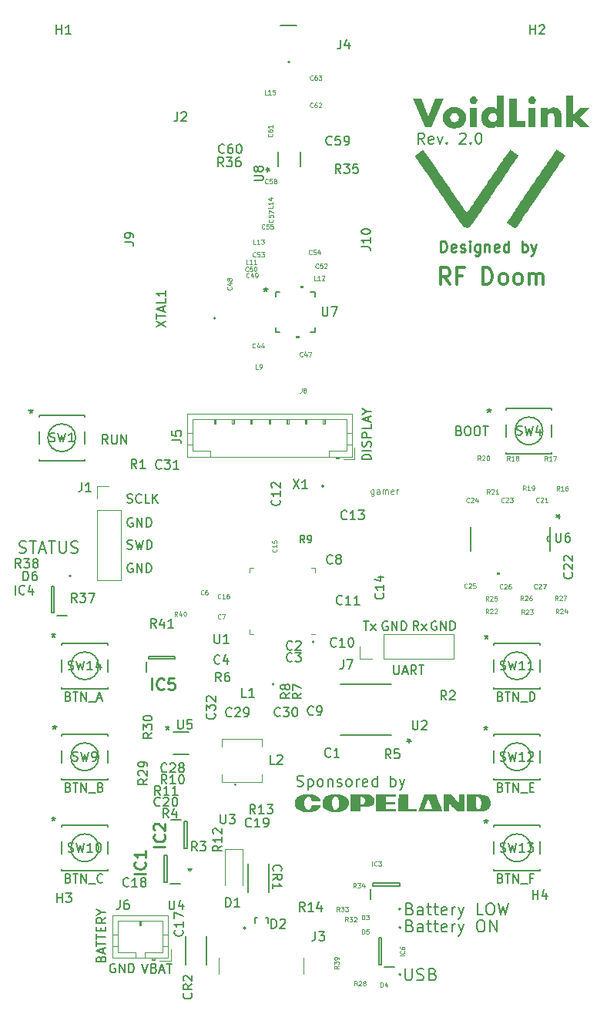
<source format=gbr>
%TF.GenerationSoftware,KiCad,Pcbnew,8.0.7*%
%TF.CreationDate,2025-03-17T23:00:41-04:00*%
%TF.ProjectId,RP2350_V2,52503233-3530-45f5-9632-2e6b69636164,2.0*%
%TF.SameCoordinates,Original*%
%TF.FileFunction,Legend,Top*%
%TF.FilePolarity,Positive*%
%FSLAX46Y46*%
G04 Gerber Fmt 4.6, Leading zero omitted, Abs format (unit mm)*
G04 Created by KiCad (PCBNEW 8.0.7) date 2025-03-17 23:00:41*
%MOMM*%
%LPD*%
G01*
G04 APERTURE LIST*
%ADD10C,0.100000*%
%ADD11C,0.155000*%
%ADD12C,0.190000*%
%ADD13C,0.200000*%
%ADD14C,0.240000*%
%ADD15C,0.500000*%
%ADD16C,0.170000*%
%ADD17C,0.300000*%
%ADD18C,0.150000*%
%ADD19C,0.075000*%
%ADD20C,0.254000*%
%ADD21C,0.130000*%
%ADD22C,0.152400*%
%ADD23C,0.000000*%
%ADD24C,0.120000*%
%ADD25C,0.191421*%
G04 APERTURE END LIST*
D10*
X154272455Y-92142466D02*
X154272455Y-92709133D01*
X154272455Y-92709133D02*
X154239122Y-92775800D01*
X154239122Y-92775800D02*
X154205789Y-92809133D01*
X154205789Y-92809133D02*
X154139122Y-92842466D01*
X154139122Y-92842466D02*
X154039122Y-92842466D01*
X154039122Y-92842466D02*
X153972455Y-92809133D01*
X154272455Y-92575800D02*
X154205789Y-92609133D01*
X154205789Y-92609133D02*
X154072455Y-92609133D01*
X154072455Y-92609133D02*
X154005789Y-92575800D01*
X154005789Y-92575800D02*
X153972455Y-92542466D01*
X153972455Y-92542466D02*
X153939122Y-92475800D01*
X153939122Y-92475800D02*
X153939122Y-92275800D01*
X153939122Y-92275800D02*
X153972455Y-92209133D01*
X153972455Y-92209133D02*
X154005789Y-92175800D01*
X154005789Y-92175800D02*
X154072455Y-92142466D01*
X154072455Y-92142466D02*
X154205789Y-92142466D01*
X154205789Y-92142466D02*
X154272455Y-92175800D01*
X154905788Y-92609133D02*
X154905788Y-92242466D01*
X154905788Y-92242466D02*
X154872455Y-92175800D01*
X154872455Y-92175800D02*
X154805788Y-92142466D01*
X154805788Y-92142466D02*
X154672455Y-92142466D01*
X154672455Y-92142466D02*
X154605788Y-92175800D01*
X154905788Y-92575800D02*
X154839122Y-92609133D01*
X154839122Y-92609133D02*
X154672455Y-92609133D01*
X154672455Y-92609133D02*
X154605788Y-92575800D01*
X154605788Y-92575800D02*
X154572455Y-92509133D01*
X154572455Y-92509133D02*
X154572455Y-92442466D01*
X154572455Y-92442466D02*
X154605788Y-92375800D01*
X154605788Y-92375800D02*
X154672455Y-92342466D01*
X154672455Y-92342466D02*
X154839122Y-92342466D01*
X154839122Y-92342466D02*
X154905788Y-92309133D01*
X155239121Y-92609133D02*
X155239121Y-92142466D01*
X155239121Y-92209133D02*
X155272455Y-92175800D01*
X155272455Y-92175800D02*
X155339121Y-92142466D01*
X155339121Y-92142466D02*
X155439121Y-92142466D01*
X155439121Y-92142466D02*
X155505788Y-92175800D01*
X155505788Y-92175800D02*
X155539121Y-92242466D01*
X155539121Y-92242466D02*
X155539121Y-92609133D01*
X155539121Y-92242466D02*
X155572455Y-92175800D01*
X155572455Y-92175800D02*
X155639121Y-92142466D01*
X155639121Y-92142466D02*
X155739121Y-92142466D01*
X155739121Y-92142466D02*
X155805788Y-92175800D01*
X155805788Y-92175800D02*
X155839121Y-92242466D01*
X155839121Y-92242466D02*
X155839121Y-92609133D01*
X156439121Y-92575800D02*
X156372454Y-92609133D01*
X156372454Y-92609133D02*
X156239121Y-92609133D01*
X156239121Y-92609133D02*
X156172454Y-92575800D01*
X156172454Y-92575800D02*
X156139121Y-92509133D01*
X156139121Y-92509133D02*
X156139121Y-92242466D01*
X156139121Y-92242466D02*
X156172454Y-92175800D01*
X156172454Y-92175800D02*
X156239121Y-92142466D01*
X156239121Y-92142466D02*
X156372454Y-92142466D01*
X156372454Y-92142466D02*
X156439121Y-92175800D01*
X156439121Y-92175800D02*
X156472454Y-92242466D01*
X156472454Y-92242466D02*
X156472454Y-92309133D01*
X156472454Y-92309133D02*
X156139121Y-92375800D01*
X156772454Y-92609133D02*
X156772454Y-92142466D01*
X156772454Y-92275800D02*
X156805788Y-92209133D01*
X156805788Y-92209133D02*
X156839121Y-92175800D01*
X156839121Y-92175800D02*
X156905788Y-92142466D01*
X156905788Y-92142466D02*
X156972454Y-92142466D01*
D11*
X120673401Y-134845749D02*
X120816258Y-134893368D01*
X120816258Y-134893368D02*
X120863877Y-134940987D01*
X120863877Y-134940987D02*
X120911496Y-135036225D01*
X120911496Y-135036225D02*
X120911496Y-135179082D01*
X120911496Y-135179082D02*
X120863877Y-135274320D01*
X120863877Y-135274320D02*
X120816258Y-135321940D01*
X120816258Y-135321940D02*
X120721020Y-135369559D01*
X120721020Y-135369559D02*
X120340068Y-135369559D01*
X120340068Y-135369559D02*
X120340068Y-134369559D01*
X120340068Y-134369559D02*
X120673401Y-134369559D01*
X120673401Y-134369559D02*
X120768639Y-134417178D01*
X120768639Y-134417178D02*
X120816258Y-134464797D01*
X120816258Y-134464797D02*
X120863877Y-134560035D01*
X120863877Y-134560035D02*
X120863877Y-134655273D01*
X120863877Y-134655273D02*
X120816258Y-134750511D01*
X120816258Y-134750511D02*
X120768639Y-134798130D01*
X120768639Y-134798130D02*
X120673401Y-134845749D01*
X120673401Y-134845749D02*
X120340068Y-134845749D01*
X121197211Y-134369559D02*
X121768639Y-134369559D01*
X121482925Y-135369559D02*
X121482925Y-134369559D01*
X122101973Y-135369559D02*
X122101973Y-134369559D01*
X122101973Y-134369559D02*
X122673401Y-135369559D01*
X122673401Y-135369559D02*
X122673401Y-134369559D01*
X122911497Y-135464797D02*
X123673401Y-135464797D01*
X124482925Y-135274320D02*
X124435306Y-135321940D01*
X124435306Y-135321940D02*
X124292449Y-135369559D01*
X124292449Y-135369559D02*
X124197211Y-135369559D01*
X124197211Y-135369559D02*
X124054354Y-135321940D01*
X124054354Y-135321940D02*
X123959116Y-135226701D01*
X123959116Y-135226701D02*
X123911497Y-135131463D01*
X123911497Y-135131463D02*
X123863878Y-134940987D01*
X123863878Y-134940987D02*
X123863878Y-134798130D01*
X123863878Y-134798130D02*
X123911497Y-134607654D01*
X123911497Y-134607654D02*
X123959116Y-134512416D01*
X123959116Y-134512416D02*
X124054354Y-134417178D01*
X124054354Y-134417178D02*
X124197211Y-134369559D01*
X124197211Y-134369559D02*
X124292449Y-134369559D01*
X124292449Y-134369559D02*
X124435306Y-134417178D01*
X124435306Y-134417178D02*
X124482925Y-134464797D01*
X161141377Y-106634678D02*
X161046139Y-106587059D01*
X161046139Y-106587059D02*
X160903282Y-106587059D01*
X160903282Y-106587059D02*
X160760425Y-106634678D01*
X160760425Y-106634678D02*
X160665187Y-106729916D01*
X160665187Y-106729916D02*
X160617568Y-106825154D01*
X160617568Y-106825154D02*
X160569949Y-107015630D01*
X160569949Y-107015630D02*
X160569949Y-107158487D01*
X160569949Y-107158487D02*
X160617568Y-107348963D01*
X160617568Y-107348963D02*
X160665187Y-107444201D01*
X160665187Y-107444201D02*
X160760425Y-107539440D01*
X160760425Y-107539440D02*
X160903282Y-107587059D01*
X160903282Y-107587059D02*
X160998520Y-107587059D01*
X160998520Y-107587059D02*
X161141377Y-107539440D01*
X161141377Y-107539440D02*
X161188996Y-107491820D01*
X161188996Y-107491820D02*
X161188996Y-107158487D01*
X161188996Y-107158487D02*
X160998520Y-107158487D01*
X161617568Y-107587059D02*
X161617568Y-106587059D01*
X161617568Y-106587059D02*
X162188996Y-107587059D01*
X162188996Y-107587059D02*
X162188996Y-106587059D01*
X162665187Y-107587059D02*
X162665187Y-106587059D01*
X162665187Y-106587059D02*
X162903282Y-106587059D01*
X162903282Y-106587059D02*
X163046139Y-106634678D01*
X163046139Y-106634678D02*
X163141377Y-106729916D01*
X163141377Y-106729916D02*
X163188996Y-106825154D01*
X163188996Y-106825154D02*
X163236615Y-107015630D01*
X163236615Y-107015630D02*
X163236615Y-107158487D01*
X163236615Y-107158487D02*
X163188996Y-107348963D01*
X163188996Y-107348963D02*
X163141377Y-107444201D01*
X163141377Y-107444201D02*
X163046139Y-107539440D01*
X163046139Y-107539440D02*
X162903282Y-107587059D01*
X162903282Y-107587059D02*
X162665187Y-107587059D01*
D12*
X158227857Y-140060072D02*
X158413571Y-140121977D01*
X158413571Y-140121977D02*
X158475476Y-140183881D01*
X158475476Y-140183881D02*
X158537380Y-140307691D01*
X158537380Y-140307691D02*
X158537380Y-140493405D01*
X158537380Y-140493405D02*
X158475476Y-140617215D01*
X158475476Y-140617215D02*
X158413571Y-140679120D01*
X158413571Y-140679120D02*
X158289761Y-140741024D01*
X158289761Y-140741024D02*
X157794523Y-140741024D01*
X157794523Y-140741024D02*
X157794523Y-139441024D01*
X157794523Y-139441024D02*
X158227857Y-139441024D01*
X158227857Y-139441024D02*
X158351666Y-139502929D01*
X158351666Y-139502929D02*
X158413571Y-139564834D01*
X158413571Y-139564834D02*
X158475476Y-139688643D01*
X158475476Y-139688643D02*
X158475476Y-139812453D01*
X158475476Y-139812453D02*
X158413571Y-139936262D01*
X158413571Y-139936262D02*
X158351666Y-139998167D01*
X158351666Y-139998167D02*
X158227857Y-140060072D01*
X158227857Y-140060072D02*
X157794523Y-140060072D01*
X159651666Y-140741024D02*
X159651666Y-140060072D01*
X159651666Y-140060072D02*
X159589761Y-139936262D01*
X159589761Y-139936262D02*
X159465952Y-139874358D01*
X159465952Y-139874358D02*
X159218333Y-139874358D01*
X159218333Y-139874358D02*
X159094523Y-139936262D01*
X159651666Y-140679120D02*
X159527857Y-140741024D01*
X159527857Y-140741024D02*
X159218333Y-140741024D01*
X159218333Y-140741024D02*
X159094523Y-140679120D01*
X159094523Y-140679120D02*
X159032619Y-140555310D01*
X159032619Y-140555310D02*
X159032619Y-140431500D01*
X159032619Y-140431500D02*
X159094523Y-140307691D01*
X159094523Y-140307691D02*
X159218333Y-140245786D01*
X159218333Y-140245786D02*
X159527857Y-140245786D01*
X159527857Y-140245786D02*
X159651666Y-140183881D01*
X160084999Y-139874358D02*
X160580237Y-139874358D01*
X160270713Y-139441024D02*
X160270713Y-140555310D01*
X160270713Y-140555310D02*
X160332618Y-140679120D01*
X160332618Y-140679120D02*
X160456428Y-140741024D01*
X160456428Y-140741024D02*
X160580237Y-140741024D01*
X160827856Y-139874358D02*
X161323094Y-139874358D01*
X161013570Y-139441024D02*
X161013570Y-140555310D01*
X161013570Y-140555310D02*
X161075475Y-140679120D01*
X161075475Y-140679120D02*
X161199285Y-140741024D01*
X161199285Y-140741024D02*
X161323094Y-140741024D01*
X162251665Y-140679120D02*
X162127856Y-140741024D01*
X162127856Y-140741024D02*
X161880237Y-140741024D01*
X161880237Y-140741024D02*
X161756427Y-140679120D01*
X161756427Y-140679120D02*
X161694523Y-140555310D01*
X161694523Y-140555310D02*
X161694523Y-140060072D01*
X161694523Y-140060072D02*
X161756427Y-139936262D01*
X161756427Y-139936262D02*
X161880237Y-139874358D01*
X161880237Y-139874358D02*
X162127856Y-139874358D01*
X162127856Y-139874358D02*
X162251665Y-139936262D01*
X162251665Y-139936262D02*
X162313570Y-140060072D01*
X162313570Y-140060072D02*
X162313570Y-140183881D01*
X162313570Y-140183881D02*
X161694523Y-140307691D01*
X162870713Y-140741024D02*
X162870713Y-139874358D01*
X162870713Y-140121977D02*
X162932618Y-139998167D01*
X162932618Y-139998167D02*
X162994523Y-139936262D01*
X162994523Y-139936262D02*
X163118332Y-139874358D01*
X163118332Y-139874358D02*
X163242142Y-139874358D01*
X163551666Y-139874358D02*
X163861190Y-140741024D01*
X164170713Y-139874358D02*
X163861190Y-140741024D01*
X163861190Y-140741024D02*
X163737380Y-141050548D01*
X163737380Y-141050548D02*
X163675475Y-141112453D01*
X163675475Y-141112453D02*
X163551666Y-141174358D01*
X165904046Y-139441024D02*
X166151665Y-139441024D01*
X166151665Y-139441024D02*
X166275475Y-139502929D01*
X166275475Y-139502929D02*
X166399284Y-139626739D01*
X166399284Y-139626739D02*
X166461189Y-139874358D01*
X166461189Y-139874358D02*
X166461189Y-140307691D01*
X166461189Y-140307691D02*
X166399284Y-140555310D01*
X166399284Y-140555310D02*
X166275475Y-140679120D01*
X166275475Y-140679120D02*
X166151665Y-140741024D01*
X166151665Y-140741024D02*
X165904046Y-140741024D01*
X165904046Y-140741024D02*
X165780237Y-140679120D01*
X165780237Y-140679120D02*
X165656427Y-140555310D01*
X165656427Y-140555310D02*
X165594523Y-140307691D01*
X165594523Y-140307691D02*
X165594523Y-139874358D01*
X165594523Y-139874358D02*
X165656427Y-139626739D01*
X165656427Y-139626739D02*
X165780237Y-139502929D01*
X165780237Y-139502929D02*
X165904046Y-139441024D01*
X167018332Y-140741024D02*
X167018332Y-139441024D01*
X167018332Y-139441024D02*
X167761189Y-140741024D01*
X167761189Y-140741024D02*
X167761189Y-139441024D01*
D11*
X120673401Y-114845749D02*
X120816258Y-114893368D01*
X120816258Y-114893368D02*
X120863877Y-114940987D01*
X120863877Y-114940987D02*
X120911496Y-115036225D01*
X120911496Y-115036225D02*
X120911496Y-115179082D01*
X120911496Y-115179082D02*
X120863877Y-115274320D01*
X120863877Y-115274320D02*
X120816258Y-115321940D01*
X120816258Y-115321940D02*
X120721020Y-115369559D01*
X120721020Y-115369559D02*
X120340068Y-115369559D01*
X120340068Y-115369559D02*
X120340068Y-114369559D01*
X120340068Y-114369559D02*
X120673401Y-114369559D01*
X120673401Y-114369559D02*
X120768639Y-114417178D01*
X120768639Y-114417178D02*
X120816258Y-114464797D01*
X120816258Y-114464797D02*
X120863877Y-114560035D01*
X120863877Y-114560035D02*
X120863877Y-114655273D01*
X120863877Y-114655273D02*
X120816258Y-114750511D01*
X120816258Y-114750511D02*
X120768639Y-114798130D01*
X120768639Y-114798130D02*
X120673401Y-114845749D01*
X120673401Y-114845749D02*
X120340068Y-114845749D01*
X121197211Y-114369559D02*
X121768639Y-114369559D01*
X121482925Y-115369559D02*
X121482925Y-114369559D01*
X122101973Y-115369559D02*
X122101973Y-114369559D01*
X122101973Y-114369559D02*
X122673401Y-115369559D01*
X122673401Y-115369559D02*
X122673401Y-114369559D01*
X122911497Y-115464797D02*
X123673401Y-115464797D01*
X123863878Y-115083844D02*
X124340068Y-115083844D01*
X123768640Y-115369559D02*
X124101973Y-114369559D01*
X124101973Y-114369559D02*
X124435306Y-115369559D01*
X168173401Y-124845749D02*
X168316258Y-124893368D01*
X168316258Y-124893368D02*
X168363877Y-124940987D01*
X168363877Y-124940987D02*
X168411496Y-125036225D01*
X168411496Y-125036225D02*
X168411496Y-125179082D01*
X168411496Y-125179082D02*
X168363877Y-125274320D01*
X168363877Y-125274320D02*
X168316258Y-125321940D01*
X168316258Y-125321940D02*
X168221020Y-125369559D01*
X168221020Y-125369559D02*
X167840068Y-125369559D01*
X167840068Y-125369559D02*
X167840068Y-124369559D01*
X167840068Y-124369559D02*
X168173401Y-124369559D01*
X168173401Y-124369559D02*
X168268639Y-124417178D01*
X168268639Y-124417178D02*
X168316258Y-124464797D01*
X168316258Y-124464797D02*
X168363877Y-124560035D01*
X168363877Y-124560035D02*
X168363877Y-124655273D01*
X168363877Y-124655273D02*
X168316258Y-124750511D01*
X168316258Y-124750511D02*
X168268639Y-124798130D01*
X168268639Y-124798130D02*
X168173401Y-124845749D01*
X168173401Y-124845749D02*
X167840068Y-124845749D01*
X168697211Y-124369559D02*
X169268639Y-124369559D01*
X168982925Y-125369559D02*
X168982925Y-124369559D01*
X169601973Y-125369559D02*
X169601973Y-124369559D01*
X169601973Y-124369559D02*
X170173401Y-125369559D01*
X170173401Y-125369559D02*
X170173401Y-124369559D01*
X170411497Y-125464797D02*
X171173401Y-125464797D01*
X171411497Y-124845749D02*
X171744830Y-124845749D01*
X171887687Y-125369559D02*
X171411497Y-125369559D01*
X171411497Y-125369559D02*
X171411497Y-124369559D01*
X171411497Y-124369559D02*
X171887687Y-124369559D01*
X159198996Y-107607059D02*
X158865663Y-107130868D01*
X158627568Y-107607059D02*
X158627568Y-106607059D01*
X158627568Y-106607059D02*
X159008520Y-106607059D01*
X159008520Y-106607059D02*
X159103758Y-106654678D01*
X159103758Y-106654678D02*
X159151377Y-106702297D01*
X159151377Y-106702297D02*
X159198996Y-106797535D01*
X159198996Y-106797535D02*
X159198996Y-106940392D01*
X159198996Y-106940392D02*
X159151377Y-107035630D01*
X159151377Y-107035630D02*
X159103758Y-107083249D01*
X159103758Y-107083249D02*
X159008520Y-107130868D01*
X159008520Y-107130868D02*
X158627568Y-107130868D01*
X159532330Y-107607059D02*
X160056139Y-106940392D01*
X159532330Y-106940392D02*
X160056139Y-107607059D01*
D13*
X145840149Y-124705600D02*
X146011578Y-124762742D01*
X146011578Y-124762742D02*
X146297292Y-124762742D01*
X146297292Y-124762742D02*
X146411578Y-124705600D01*
X146411578Y-124705600D02*
X146468720Y-124648457D01*
X146468720Y-124648457D02*
X146525863Y-124534171D01*
X146525863Y-124534171D02*
X146525863Y-124419885D01*
X146525863Y-124419885D02*
X146468720Y-124305600D01*
X146468720Y-124305600D02*
X146411578Y-124248457D01*
X146411578Y-124248457D02*
X146297292Y-124191314D01*
X146297292Y-124191314D02*
X146068720Y-124134171D01*
X146068720Y-124134171D02*
X145954435Y-124077028D01*
X145954435Y-124077028D02*
X145897292Y-124019885D01*
X145897292Y-124019885D02*
X145840149Y-123905600D01*
X145840149Y-123905600D02*
X145840149Y-123791314D01*
X145840149Y-123791314D02*
X145897292Y-123677028D01*
X145897292Y-123677028D02*
X145954435Y-123619885D01*
X145954435Y-123619885D02*
X146068720Y-123562742D01*
X146068720Y-123562742D02*
X146354435Y-123562742D01*
X146354435Y-123562742D02*
X146525863Y-123619885D01*
X147040149Y-123962742D02*
X147040149Y-125162742D01*
X147040149Y-124019885D02*
X147154435Y-123962742D01*
X147154435Y-123962742D02*
X147383006Y-123962742D01*
X147383006Y-123962742D02*
X147497292Y-124019885D01*
X147497292Y-124019885D02*
X147554435Y-124077028D01*
X147554435Y-124077028D02*
X147611577Y-124191314D01*
X147611577Y-124191314D02*
X147611577Y-124534171D01*
X147611577Y-124534171D02*
X147554435Y-124648457D01*
X147554435Y-124648457D02*
X147497292Y-124705600D01*
X147497292Y-124705600D02*
X147383006Y-124762742D01*
X147383006Y-124762742D02*
X147154435Y-124762742D01*
X147154435Y-124762742D02*
X147040149Y-124705600D01*
X148297291Y-124762742D02*
X148183006Y-124705600D01*
X148183006Y-124705600D02*
X148125863Y-124648457D01*
X148125863Y-124648457D02*
X148068720Y-124534171D01*
X148068720Y-124534171D02*
X148068720Y-124191314D01*
X148068720Y-124191314D02*
X148125863Y-124077028D01*
X148125863Y-124077028D02*
X148183006Y-124019885D01*
X148183006Y-124019885D02*
X148297291Y-123962742D01*
X148297291Y-123962742D02*
X148468720Y-123962742D01*
X148468720Y-123962742D02*
X148583006Y-124019885D01*
X148583006Y-124019885D02*
X148640149Y-124077028D01*
X148640149Y-124077028D02*
X148697291Y-124191314D01*
X148697291Y-124191314D02*
X148697291Y-124534171D01*
X148697291Y-124534171D02*
X148640149Y-124648457D01*
X148640149Y-124648457D02*
X148583006Y-124705600D01*
X148583006Y-124705600D02*
X148468720Y-124762742D01*
X148468720Y-124762742D02*
X148297291Y-124762742D01*
X149211577Y-123962742D02*
X149211577Y-124762742D01*
X149211577Y-124077028D02*
X149268720Y-124019885D01*
X149268720Y-124019885D02*
X149383005Y-123962742D01*
X149383005Y-123962742D02*
X149554434Y-123962742D01*
X149554434Y-123962742D02*
X149668720Y-124019885D01*
X149668720Y-124019885D02*
X149725863Y-124134171D01*
X149725863Y-124134171D02*
X149725863Y-124762742D01*
X150240148Y-124705600D02*
X150354434Y-124762742D01*
X150354434Y-124762742D02*
X150583005Y-124762742D01*
X150583005Y-124762742D02*
X150697291Y-124705600D01*
X150697291Y-124705600D02*
X150754434Y-124591314D01*
X150754434Y-124591314D02*
X150754434Y-124534171D01*
X150754434Y-124534171D02*
X150697291Y-124419885D01*
X150697291Y-124419885D02*
X150583005Y-124362742D01*
X150583005Y-124362742D02*
X150411577Y-124362742D01*
X150411577Y-124362742D02*
X150297291Y-124305600D01*
X150297291Y-124305600D02*
X150240148Y-124191314D01*
X150240148Y-124191314D02*
X150240148Y-124134171D01*
X150240148Y-124134171D02*
X150297291Y-124019885D01*
X150297291Y-124019885D02*
X150411577Y-123962742D01*
X150411577Y-123962742D02*
X150583005Y-123962742D01*
X150583005Y-123962742D02*
X150697291Y-124019885D01*
X151440148Y-124762742D02*
X151325863Y-124705600D01*
X151325863Y-124705600D02*
X151268720Y-124648457D01*
X151268720Y-124648457D02*
X151211577Y-124534171D01*
X151211577Y-124534171D02*
X151211577Y-124191314D01*
X151211577Y-124191314D02*
X151268720Y-124077028D01*
X151268720Y-124077028D02*
X151325863Y-124019885D01*
X151325863Y-124019885D02*
X151440148Y-123962742D01*
X151440148Y-123962742D02*
X151611577Y-123962742D01*
X151611577Y-123962742D02*
X151725863Y-124019885D01*
X151725863Y-124019885D02*
X151783006Y-124077028D01*
X151783006Y-124077028D02*
X151840148Y-124191314D01*
X151840148Y-124191314D02*
X151840148Y-124534171D01*
X151840148Y-124534171D02*
X151783006Y-124648457D01*
X151783006Y-124648457D02*
X151725863Y-124705600D01*
X151725863Y-124705600D02*
X151611577Y-124762742D01*
X151611577Y-124762742D02*
X151440148Y-124762742D01*
X152354434Y-124762742D02*
X152354434Y-123962742D01*
X152354434Y-124191314D02*
X152411577Y-124077028D01*
X152411577Y-124077028D02*
X152468720Y-124019885D01*
X152468720Y-124019885D02*
X152583005Y-123962742D01*
X152583005Y-123962742D02*
X152697291Y-123962742D01*
X153554434Y-124705600D02*
X153440148Y-124762742D01*
X153440148Y-124762742D02*
X153211577Y-124762742D01*
X153211577Y-124762742D02*
X153097291Y-124705600D01*
X153097291Y-124705600D02*
X153040148Y-124591314D01*
X153040148Y-124591314D02*
X153040148Y-124134171D01*
X153040148Y-124134171D02*
X153097291Y-124019885D01*
X153097291Y-124019885D02*
X153211577Y-123962742D01*
X153211577Y-123962742D02*
X153440148Y-123962742D01*
X153440148Y-123962742D02*
X153554434Y-124019885D01*
X153554434Y-124019885D02*
X153611577Y-124134171D01*
X153611577Y-124134171D02*
X153611577Y-124248457D01*
X153611577Y-124248457D02*
X153040148Y-124362742D01*
X154640148Y-124762742D02*
X154640148Y-123562742D01*
X154640148Y-124705600D02*
X154525862Y-124762742D01*
X154525862Y-124762742D02*
X154297290Y-124762742D01*
X154297290Y-124762742D02*
X154183005Y-124705600D01*
X154183005Y-124705600D02*
X154125862Y-124648457D01*
X154125862Y-124648457D02*
X154068719Y-124534171D01*
X154068719Y-124534171D02*
X154068719Y-124191314D01*
X154068719Y-124191314D02*
X154125862Y-124077028D01*
X154125862Y-124077028D02*
X154183005Y-124019885D01*
X154183005Y-124019885D02*
X154297290Y-123962742D01*
X154297290Y-123962742D02*
X154525862Y-123962742D01*
X154525862Y-123962742D02*
X154640148Y-124019885D01*
X156125862Y-124762742D02*
X156125862Y-123562742D01*
X156125862Y-124019885D02*
X156240148Y-123962742D01*
X156240148Y-123962742D02*
X156468719Y-123962742D01*
X156468719Y-123962742D02*
X156583005Y-124019885D01*
X156583005Y-124019885D02*
X156640148Y-124077028D01*
X156640148Y-124077028D02*
X156697290Y-124191314D01*
X156697290Y-124191314D02*
X156697290Y-124534171D01*
X156697290Y-124534171D02*
X156640148Y-124648457D01*
X156640148Y-124648457D02*
X156583005Y-124705600D01*
X156583005Y-124705600D02*
X156468719Y-124762742D01*
X156468719Y-124762742D02*
X156240148Y-124762742D01*
X156240148Y-124762742D02*
X156125862Y-124705600D01*
X157097290Y-123962742D02*
X157383004Y-124762742D01*
X157668719Y-123962742D02*
X157383004Y-124762742D01*
X157383004Y-124762742D02*
X157268719Y-125048457D01*
X157268719Y-125048457D02*
X157211576Y-125105600D01*
X157211576Y-125105600D02*
X157097290Y-125162742D01*
D11*
X125823877Y-144267178D02*
X125728639Y-144219559D01*
X125728639Y-144219559D02*
X125585782Y-144219559D01*
X125585782Y-144219559D02*
X125442925Y-144267178D01*
X125442925Y-144267178D02*
X125347687Y-144362416D01*
X125347687Y-144362416D02*
X125300068Y-144457654D01*
X125300068Y-144457654D02*
X125252449Y-144648130D01*
X125252449Y-144648130D02*
X125252449Y-144790987D01*
X125252449Y-144790987D02*
X125300068Y-144981463D01*
X125300068Y-144981463D02*
X125347687Y-145076701D01*
X125347687Y-145076701D02*
X125442925Y-145171940D01*
X125442925Y-145171940D02*
X125585782Y-145219559D01*
X125585782Y-145219559D02*
X125681020Y-145219559D01*
X125681020Y-145219559D02*
X125823877Y-145171940D01*
X125823877Y-145171940D02*
X125871496Y-145124320D01*
X125871496Y-145124320D02*
X125871496Y-144790987D01*
X125871496Y-144790987D02*
X125681020Y-144790987D01*
X126300068Y-145219559D02*
X126300068Y-144219559D01*
X126300068Y-144219559D02*
X126871496Y-145219559D01*
X126871496Y-145219559D02*
X126871496Y-144219559D01*
X127347687Y-145219559D02*
X127347687Y-144219559D01*
X127347687Y-144219559D02*
X127585782Y-144219559D01*
X127585782Y-144219559D02*
X127728639Y-144267178D01*
X127728639Y-144267178D02*
X127823877Y-144362416D01*
X127823877Y-144362416D02*
X127871496Y-144457654D01*
X127871496Y-144457654D02*
X127919115Y-144648130D01*
X127919115Y-144648130D02*
X127919115Y-144790987D01*
X127919115Y-144790987D02*
X127871496Y-144981463D01*
X127871496Y-144981463D02*
X127823877Y-145076701D01*
X127823877Y-145076701D02*
X127728639Y-145171940D01*
X127728639Y-145171940D02*
X127585782Y-145219559D01*
X127585782Y-145219559D02*
X127347687Y-145219559D01*
X153969559Y-88839931D02*
X152969559Y-88839931D01*
X152969559Y-88839931D02*
X152969559Y-88601836D01*
X152969559Y-88601836D02*
X153017178Y-88458979D01*
X153017178Y-88458979D02*
X153112416Y-88363741D01*
X153112416Y-88363741D02*
X153207654Y-88316122D01*
X153207654Y-88316122D02*
X153398130Y-88268503D01*
X153398130Y-88268503D02*
X153540987Y-88268503D01*
X153540987Y-88268503D02*
X153731463Y-88316122D01*
X153731463Y-88316122D02*
X153826701Y-88363741D01*
X153826701Y-88363741D02*
X153921940Y-88458979D01*
X153921940Y-88458979D02*
X153969559Y-88601836D01*
X153969559Y-88601836D02*
X153969559Y-88839931D01*
X153969559Y-87839931D02*
X152969559Y-87839931D01*
X153921940Y-87411360D02*
X153969559Y-87268503D01*
X153969559Y-87268503D02*
X153969559Y-87030408D01*
X153969559Y-87030408D02*
X153921940Y-86935170D01*
X153921940Y-86935170D02*
X153874320Y-86887551D01*
X153874320Y-86887551D02*
X153779082Y-86839932D01*
X153779082Y-86839932D02*
X153683844Y-86839932D01*
X153683844Y-86839932D02*
X153588606Y-86887551D01*
X153588606Y-86887551D02*
X153540987Y-86935170D01*
X153540987Y-86935170D02*
X153493368Y-87030408D01*
X153493368Y-87030408D02*
X153445749Y-87220884D01*
X153445749Y-87220884D02*
X153398130Y-87316122D01*
X153398130Y-87316122D02*
X153350511Y-87363741D01*
X153350511Y-87363741D02*
X153255273Y-87411360D01*
X153255273Y-87411360D02*
X153160035Y-87411360D01*
X153160035Y-87411360D02*
X153064797Y-87363741D01*
X153064797Y-87363741D02*
X153017178Y-87316122D01*
X153017178Y-87316122D02*
X152969559Y-87220884D01*
X152969559Y-87220884D02*
X152969559Y-86982789D01*
X152969559Y-86982789D02*
X153017178Y-86839932D01*
X153969559Y-86411360D02*
X152969559Y-86411360D01*
X152969559Y-86411360D02*
X152969559Y-86030408D01*
X152969559Y-86030408D02*
X153017178Y-85935170D01*
X153017178Y-85935170D02*
X153064797Y-85887551D01*
X153064797Y-85887551D02*
X153160035Y-85839932D01*
X153160035Y-85839932D02*
X153302892Y-85839932D01*
X153302892Y-85839932D02*
X153398130Y-85887551D01*
X153398130Y-85887551D02*
X153445749Y-85935170D01*
X153445749Y-85935170D02*
X153493368Y-86030408D01*
X153493368Y-86030408D02*
X153493368Y-86411360D01*
X153969559Y-84935170D02*
X153969559Y-85411360D01*
X153969559Y-85411360D02*
X152969559Y-85411360D01*
X153683844Y-84649455D02*
X153683844Y-84173265D01*
X153969559Y-84744693D02*
X152969559Y-84411360D01*
X152969559Y-84411360D02*
X153969559Y-84078027D01*
X153493368Y-83554217D02*
X153969559Y-83554217D01*
X152969559Y-83887550D02*
X153493368Y-83554217D01*
X153493368Y-83554217D02*
X152969559Y-83220884D01*
D14*
X161618608Y-66018221D02*
X161618608Y-64818221D01*
X161618608Y-64818221D02*
X161904322Y-64818221D01*
X161904322Y-64818221D02*
X162075751Y-64875364D01*
X162075751Y-64875364D02*
X162190036Y-64989650D01*
X162190036Y-64989650D02*
X162247179Y-65103936D01*
X162247179Y-65103936D02*
X162304322Y-65332507D01*
X162304322Y-65332507D02*
X162304322Y-65503936D01*
X162304322Y-65503936D02*
X162247179Y-65732507D01*
X162247179Y-65732507D02*
X162190036Y-65846793D01*
X162190036Y-65846793D02*
X162075751Y-65961079D01*
X162075751Y-65961079D02*
X161904322Y-66018221D01*
X161904322Y-66018221D02*
X161618608Y-66018221D01*
X163275751Y-65961079D02*
X163161465Y-66018221D01*
X163161465Y-66018221D02*
X162932894Y-66018221D01*
X162932894Y-66018221D02*
X162818608Y-65961079D01*
X162818608Y-65961079D02*
X162761465Y-65846793D01*
X162761465Y-65846793D02*
X162761465Y-65389650D01*
X162761465Y-65389650D02*
X162818608Y-65275364D01*
X162818608Y-65275364D02*
X162932894Y-65218221D01*
X162932894Y-65218221D02*
X163161465Y-65218221D01*
X163161465Y-65218221D02*
X163275751Y-65275364D01*
X163275751Y-65275364D02*
X163332894Y-65389650D01*
X163332894Y-65389650D02*
X163332894Y-65503936D01*
X163332894Y-65503936D02*
X162761465Y-65618221D01*
X163790036Y-65961079D02*
X163904322Y-66018221D01*
X163904322Y-66018221D02*
X164132893Y-66018221D01*
X164132893Y-66018221D02*
X164247179Y-65961079D01*
X164247179Y-65961079D02*
X164304322Y-65846793D01*
X164304322Y-65846793D02*
X164304322Y-65789650D01*
X164304322Y-65789650D02*
X164247179Y-65675364D01*
X164247179Y-65675364D02*
X164132893Y-65618221D01*
X164132893Y-65618221D02*
X163961465Y-65618221D01*
X163961465Y-65618221D02*
X163847179Y-65561079D01*
X163847179Y-65561079D02*
X163790036Y-65446793D01*
X163790036Y-65446793D02*
X163790036Y-65389650D01*
X163790036Y-65389650D02*
X163847179Y-65275364D01*
X163847179Y-65275364D02*
X163961465Y-65218221D01*
X163961465Y-65218221D02*
X164132893Y-65218221D01*
X164132893Y-65218221D02*
X164247179Y-65275364D01*
X164818608Y-66018221D02*
X164818608Y-65218221D01*
X164818608Y-64818221D02*
X164761465Y-64875364D01*
X164761465Y-64875364D02*
X164818608Y-64932507D01*
X164818608Y-64932507D02*
X164875751Y-64875364D01*
X164875751Y-64875364D02*
X164818608Y-64818221D01*
X164818608Y-64818221D02*
X164818608Y-64932507D01*
X165904323Y-65218221D02*
X165904323Y-66189650D01*
X165904323Y-66189650D02*
X165847180Y-66303936D01*
X165847180Y-66303936D02*
X165790037Y-66361079D01*
X165790037Y-66361079D02*
X165675751Y-66418221D01*
X165675751Y-66418221D02*
X165504323Y-66418221D01*
X165504323Y-66418221D02*
X165390037Y-66361079D01*
X165904323Y-65961079D02*
X165790037Y-66018221D01*
X165790037Y-66018221D02*
X165561465Y-66018221D01*
X165561465Y-66018221D02*
X165447180Y-65961079D01*
X165447180Y-65961079D02*
X165390037Y-65903936D01*
X165390037Y-65903936D02*
X165332894Y-65789650D01*
X165332894Y-65789650D02*
X165332894Y-65446793D01*
X165332894Y-65446793D02*
X165390037Y-65332507D01*
X165390037Y-65332507D02*
X165447180Y-65275364D01*
X165447180Y-65275364D02*
X165561465Y-65218221D01*
X165561465Y-65218221D02*
X165790037Y-65218221D01*
X165790037Y-65218221D02*
X165904323Y-65275364D01*
X166475751Y-65218221D02*
X166475751Y-66018221D01*
X166475751Y-65332507D02*
X166532894Y-65275364D01*
X166532894Y-65275364D02*
X166647179Y-65218221D01*
X166647179Y-65218221D02*
X166818608Y-65218221D01*
X166818608Y-65218221D02*
X166932894Y-65275364D01*
X166932894Y-65275364D02*
X166990037Y-65389650D01*
X166990037Y-65389650D02*
X166990037Y-66018221D01*
X168018608Y-65961079D02*
X167904322Y-66018221D01*
X167904322Y-66018221D02*
X167675751Y-66018221D01*
X167675751Y-66018221D02*
X167561465Y-65961079D01*
X167561465Y-65961079D02*
X167504322Y-65846793D01*
X167504322Y-65846793D02*
X167504322Y-65389650D01*
X167504322Y-65389650D02*
X167561465Y-65275364D01*
X167561465Y-65275364D02*
X167675751Y-65218221D01*
X167675751Y-65218221D02*
X167904322Y-65218221D01*
X167904322Y-65218221D02*
X168018608Y-65275364D01*
X168018608Y-65275364D02*
X168075751Y-65389650D01*
X168075751Y-65389650D02*
X168075751Y-65503936D01*
X168075751Y-65503936D02*
X167504322Y-65618221D01*
X169104322Y-66018221D02*
X169104322Y-64818221D01*
X169104322Y-65961079D02*
X168990036Y-66018221D01*
X168990036Y-66018221D02*
X168761464Y-66018221D01*
X168761464Y-66018221D02*
X168647179Y-65961079D01*
X168647179Y-65961079D02*
X168590036Y-65903936D01*
X168590036Y-65903936D02*
X168532893Y-65789650D01*
X168532893Y-65789650D02*
X168532893Y-65446793D01*
X168532893Y-65446793D02*
X168590036Y-65332507D01*
X168590036Y-65332507D02*
X168647179Y-65275364D01*
X168647179Y-65275364D02*
X168761464Y-65218221D01*
X168761464Y-65218221D02*
X168990036Y-65218221D01*
X168990036Y-65218221D02*
X169104322Y-65275364D01*
X170590036Y-66018221D02*
X170590036Y-64818221D01*
X170590036Y-65275364D02*
X170704322Y-65218221D01*
X170704322Y-65218221D02*
X170932893Y-65218221D01*
X170932893Y-65218221D02*
X171047179Y-65275364D01*
X171047179Y-65275364D02*
X171104322Y-65332507D01*
X171104322Y-65332507D02*
X171161464Y-65446793D01*
X171161464Y-65446793D02*
X171161464Y-65789650D01*
X171161464Y-65789650D02*
X171104322Y-65903936D01*
X171104322Y-65903936D02*
X171047179Y-65961079D01*
X171047179Y-65961079D02*
X170932893Y-66018221D01*
X170932893Y-66018221D02*
X170704322Y-66018221D01*
X170704322Y-66018221D02*
X170590036Y-65961079D01*
X171561464Y-65218221D02*
X171847178Y-66018221D01*
X172132893Y-65218221D02*
X171847178Y-66018221D01*
X171847178Y-66018221D02*
X171732893Y-66303936D01*
X171732893Y-66303936D02*
X171675750Y-66361079D01*
X171675750Y-66361079D02*
X171561464Y-66418221D01*
D11*
X155771377Y-106654678D02*
X155676139Y-106607059D01*
X155676139Y-106607059D02*
X155533282Y-106607059D01*
X155533282Y-106607059D02*
X155390425Y-106654678D01*
X155390425Y-106654678D02*
X155295187Y-106749916D01*
X155295187Y-106749916D02*
X155247568Y-106845154D01*
X155247568Y-106845154D02*
X155199949Y-107035630D01*
X155199949Y-107035630D02*
X155199949Y-107178487D01*
X155199949Y-107178487D02*
X155247568Y-107368963D01*
X155247568Y-107368963D02*
X155295187Y-107464201D01*
X155295187Y-107464201D02*
X155390425Y-107559440D01*
X155390425Y-107559440D02*
X155533282Y-107607059D01*
X155533282Y-107607059D02*
X155628520Y-107607059D01*
X155628520Y-107607059D02*
X155771377Y-107559440D01*
X155771377Y-107559440D02*
X155818996Y-107511820D01*
X155818996Y-107511820D02*
X155818996Y-107178487D01*
X155818996Y-107178487D02*
X155628520Y-107178487D01*
X156247568Y-107607059D02*
X156247568Y-106607059D01*
X156247568Y-106607059D02*
X156818996Y-107607059D01*
X156818996Y-107607059D02*
X156818996Y-106607059D01*
X157295187Y-107607059D02*
X157295187Y-106607059D01*
X157295187Y-106607059D02*
X157533282Y-106607059D01*
X157533282Y-106607059D02*
X157676139Y-106654678D01*
X157676139Y-106654678D02*
X157771377Y-106749916D01*
X157771377Y-106749916D02*
X157818996Y-106845154D01*
X157818996Y-106845154D02*
X157866615Y-107035630D01*
X157866615Y-107035630D02*
X157866615Y-107178487D01*
X157866615Y-107178487D02*
X157818996Y-107368963D01*
X157818996Y-107368963D02*
X157771377Y-107464201D01*
X157771377Y-107464201D02*
X157676139Y-107559440D01*
X157676139Y-107559440D02*
X157533282Y-107607059D01*
X157533282Y-107607059D02*
X157295187Y-107607059D01*
X168173401Y-134845749D02*
X168316258Y-134893368D01*
X168316258Y-134893368D02*
X168363877Y-134940987D01*
X168363877Y-134940987D02*
X168411496Y-135036225D01*
X168411496Y-135036225D02*
X168411496Y-135179082D01*
X168411496Y-135179082D02*
X168363877Y-135274320D01*
X168363877Y-135274320D02*
X168316258Y-135321940D01*
X168316258Y-135321940D02*
X168221020Y-135369559D01*
X168221020Y-135369559D02*
X167840068Y-135369559D01*
X167840068Y-135369559D02*
X167840068Y-134369559D01*
X167840068Y-134369559D02*
X168173401Y-134369559D01*
X168173401Y-134369559D02*
X168268639Y-134417178D01*
X168268639Y-134417178D02*
X168316258Y-134464797D01*
X168316258Y-134464797D02*
X168363877Y-134560035D01*
X168363877Y-134560035D02*
X168363877Y-134655273D01*
X168363877Y-134655273D02*
X168316258Y-134750511D01*
X168316258Y-134750511D02*
X168268639Y-134798130D01*
X168268639Y-134798130D02*
X168173401Y-134845749D01*
X168173401Y-134845749D02*
X167840068Y-134845749D01*
X168697211Y-134369559D02*
X169268639Y-134369559D01*
X168982925Y-135369559D02*
X168982925Y-134369559D01*
X169601973Y-135369559D02*
X169601973Y-134369559D01*
X169601973Y-134369559D02*
X170173401Y-135369559D01*
X170173401Y-135369559D02*
X170173401Y-134369559D01*
X170411497Y-135464797D02*
X171173401Y-135464797D01*
X171744830Y-134845749D02*
X171411497Y-134845749D01*
X171411497Y-135369559D02*
X171411497Y-134369559D01*
X171411497Y-134369559D02*
X171887687Y-134369559D01*
X163639651Y-85664499D02*
X163782508Y-85712118D01*
X163782508Y-85712118D02*
X163830127Y-85759737D01*
X163830127Y-85759737D02*
X163877746Y-85854975D01*
X163877746Y-85854975D02*
X163877746Y-85997832D01*
X163877746Y-85997832D02*
X163830127Y-86093070D01*
X163830127Y-86093070D02*
X163782508Y-86140690D01*
X163782508Y-86140690D02*
X163687270Y-86188309D01*
X163687270Y-86188309D02*
X163306318Y-86188309D01*
X163306318Y-86188309D02*
X163306318Y-85188309D01*
X163306318Y-85188309D02*
X163639651Y-85188309D01*
X163639651Y-85188309D02*
X163734889Y-85235928D01*
X163734889Y-85235928D02*
X163782508Y-85283547D01*
X163782508Y-85283547D02*
X163830127Y-85378785D01*
X163830127Y-85378785D02*
X163830127Y-85474023D01*
X163830127Y-85474023D02*
X163782508Y-85569261D01*
X163782508Y-85569261D02*
X163734889Y-85616880D01*
X163734889Y-85616880D02*
X163639651Y-85664499D01*
X163639651Y-85664499D02*
X163306318Y-85664499D01*
X164496794Y-85188309D02*
X164687270Y-85188309D01*
X164687270Y-85188309D02*
X164782508Y-85235928D01*
X164782508Y-85235928D02*
X164877746Y-85331166D01*
X164877746Y-85331166D02*
X164925365Y-85521642D01*
X164925365Y-85521642D02*
X164925365Y-85854975D01*
X164925365Y-85854975D02*
X164877746Y-86045451D01*
X164877746Y-86045451D02*
X164782508Y-86140690D01*
X164782508Y-86140690D02*
X164687270Y-86188309D01*
X164687270Y-86188309D02*
X164496794Y-86188309D01*
X164496794Y-86188309D02*
X164401556Y-86140690D01*
X164401556Y-86140690D02*
X164306318Y-86045451D01*
X164306318Y-86045451D02*
X164258699Y-85854975D01*
X164258699Y-85854975D02*
X164258699Y-85521642D01*
X164258699Y-85521642D02*
X164306318Y-85331166D01*
X164306318Y-85331166D02*
X164401556Y-85235928D01*
X164401556Y-85235928D02*
X164496794Y-85188309D01*
X165544413Y-85188309D02*
X165734889Y-85188309D01*
X165734889Y-85188309D02*
X165830127Y-85235928D01*
X165830127Y-85235928D02*
X165925365Y-85331166D01*
X165925365Y-85331166D02*
X165972984Y-85521642D01*
X165972984Y-85521642D02*
X165972984Y-85854975D01*
X165972984Y-85854975D02*
X165925365Y-86045451D01*
X165925365Y-86045451D02*
X165830127Y-86140690D01*
X165830127Y-86140690D02*
X165734889Y-86188309D01*
X165734889Y-86188309D02*
X165544413Y-86188309D01*
X165544413Y-86188309D02*
X165449175Y-86140690D01*
X165449175Y-86140690D02*
X165353937Y-86045451D01*
X165353937Y-86045451D02*
X165306318Y-85854975D01*
X165306318Y-85854975D02*
X165306318Y-85521642D01*
X165306318Y-85521642D02*
X165353937Y-85331166D01*
X165353937Y-85331166D02*
X165449175Y-85235928D01*
X165449175Y-85235928D02*
X165544413Y-85188309D01*
X166258699Y-85188309D02*
X166830127Y-85188309D01*
X166544413Y-86188309D02*
X166544413Y-85188309D01*
X127152449Y-93561940D02*
X127295306Y-93609559D01*
X127295306Y-93609559D02*
X127533401Y-93609559D01*
X127533401Y-93609559D02*
X127628639Y-93561940D01*
X127628639Y-93561940D02*
X127676258Y-93514320D01*
X127676258Y-93514320D02*
X127723877Y-93419082D01*
X127723877Y-93419082D02*
X127723877Y-93323844D01*
X127723877Y-93323844D02*
X127676258Y-93228606D01*
X127676258Y-93228606D02*
X127628639Y-93180987D01*
X127628639Y-93180987D02*
X127533401Y-93133368D01*
X127533401Y-93133368D02*
X127342925Y-93085749D01*
X127342925Y-93085749D02*
X127247687Y-93038130D01*
X127247687Y-93038130D02*
X127200068Y-92990511D01*
X127200068Y-92990511D02*
X127152449Y-92895273D01*
X127152449Y-92895273D02*
X127152449Y-92800035D01*
X127152449Y-92800035D02*
X127200068Y-92704797D01*
X127200068Y-92704797D02*
X127247687Y-92657178D01*
X127247687Y-92657178D02*
X127342925Y-92609559D01*
X127342925Y-92609559D02*
X127581020Y-92609559D01*
X127581020Y-92609559D02*
X127723877Y-92657178D01*
X128723877Y-93514320D02*
X128676258Y-93561940D01*
X128676258Y-93561940D02*
X128533401Y-93609559D01*
X128533401Y-93609559D02*
X128438163Y-93609559D01*
X128438163Y-93609559D02*
X128295306Y-93561940D01*
X128295306Y-93561940D02*
X128200068Y-93466701D01*
X128200068Y-93466701D02*
X128152449Y-93371463D01*
X128152449Y-93371463D02*
X128104830Y-93180987D01*
X128104830Y-93180987D02*
X128104830Y-93038130D01*
X128104830Y-93038130D02*
X128152449Y-92847654D01*
X128152449Y-92847654D02*
X128200068Y-92752416D01*
X128200068Y-92752416D02*
X128295306Y-92657178D01*
X128295306Y-92657178D02*
X128438163Y-92609559D01*
X128438163Y-92609559D02*
X128533401Y-92609559D01*
X128533401Y-92609559D02*
X128676258Y-92657178D01*
X128676258Y-92657178D02*
X128723877Y-92704797D01*
X129628639Y-93609559D02*
X129152449Y-93609559D01*
X129152449Y-93609559D02*
X129152449Y-92609559D01*
X129961973Y-93609559D02*
X129961973Y-92609559D01*
X130533401Y-93609559D02*
X130104830Y-93038130D01*
X130533401Y-92609559D02*
X129961973Y-93180987D01*
X127743877Y-100297178D02*
X127648639Y-100249559D01*
X127648639Y-100249559D02*
X127505782Y-100249559D01*
X127505782Y-100249559D02*
X127362925Y-100297178D01*
X127362925Y-100297178D02*
X127267687Y-100392416D01*
X127267687Y-100392416D02*
X127220068Y-100487654D01*
X127220068Y-100487654D02*
X127172449Y-100678130D01*
X127172449Y-100678130D02*
X127172449Y-100820987D01*
X127172449Y-100820987D02*
X127220068Y-101011463D01*
X127220068Y-101011463D02*
X127267687Y-101106701D01*
X127267687Y-101106701D02*
X127362925Y-101201940D01*
X127362925Y-101201940D02*
X127505782Y-101249559D01*
X127505782Y-101249559D02*
X127601020Y-101249559D01*
X127601020Y-101249559D02*
X127743877Y-101201940D01*
X127743877Y-101201940D02*
X127791496Y-101154320D01*
X127791496Y-101154320D02*
X127791496Y-100820987D01*
X127791496Y-100820987D02*
X127601020Y-100820987D01*
X128220068Y-101249559D02*
X128220068Y-100249559D01*
X128220068Y-100249559D02*
X128791496Y-101249559D01*
X128791496Y-101249559D02*
X128791496Y-100249559D01*
X129267687Y-101249559D02*
X129267687Y-100249559D01*
X129267687Y-100249559D02*
X129505782Y-100249559D01*
X129505782Y-100249559D02*
X129648639Y-100297178D01*
X129648639Y-100297178D02*
X129743877Y-100392416D01*
X129743877Y-100392416D02*
X129791496Y-100487654D01*
X129791496Y-100487654D02*
X129839115Y-100678130D01*
X129839115Y-100678130D02*
X129839115Y-100820987D01*
X129839115Y-100820987D02*
X129791496Y-101011463D01*
X129791496Y-101011463D02*
X129743877Y-101106701D01*
X129743877Y-101106701D02*
X129648639Y-101201940D01*
X129648639Y-101201940D02*
X129505782Y-101249559D01*
X129505782Y-101249559D02*
X129267687Y-101249559D01*
X127172449Y-98631940D02*
X127315306Y-98679559D01*
X127315306Y-98679559D02*
X127553401Y-98679559D01*
X127553401Y-98679559D02*
X127648639Y-98631940D01*
X127648639Y-98631940D02*
X127696258Y-98584320D01*
X127696258Y-98584320D02*
X127743877Y-98489082D01*
X127743877Y-98489082D02*
X127743877Y-98393844D01*
X127743877Y-98393844D02*
X127696258Y-98298606D01*
X127696258Y-98298606D02*
X127648639Y-98250987D01*
X127648639Y-98250987D02*
X127553401Y-98203368D01*
X127553401Y-98203368D02*
X127362925Y-98155749D01*
X127362925Y-98155749D02*
X127267687Y-98108130D01*
X127267687Y-98108130D02*
X127220068Y-98060511D01*
X127220068Y-98060511D02*
X127172449Y-97965273D01*
X127172449Y-97965273D02*
X127172449Y-97870035D01*
X127172449Y-97870035D02*
X127220068Y-97774797D01*
X127220068Y-97774797D02*
X127267687Y-97727178D01*
X127267687Y-97727178D02*
X127362925Y-97679559D01*
X127362925Y-97679559D02*
X127601020Y-97679559D01*
X127601020Y-97679559D02*
X127743877Y-97727178D01*
X128077211Y-97679559D02*
X128315306Y-98679559D01*
X128315306Y-98679559D02*
X128505782Y-97965273D01*
X128505782Y-97965273D02*
X128696258Y-98679559D01*
X128696258Y-98679559D02*
X128934354Y-97679559D01*
X129315306Y-98679559D02*
X129315306Y-97679559D01*
X129315306Y-97679559D02*
X129553401Y-97679559D01*
X129553401Y-97679559D02*
X129696258Y-97727178D01*
X129696258Y-97727178D02*
X129791496Y-97822416D01*
X129791496Y-97822416D02*
X129839115Y-97917654D01*
X129839115Y-97917654D02*
X129886734Y-98108130D01*
X129886734Y-98108130D02*
X129886734Y-98250987D01*
X129886734Y-98250987D02*
X129839115Y-98441463D01*
X129839115Y-98441463D02*
X129791496Y-98536701D01*
X129791496Y-98536701D02*
X129696258Y-98631940D01*
X129696258Y-98631940D02*
X129553401Y-98679559D01*
X129553401Y-98679559D02*
X129315306Y-98679559D01*
D15*
G36*
X159500675Y-49162769D02*
G01*
X160264911Y-51103767D01*
X161033543Y-49162769D01*
X161928205Y-49162769D01*
X160592441Y-52351604D01*
X159937381Y-52351604D01*
X158606014Y-49162769D01*
X159500675Y-49162769D01*
G37*
G36*
X163298230Y-50107559D02*
G01*
X163444701Y-50128250D01*
X163599833Y-50167420D01*
X163659642Y-50187856D01*
X163801408Y-50248693D01*
X163930866Y-50323125D01*
X164059055Y-50420703D01*
X164069970Y-50430389D01*
X164180685Y-50544198D01*
X164273045Y-50672032D01*
X164341080Y-50800417D01*
X164392085Y-50939035D01*
X164424199Y-51086525D01*
X164437422Y-51242888D01*
X164437800Y-51275225D01*
X164428140Y-51432977D01*
X164399160Y-51581998D01*
X164350860Y-51722290D01*
X164338882Y-51749301D01*
X164262217Y-51889973D01*
X164168236Y-52016792D01*
X164067772Y-52120061D01*
X163941669Y-52218545D01*
X163812755Y-52293649D01*
X163670245Y-52355015D01*
X163655246Y-52360396D01*
X163500643Y-52405219D01*
X163354771Y-52431365D01*
X163202523Y-52444065D01*
X163132810Y-52445393D01*
X162980318Y-52438669D01*
X162834432Y-52418499D01*
X162680087Y-52380317D01*
X162620633Y-52360396D01*
X162480384Y-52300189D01*
X162352729Y-52225815D01*
X162226855Y-52127638D01*
X162216167Y-52117863D01*
X162107955Y-52001953D01*
X162017059Y-51871844D01*
X161949454Y-51741241D01*
X161898835Y-51599518D01*
X161866965Y-51448206D01*
X161853841Y-51287307D01*
X161853606Y-51266433D01*
X162655804Y-51266433D01*
X162676245Y-51417070D01*
X162695371Y-51470864D01*
X162772401Y-51600809D01*
X162799419Y-51632064D01*
X162916520Y-51720900D01*
X162954757Y-51739042D01*
X163101840Y-51775321D01*
X163145267Y-51777144D01*
X163290347Y-51755712D01*
X163335776Y-51739042D01*
X163460945Y-51660725D01*
X163490382Y-51632064D01*
X163576624Y-51510133D01*
X163595162Y-51470864D01*
X163632943Y-51323448D01*
X163635462Y-51270829D01*
X163612793Y-51122726D01*
X163595162Y-51075923D01*
X163517685Y-50945978D01*
X163490382Y-50914723D01*
X163368672Y-50823115D01*
X163335776Y-50807744D01*
X163188944Y-50770768D01*
X163145267Y-50768910D01*
X162994678Y-50792613D01*
X162954757Y-50807744D01*
X162829142Y-50886062D01*
X162799419Y-50914723D01*
X162713874Y-51035312D01*
X162695371Y-51073725D01*
X162658277Y-51215920D01*
X162655804Y-51266433D01*
X161853606Y-51266433D01*
X161853466Y-51253976D01*
X161862840Y-51105155D01*
X161894805Y-50948890D01*
X161949454Y-50800417D01*
X162024780Y-50662334D01*
X162117770Y-50537239D01*
X162217632Y-50434786D01*
X162343633Y-50335452D01*
X162471403Y-50258974D01*
X162611766Y-50195661D01*
X162626495Y-50190054D01*
X162779166Y-50142914D01*
X162923911Y-50115415D01*
X163075612Y-50102058D01*
X163145267Y-50100661D01*
X163298230Y-50107559D01*
G37*
G36*
X165590382Y-50194451D02*
G01*
X165590382Y-52351604D01*
X164840068Y-52351604D01*
X164840068Y-50194451D01*
X165590382Y-50194451D01*
G37*
G36*
X164793173Y-49350347D02*
G01*
X164820253Y-49201334D01*
X164826146Y-49186949D01*
X164906370Y-49063148D01*
X164917004Y-49052127D01*
X165036967Y-48967670D01*
X165051094Y-48961269D01*
X165198966Y-48928586D01*
X165215225Y-48928296D01*
X165364239Y-48955376D01*
X165378623Y-48961269D01*
X165501823Y-49041492D01*
X165512713Y-49052127D01*
X165597170Y-49172691D01*
X165603571Y-49186949D01*
X165636980Y-49334095D01*
X165637277Y-49350347D01*
X165609595Y-49499237D01*
X165603571Y-49513746D01*
X165523347Y-49637547D01*
X165512713Y-49648568D01*
X165388163Y-49735121D01*
X165378623Y-49739426D01*
X165231477Y-49772109D01*
X165215225Y-49772399D01*
X165070488Y-49747154D01*
X165051094Y-49739426D01*
X164928019Y-49659078D01*
X164917004Y-49648568D01*
X164832547Y-49528004D01*
X164826146Y-49513746D01*
X164793463Y-49366475D01*
X164793173Y-49350347D01*
G37*
G36*
X168559398Y-52351604D02*
G01*
X167809084Y-52351604D01*
X167809084Y-52098812D01*
X167695092Y-52215584D01*
X167564690Y-52303676D01*
X167417880Y-52363086D01*
X167254660Y-52393816D01*
X167154025Y-52398498D01*
X166997830Y-52388022D01*
X166850641Y-52356592D01*
X166724646Y-52309838D01*
X166584821Y-52233760D01*
X166458803Y-52138517D01*
X166382462Y-52064374D01*
X166289834Y-51949660D01*
X166212446Y-51822133D01*
X166155316Y-51695079D01*
X166109010Y-51545425D01*
X166081925Y-51387633D01*
X166074022Y-51237856D01*
X166876321Y-51237856D01*
X166896929Y-51386096D01*
X166912957Y-51432029D01*
X166986999Y-51558539D01*
X167013341Y-51588833D01*
X167132893Y-51677837D01*
X167165016Y-51692881D01*
X167311597Y-51728462D01*
X167355525Y-51730250D01*
X167502929Y-51707441D01*
X167541638Y-51692881D01*
X167668558Y-51612807D01*
X167693313Y-51588833D01*
X167780456Y-51466453D01*
X167795895Y-51434227D01*
X167832871Y-51289238D01*
X167834729Y-51245916D01*
X167811027Y-51095775D01*
X167795895Y-51056139D01*
X167720010Y-50929629D01*
X167693313Y-50899336D01*
X167573761Y-50810332D01*
X167541638Y-50795288D01*
X167398241Y-50759009D01*
X167355525Y-50757186D01*
X167207673Y-50780442D01*
X167168679Y-50795288D01*
X167042467Y-50875362D01*
X167017737Y-50899336D01*
X166930594Y-51020264D01*
X166915155Y-51051743D01*
X166878179Y-51194389D01*
X166876321Y-51237856D01*
X166074022Y-51237856D01*
X166073983Y-51237123D01*
X166083074Y-51079701D01*
X166110347Y-50927820D01*
X166150919Y-50794555D01*
X166211850Y-50656717D01*
X166287845Y-50531346D01*
X166370005Y-50428191D01*
X166484448Y-50319415D01*
X166614553Y-50229393D01*
X166709991Y-50179796D01*
X166850766Y-50128067D01*
X167001065Y-50097811D01*
X167145965Y-50088938D01*
X167314439Y-50102682D01*
X167469799Y-50143915D01*
X167612047Y-50212637D01*
X167741181Y-50308848D01*
X167809084Y-50376167D01*
X167809084Y-48834507D01*
X168559398Y-48834507D01*
X168559398Y-52351604D01*
G37*
G36*
X169959642Y-49162769D02*
G01*
X169959642Y-51648184D01*
X170962748Y-51648184D01*
X170962748Y-52351604D01*
X169157304Y-52351604D01*
X169157304Y-49162769D01*
X169959642Y-49162769D01*
G37*
G36*
X172047186Y-50194451D02*
G01*
X172047186Y-52351604D01*
X171296872Y-52351604D01*
X171296872Y-50194451D01*
X172047186Y-50194451D01*
G37*
G36*
X171249977Y-49350347D02*
G01*
X171277057Y-49201334D01*
X171282950Y-49186949D01*
X171363174Y-49063148D01*
X171373808Y-49052127D01*
X171493770Y-48967670D01*
X171507898Y-48961269D01*
X171655770Y-48928586D01*
X171672029Y-48928296D01*
X171821043Y-48955376D01*
X171835427Y-48961269D01*
X171958627Y-49041492D01*
X171969517Y-49052127D01*
X172053974Y-49172691D01*
X172060375Y-49186949D01*
X172093784Y-49334095D01*
X172094080Y-49350347D01*
X172066399Y-49499237D01*
X172060375Y-49513746D01*
X171980151Y-49637547D01*
X171969517Y-49648568D01*
X171844967Y-49735121D01*
X171835427Y-49739426D01*
X171688281Y-49772109D01*
X171672029Y-49772399D01*
X171527292Y-49747154D01*
X171507898Y-49739426D01*
X171384823Y-49659078D01*
X171373808Y-49648568D01*
X171289351Y-49528004D01*
X171282950Y-49513746D01*
X171250267Y-49366475D01*
X171249977Y-49350347D01*
G37*
G36*
X172624576Y-50194451D02*
G01*
X173374890Y-50194451D01*
X173374890Y-50467758D01*
X173481197Y-50352006D01*
X173598354Y-50259304D01*
X173687032Y-50212769D01*
X173836397Y-50168190D01*
X173993428Y-50149148D01*
X174058526Y-50147556D01*
X174205558Y-50156301D01*
X174359677Y-50189184D01*
X174443941Y-50221562D01*
X174575735Y-50297456D01*
X174689016Y-50396913D01*
X174717981Y-50429657D01*
X174798753Y-50552894D01*
X174842545Y-50673655D01*
X174868273Y-50826878D01*
X174875518Y-50979936D01*
X174875518Y-52351604D01*
X174125204Y-52351604D01*
X174125204Y-51262769D01*
X174118587Y-51110215D01*
X174101757Y-51004116D01*
X174041143Y-50869494D01*
X174020424Y-50845846D01*
X173906851Y-50774772D01*
X173772762Y-50753523D01*
X173621393Y-50775682D01*
X173490647Y-50855275D01*
X173477472Y-50869294D01*
X173403841Y-50999564D01*
X173376493Y-51147627D01*
X173374890Y-51199754D01*
X173374890Y-52351604D01*
X172624576Y-52351604D01*
X172624576Y-50194451D01*
G37*
G36*
X176162189Y-48834507D02*
G01*
X176162189Y-50972608D01*
X176960131Y-50194451D01*
X178001338Y-50194451D01*
X176922029Y-51190961D01*
X178064353Y-52351604D01*
X176998233Y-52351604D01*
X176162189Y-51473062D01*
X176162189Y-52351604D01*
X175411875Y-52351604D01*
X175411875Y-48834507D01*
X176162189Y-48834507D01*
G37*
D11*
X125041496Y-87119559D02*
X124708163Y-86643368D01*
X124470068Y-87119559D02*
X124470068Y-86119559D01*
X124470068Y-86119559D02*
X124851020Y-86119559D01*
X124851020Y-86119559D02*
X124946258Y-86167178D01*
X124946258Y-86167178D02*
X124993877Y-86214797D01*
X124993877Y-86214797D02*
X125041496Y-86310035D01*
X125041496Y-86310035D02*
X125041496Y-86452892D01*
X125041496Y-86452892D02*
X124993877Y-86548130D01*
X124993877Y-86548130D02*
X124946258Y-86595749D01*
X124946258Y-86595749D02*
X124851020Y-86643368D01*
X124851020Y-86643368D02*
X124470068Y-86643368D01*
X125470068Y-86119559D02*
X125470068Y-86929082D01*
X125470068Y-86929082D02*
X125517687Y-87024320D01*
X125517687Y-87024320D02*
X125565306Y-87071940D01*
X125565306Y-87071940D02*
X125660544Y-87119559D01*
X125660544Y-87119559D02*
X125851020Y-87119559D01*
X125851020Y-87119559D02*
X125946258Y-87071940D01*
X125946258Y-87071940D02*
X125993877Y-87024320D01*
X125993877Y-87024320D02*
X126041496Y-86929082D01*
X126041496Y-86929082D02*
X126041496Y-86119559D01*
X126517687Y-87119559D02*
X126517687Y-86119559D01*
X126517687Y-86119559D02*
X127089115Y-87119559D01*
X127089115Y-87119559D02*
X127089115Y-86119559D01*
X120673401Y-124845749D02*
X120816258Y-124893368D01*
X120816258Y-124893368D02*
X120863877Y-124940987D01*
X120863877Y-124940987D02*
X120911496Y-125036225D01*
X120911496Y-125036225D02*
X120911496Y-125179082D01*
X120911496Y-125179082D02*
X120863877Y-125274320D01*
X120863877Y-125274320D02*
X120816258Y-125321940D01*
X120816258Y-125321940D02*
X120721020Y-125369559D01*
X120721020Y-125369559D02*
X120340068Y-125369559D01*
X120340068Y-125369559D02*
X120340068Y-124369559D01*
X120340068Y-124369559D02*
X120673401Y-124369559D01*
X120673401Y-124369559D02*
X120768639Y-124417178D01*
X120768639Y-124417178D02*
X120816258Y-124464797D01*
X120816258Y-124464797D02*
X120863877Y-124560035D01*
X120863877Y-124560035D02*
X120863877Y-124655273D01*
X120863877Y-124655273D02*
X120816258Y-124750511D01*
X120816258Y-124750511D02*
X120768639Y-124798130D01*
X120768639Y-124798130D02*
X120673401Y-124845749D01*
X120673401Y-124845749D02*
X120340068Y-124845749D01*
X121197211Y-124369559D02*
X121768639Y-124369559D01*
X121482925Y-125369559D02*
X121482925Y-124369559D01*
X122101973Y-125369559D02*
X122101973Y-124369559D01*
X122101973Y-124369559D02*
X122673401Y-125369559D01*
X122673401Y-125369559D02*
X122673401Y-124369559D01*
X122911497Y-125464797D02*
X123673401Y-125464797D01*
X124244830Y-124845749D02*
X124387687Y-124893368D01*
X124387687Y-124893368D02*
X124435306Y-124940987D01*
X124435306Y-124940987D02*
X124482925Y-125036225D01*
X124482925Y-125036225D02*
X124482925Y-125179082D01*
X124482925Y-125179082D02*
X124435306Y-125274320D01*
X124435306Y-125274320D02*
X124387687Y-125321940D01*
X124387687Y-125321940D02*
X124292449Y-125369559D01*
X124292449Y-125369559D02*
X123911497Y-125369559D01*
X123911497Y-125369559D02*
X123911497Y-124369559D01*
X123911497Y-124369559D02*
X124244830Y-124369559D01*
X124244830Y-124369559D02*
X124340068Y-124417178D01*
X124340068Y-124417178D02*
X124387687Y-124464797D01*
X124387687Y-124464797D02*
X124435306Y-124560035D01*
X124435306Y-124560035D02*
X124435306Y-124655273D01*
X124435306Y-124655273D02*
X124387687Y-124750511D01*
X124387687Y-124750511D02*
X124340068Y-124798130D01*
X124340068Y-124798130D02*
X124244830Y-124845749D01*
X124244830Y-124845749D02*
X123911497Y-124845749D01*
X124275749Y-143696598D02*
X124323368Y-143553741D01*
X124323368Y-143553741D02*
X124370987Y-143506122D01*
X124370987Y-143506122D02*
X124466225Y-143458503D01*
X124466225Y-143458503D02*
X124609082Y-143458503D01*
X124609082Y-143458503D02*
X124704320Y-143506122D01*
X124704320Y-143506122D02*
X124751940Y-143553741D01*
X124751940Y-143553741D02*
X124799559Y-143648979D01*
X124799559Y-143648979D02*
X124799559Y-144029931D01*
X124799559Y-144029931D02*
X123799559Y-144029931D01*
X123799559Y-144029931D02*
X123799559Y-143696598D01*
X123799559Y-143696598D02*
X123847178Y-143601360D01*
X123847178Y-143601360D02*
X123894797Y-143553741D01*
X123894797Y-143553741D02*
X123990035Y-143506122D01*
X123990035Y-143506122D02*
X124085273Y-143506122D01*
X124085273Y-143506122D02*
X124180511Y-143553741D01*
X124180511Y-143553741D02*
X124228130Y-143601360D01*
X124228130Y-143601360D02*
X124275749Y-143696598D01*
X124275749Y-143696598D02*
X124275749Y-144029931D01*
X124513844Y-143077550D02*
X124513844Y-142601360D01*
X124799559Y-143172788D02*
X123799559Y-142839455D01*
X123799559Y-142839455D02*
X124799559Y-142506122D01*
X123799559Y-142315645D02*
X123799559Y-141744217D01*
X124799559Y-142029931D02*
X123799559Y-142029931D01*
X123799559Y-141553740D02*
X123799559Y-140982312D01*
X124799559Y-141268026D02*
X123799559Y-141268026D01*
X124275749Y-140648978D02*
X124275749Y-140315645D01*
X124799559Y-140172788D02*
X124799559Y-140648978D01*
X124799559Y-140648978D02*
X123799559Y-140648978D01*
X123799559Y-140648978D02*
X123799559Y-140172788D01*
X124799559Y-139172788D02*
X124323368Y-139506121D01*
X124799559Y-139744216D02*
X123799559Y-139744216D01*
X123799559Y-139744216D02*
X123799559Y-139363264D01*
X123799559Y-139363264D02*
X123847178Y-139268026D01*
X123847178Y-139268026D02*
X123894797Y-139220407D01*
X123894797Y-139220407D02*
X123990035Y-139172788D01*
X123990035Y-139172788D02*
X124132892Y-139172788D01*
X124132892Y-139172788D02*
X124228130Y-139220407D01*
X124228130Y-139220407D02*
X124275749Y-139268026D01*
X124275749Y-139268026D02*
X124323368Y-139363264D01*
X124323368Y-139363264D02*
X124323368Y-139744216D01*
X124323368Y-138553740D02*
X124799559Y-138553740D01*
X123799559Y-138887073D02*
X124323368Y-138553740D01*
X124323368Y-138553740D02*
X123799559Y-138220407D01*
X168173401Y-114845749D02*
X168316258Y-114893368D01*
X168316258Y-114893368D02*
X168363877Y-114940987D01*
X168363877Y-114940987D02*
X168411496Y-115036225D01*
X168411496Y-115036225D02*
X168411496Y-115179082D01*
X168411496Y-115179082D02*
X168363877Y-115274320D01*
X168363877Y-115274320D02*
X168316258Y-115321940D01*
X168316258Y-115321940D02*
X168221020Y-115369559D01*
X168221020Y-115369559D02*
X167840068Y-115369559D01*
X167840068Y-115369559D02*
X167840068Y-114369559D01*
X167840068Y-114369559D02*
X168173401Y-114369559D01*
X168173401Y-114369559D02*
X168268639Y-114417178D01*
X168268639Y-114417178D02*
X168316258Y-114464797D01*
X168316258Y-114464797D02*
X168363877Y-114560035D01*
X168363877Y-114560035D02*
X168363877Y-114655273D01*
X168363877Y-114655273D02*
X168316258Y-114750511D01*
X168316258Y-114750511D02*
X168268639Y-114798130D01*
X168268639Y-114798130D02*
X168173401Y-114845749D01*
X168173401Y-114845749D02*
X167840068Y-114845749D01*
X168697211Y-114369559D02*
X169268639Y-114369559D01*
X168982925Y-115369559D02*
X168982925Y-114369559D01*
X169601973Y-115369559D02*
X169601973Y-114369559D01*
X169601973Y-114369559D02*
X170173401Y-115369559D01*
X170173401Y-115369559D02*
X170173401Y-114369559D01*
X170411497Y-115464797D02*
X171173401Y-115464797D01*
X171411497Y-115369559D02*
X171411497Y-114369559D01*
X171411497Y-114369559D02*
X171649592Y-114369559D01*
X171649592Y-114369559D02*
X171792449Y-114417178D01*
X171792449Y-114417178D02*
X171887687Y-114512416D01*
X171887687Y-114512416D02*
X171935306Y-114607654D01*
X171935306Y-114607654D02*
X171982925Y-114798130D01*
X171982925Y-114798130D02*
X171982925Y-114940987D01*
X171982925Y-114940987D02*
X171935306Y-115131463D01*
X171935306Y-115131463D02*
X171887687Y-115226701D01*
X171887687Y-115226701D02*
X171792449Y-115321940D01*
X171792449Y-115321940D02*
X171649592Y-115369559D01*
X171649592Y-115369559D02*
X171411497Y-115369559D01*
D12*
X115300119Y-99056620D02*
X115485833Y-99118524D01*
X115485833Y-99118524D02*
X115795357Y-99118524D01*
X115795357Y-99118524D02*
X115919166Y-99056620D01*
X115919166Y-99056620D02*
X115981071Y-98994715D01*
X115981071Y-98994715D02*
X116042976Y-98870905D01*
X116042976Y-98870905D02*
X116042976Y-98747096D01*
X116042976Y-98747096D02*
X115981071Y-98623286D01*
X115981071Y-98623286D02*
X115919166Y-98561381D01*
X115919166Y-98561381D02*
X115795357Y-98499477D01*
X115795357Y-98499477D02*
X115547738Y-98437572D01*
X115547738Y-98437572D02*
X115423928Y-98375667D01*
X115423928Y-98375667D02*
X115362023Y-98313762D01*
X115362023Y-98313762D02*
X115300119Y-98189953D01*
X115300119Y-98189953D02*
X115300119Y-98066143D01*
X115300119Y-98066143D02*
X115362023Y-97942334D01*
X115362023Y-97942334D02*
X115423928Y-97880429D01*
X115423928Y-97880429D02*
X115547738Y-97818524D01*
X115547738Y-97818524D02*
X115857261Y-97818524D01*
X115857261Y-97818524D02*
X116042976Y-97880429D01*
X116414404Y-97818524D02*
X117157261Y-97818524D01*
X116785833Y-99118524D02*
X116785833Y-97818524D01*
X117528690Y-98747096D02*
X118147737Y-98747096D01*
X117404880Y-99118524D02*
X117838213Y-97818524D01*
X117838213Y-97818524D02*
X118271547Y-99118524D01*
X118519166Y-97818524D02*
X119262023Y-97818524D01*
X118890595Y-99118524D02*
X118890595Y-97818524D01*
X119695356Y-97818524D02*
X119695356Y-98870905D01*
X119695356Y-98870905D02*
X119757261Y-98994715D01*
X119757261Y-98994715D02*
X119819166Y-99056620D01*
X119819166Y-99056620D02*
X119942975Y-99118524D01*
X119942975Y-99118524D02*
X120190594Y-99118524D01*
X120190594Y-99118524D02*
X120314404Y-99056620D01*
X120314404Y-99056620D02*
X120376309Y-98994715D01*
X120376309Y-98994715D02*
X120438213Y-98870905D01*
X120438213Y-98870905D02*
X120438213Y-97818524D01*
X120995357Y-99056620D02*
X121181071Y-99118524D01*
X121181071Y-99118524D02*
X121490595Y-99118524D01*
X121490595Y-99118524D02*
X121614404Y-99056620D01*
X121614404Y-99056620D02*
X121676309Y-98994715D01*
X121676309Y-98994715D02*
X121738214Y-98870905D01*
X121738214Y-98870905D02*
X121738214Y-98747096D01*
X121738214Y-98747096D02*
X121676309Y-98623286D01*
X121676309Y-98623286D02*
X121614404Y-98561381D01*
X121614404Y-98561381D02*
X121490595Y-98499477D01*
X121490595Y-98499477D02*
X121242976Y-98437572D01*
X121242976Y-98437572D02*
X121119166Y-98375667D01*
X121119166Y-98375667D02*
X121057261Y-98313762D01*
X121057261Y-98313762D02*
X120995357Y-98189953D01*
X120995357Y-98189953D02*
X120995357Y-98066143D01*
X120995357Y-98066143D02*
X121057261Y-97942334D01*
X121057261Y-97942334D02*
X121119166Y-97880429D01*
X121119166Y-97880429D02*
X121242976Y-97818524D01*
X121242976Y-97818524D02*
X121552499Y-97818524D01*
X121552499Y-97818524D02*
X121738214Y-97880429D01*
X157724523Y-144761024D02*
X157724523Y-145813405D01*
X157724523Y-145813405D02*
X157786428Y-145937215D01*
X157786428Y-145937215D02*
X157848333Y-145999120D01*
X157848333Y-145999120D02*
X157972142Y-146061024D01*
X157972142Y-146061024D02*
X158219761Y-146061024D01*
X158219761Y-146061024D02*
X158343571Y-145999120D01*
X158343571Y-145999120D02*
X158405476Y-145937215D01*
X158405476Y-145937215D02*
X158467380Y-145813405D01*
X158467380Y-145813405D02*
X158467380Y-144761024D01*
X159024524Y-145999120D02*
X159210238Y-146061024D01*
X159210238Y-146061024D02*
X159519762Y-146061024D01*
X159519762Y-146061024D02*
X159643571Y-145999120D01*
X159643571Y-145999120D02*
X159705476Y-145937215D01*
X159705476Y-145937215D02*
X159767381Y-145813405D01*
X159767381Y-145813405D02*
X159767381Y-145689596D01*
X159767381Y-145689596D02*
X159705476Y-145565786D01*
X159705476Y-145565786D02*
X159643571Y-145503881D01*
X159643571Y-145503881D02*
X159519762Y-145441977D01*
X159519762Y-145441977D02*
X159272143Y-145380072D01*
X159272143Y-145380072D02*
X159148333Y-145318167D01*
X159148333Y-145318167D02*
X159086428Y-145256262D01*
X159086428Y-145256262D02*
X159024524Y-145132453D01*
X159024524Y-145132453D02*
X159024524Y-145008643D01*
X159024524Y-145008643D02*
X159086428Y-144884834D01*
X159086428Y-144884834D02*
X159148333Y-144822929D01*
X159148333Y-144822929D02*
X159272143Y-144761024D01*
X159272143Y-144761024D02*
X159581666Y-144761024D01*
X159581666Y-144761024D02*
X159767381Y-144822929D01*
X160757857Y-145380072D02*
X160943571Y-145441977D01*
X160943571Y-145441977D02*
X161005476Y-145503881D01*
X161005476Y-145503881D02*
X161067380Y-145627691D01*
X161067380Y-145627691D02*
X161067380Y-145813405D01*
X161067380Y-145813405D02*
X161005476Y-145937215D01*
X161005476Y-145937215D02*
X160943571Y-145999120D01*
X160943571Y-145999120D02*
X160819761Y-146061024D01*
X160819761Y-146061024D02*
X160324523Y-146061024D01*
X160324523Y-146061024D02*
X160324523Y-144761024D01*
X160324523Y-144761024D02*
X160757857Y-144761024D01*
X160757857Y-144761024D02*
X160881666Y-144822929D01*
X160881666Y-144822929D02*
X160943571Y-144884834D01*
X160943571Y-144884834D02*
X161005476Y-145008643D01*
X161005476Y-145008643D02*
X161005476Y-145132453D01*
X161005476Y-145132453D02*
X160943571Y-145256262D01*
X160943571Y-145256262D02*
X160881666Y-145318167D01*
X160881666Y-145318167D02*
X160757857Y-145380072D01*
X160757857Y-145380072D02*
X160324523Y-145380072D01*
D16*
X159839284Y-54155906D02*
X159439284Y-53584478D01*
X159153570Y-54155906D02*
X159153570Y-52955906D01*
X159153570Y-52955906D02*
X159610713Y-52955906D01*
X159610713Y-52955906D02*
X159724998Y-53013049D01*
X159724998Y-53013049D02*
X159782141Y-53070192D01*
X159782141Y-53070192D02*
X159839284Y-53184478D01*
X159839284Y-53184478D02*
X159839284Y-53355906D01*
X159839284Y-53355906D02*
X159782141Y-53470192D01*
X159782141Y-53470192D02*
X159724998Y-53527335D01*
X159724998Y-53527335D02*
X159610713Y-53584478D01*
X159610713Y-53584478D02*
X159153570Y-53584478D01*
X160810713Y-54098764D02*
X160696427Y-54155906D01*
X160696427Y-54155906D02*
X160467856Y-54155906D01*
X160467856Y-54155906D02*
X160353570Y-54098764D01*
X160353570Y-54098764D02*
X160296427Y-53984478D01*
X160296427Y-53984478D02*
X160296427Y-53527335D01*
X160296427Y-53527335D02*
X160353570Y-53413049D01*
X160353570Y-53413049D02*
X160467856Y-53355906D01*
X160467856Y-53355906D02*
X160696427Y-53355906D01*
X160696427Y-53355906D02*
X160810713Y-53413049D01*
X160810713Y-53413049D02*
X160867856Y-53527335D01*
X160867856Y-53527335D02*
X160867856Y-53641621D01*
X160867856Y-53641621D02*
X160296427Y-53755906D01*
X161267855Y-53355906D02*
X161553569Y-54155906D01*
X161553569Y-54155906D02*
X161839284Y-53355906D01*
X162296427Y-54041621D02*
X162353570Y-54098764D01*
X162353570Y-54098764D02*
X162296427Y-54155906D01*
X162296427Y-54155906D02*
X162239284Y-54098764D01*
X162239284Y-54098764D02*
X162296427Y-54041621D01*
X162296427Y-54041621D02*
X162296427Y-54155906D01*
X163724999Y-53070192D02*
X163782142Y-53013049D01*
X163782142Y-53013049D02*
X163896428Y-52955906D01*
X163896428Y-52955906D02*
X164182142Y-52955906D01*
X164182142Y-52955906D02*
X164296428Y-53013049D01*
X164296428Y-53013049D02*
X164353570Y-53070192D01*
X164353570Y-53070192D02*
X164410713Y-53184478D01*
X164410713Y-53184478D02*
X164410713Y-53298764D01*
X164410713Y-53298764D02*
X164353570Y-53470192D01*
X164353570Y-53470192D02*
X163667856Y-54155906D01*
X163667856Y-54155906D02*
X164410713Y-54155906D01*
X164924999Y-54041621D02*
X164982142Y-54098764D01*
X164982142Y-54098764D02*
X164924999Y-54155906D01*
X164924999Y-54155906D02*
X164867856Y-54098764D01*
X164867856Y-54098764D02*
X164924999Y-54041621D01*
X164924999Y-54041621D02*
X164924999Y-54155906D01*
X165724999Y-52955906D02*
X165839285Y-52955906D01*
X165839285Y-52955906D02*
X165953571Y-53013049D01*
X165953571Y-53013049D02*
X166010714Y-53070192D01*
X166010714Y-53070192D02*
X166067856Y-53184478D01*
X166067856Y-53184478D02*
X166124999Y-53413049D01*
X166124999Y-53413049D02*
X166124999Y-53698764D01*
X166124999Y-53698764D02*
X166067856Y-53927335D01*
X166067856Y-53927335D02*
X166010714Y-54041621D01*
X166010714Y-54041621D02*
X165953571Y-54098764D01*
X165953571Y-54098764D02*
X165839285Y-54155906D01*
X165839285Y-54155906D02*
X165724999Y-54155906D01*
X165724999Y-54155906D02*
X165610714Y-54098764D01*
X165610714Y-54098764D02*
X165553571Y-54041621D01*
X165553571Y-54041621D02*
X165496428Y-53927335D01*
X165496428Y-53927335D02*
X165439285Y-53698764D01*
X165439285Y-53698764D02*
X165439285Y-53413049D01*
X165439285Y-53413049D02*
X165496428Y-53184478D01*
X165496428Y-53184478D02*
X165553571Y-53070192D01*
X165553571Y-53070192D02*
X165610714Y-53013049D01*
X165610714Y-53013049D02*
X165724999Y-52955906D01*
D11*
X153134711Y-106587059D02*
X153706139Y-106587059D01*
X153420425Y-107587059D02*
X153420425Y-106587059D01*
X153944235Y-107587059D02*
X154468044Y-106920392D01*
X153944235Y-106920392D02*
X154468044Y-107587059D01*
D12*
X158227857Y-138197572D02*
X158413571Y-138259477D01*
X158413571Y-138259477D02*
X158475476Y-138321381D01*
X158475476Y-138321381D02*
X158537380Y-138445191D01*
X158537380Y-138445191D02*
X158537380Y-138630905D01*
X158537380Y-138630905D02*
X158475476Y-138754715D01*
X158475476Y-138754715D02*
X158413571Y-138816620D01*
X158413571Y-138816620D02*
X158289761Y-138878524D01*
X158289761Y-138878524D02*
X157794523Y-138878524D01*
X157794523Y-138878524D02*
X157794523Y-137578524D01*
X157794523Y-137578524D02*
X158227857Y-137578524D01*
X158227857Y-137578524D02*
X158351666Y-137640429D01*
X158351666Y-137640429D02*
X158413571Y-137702334D01*
X158413571Y-137702334D02*
X158475476Y-137826143D01*
X158475476Y-137826143D02*
X158475476Y-137949953D01*
X158475476Y-137949953D02*
X158413571Y-138073762D01*
X158413571Y-138073762D02*
X158351666Y-138135667D01*
X158351666Y-138135667D02*
X158227857Y-138197572D01*
X158227857Y-138197572D02*
X157794523Y-138197572D01*
X159651666Y-138878524D02*
X159651666Y-138197572D01*
X159651666Y-138197572D02*
X159589761Y-138073762D01*
X159589761Y-138073762D02*
X159465952Y-138011858D01*
X159465952Y-138011858D02*
X159218333Y-138011858D01*
X159218333Y-138011858D02*
X159094523Y-138073762D01*
X159651666Y-138816620D02*
X159527857Y-138878524D01*
X159527857Y-138878524D02*
X159218333Y-138878524D01*
X159218333Y-138878524D02*
X159094523Y-138816620D01*
X159094523Y-138816620D02*
X159032619Y-138692810D01*
X159032619Y-138692810D02*
X159032619Y-138569000D01*
X159032619Y-138569000D02*
X159094523Y-138445191D01*
X159094523Y-138445191D02*
X159218333Y-138383286D01*
X159218333Y-138383286D02*
X159527857Y-138383286D01*
X159527857Y-138383286D02*
X159651666Y-138321381D01*
X160084999Y-138011858D02*
X160580237Y-138011858D01*
X160270713Y-137578524D02*
X160270713Y-138692810D01*
X160270713Y-138692810D02*
X160332618Y-138816620D01*
X160332618Y-138816620D02*
X160456428Y-138878524D01*
X160456428Y-138878524D02*
X160580237Y-138878524D01*
X160827856Y-138011858D02*
X161323094Y-138011858D01*
X161013570Y-137578524D02*
X161013570Y-138692810D01*
X161013570Y-138692810D02*
X161075475Y-138816620D01*
X161075475Y-138816620D02*
X161199285Y-138878524D01*
X161199285Y-138878524D02*
X161323094Y-138878524D01*
X162251665Y-138816620D02*
X162127856Y-138878524D01*
X162127856Y-138878524D02*
X161880237Y-138878524D01*
X161880237Y-138878524D02*
X161756427Y-138816620D01*
X161756427Y-138816620D02*
X161694523Y-138692810D01*
X161694523Y-138692810D02*
X161694523Y-138197572D01*
X161694523Y-138197572D02*
X161756427Y-138073762D01*
X161756427Y-138073762D02*
X161880237Y-138011858D01*
X161880237Y-138011858D02*
X162127856Y-138011858D01*
X162127856Y-138011858D02*
X162251665Y-138073762D01*
X162251665Y-138073762D02*
X162313570Y-138197572D01*
X162313570Y-138197572D02*
X162313570Y-138321381D01*
X162313570Y-138321381D02*
X161694523Y-138445191D01*
X162870713Y-138878524D02*
X162870713Y-138011858D01*
X162870713Y-138259477D02*
X162932618Y-138135667D01*
X162932618Y-138135667D02*
X162994523Y-138073762D01*
X162994523Y-138073762D02*
X163118332Y-138011858D01*
X163118332Y-138011858D02*
X163242142Y-138011858D01*
X163551666Y-138011858D02*
X163861190Y-138878524D01*
X164170713Y-138011858D02*
X163861190Y-138878524D01*
X163861190Y-138878524D02*
X163737380Y-139188048D01*
X163737380Y-139188048D02*
X163675475Y-139249953D01*
X163675475Y-139249953D02*
X163551666Y-139311858D01*
X166275475Y-138878524D02*
X165656427Y-138878524D01*
X165656427Y-138878524D02*
X165656427Y-137578524D01*
X166956427Y-137578524D02*
X167204046Y-137578524D01*
X167204046Y-137578524D02*
X167327856Y-137640429D01*
X167327856Y-137640429D02*
X167451665Y-137764239D01*
X167451665Y-137764239D02*
X167513570Y-138011858D01*
X167513570Y-138011858D02*
X167513570Y-138445191D01*
X167513570Y-138445191D02*
X167451665Y-138692810D01*
X167451665Y-138692810D02*
X167327856Y-138816620D01*
X167327856Y-138816620D02*
X167204046Y-138878524D01*
X167204046Y-138878524D02*
X166956427Y-138878524D01*
X166956427Y-138878524D02*
X166832618Y-138816620D01*
X166832618Y-138816620D02*
X166708808Y-138692810D01*
X166708808Y-138692810D02*
X166646904Y-138445191D01*
X166646904Y-138445191D02*
X166646904Y-138011858D01*
X166646904Y-138011858D02*
X166708808Y-137764239D01*
X166708808Y-137764239D02*
X166832618Y-137640429D01*
X166832618Y-137640429D02*
X166956427Y-137578524D01*
X167946904Y-137578524D02*
X168256428Y-138878524D01*
X168256428Y-138878524D02*
X168504047Y-137949953D01*
X168504047Y-137949953D02*
X168751666Y-138878524D01*
X168751666Y-138878524D02*
X169061190Y-137578524D01*
D11*
X156452568Y-111442059D02*
X156452568Y-112251582D01*
X156452568Y-112251582D02*
X156500187Y-112346820D01*
X156500187Y-112346820D02*
X156547806Y-112394440D01*
X156547806Y-112394440D02*
X156643044Y-112442059D01*
X156643044Y-112442059D02*
X156833520Y-112442059D01*
X156833520Y-112442059D02*
X156928758Y-112394440D01*
X156928758Y-112394440D02*
X156976377Y-112346820D01*
X156976377Y-112346820D02*
X157023996Y-112251582D01*
X157023996Y-112251582D02*
X157023996Y-111442059D01*
X157452568Y-112156344D02*
X157928758Y-112156344D01*
X157357330Y-112442059D02*
X157690663Y-111442059D01*
X157690663Y-111442059D02*
X158023996Y-112442059D01*
X158928758Y-112442059D02*
X158595425Y-111965868D01*
X158357330Y-112442059D02*
X158357330Y-111442059D01*
X158357330Y-111442059D02*
X158738282Y-111442059D01*
X158738282Y-111442059D02*
X158833520Y-111489678D01*
X158833520Y-111489678D02*
X158881139Y-111537297D01*
X158881139Y-111537297D02*
X158928758Y-111632535D01*
X158928758Y-111632535D02*
X158928758Y-111775392D01*
X158928758Y-111775392D02*
X158881139Y-111870630D01*
X158881139Y-111870630D02*
X158833520Y-111918249D01*
X158833520Y-111918249D02*
X158738282Y-111965868D01*
X158738282Y-111965868D02*
X158357330Y-111965868D01*
X159214473Y-111442059D02*
X159785901Y-111442059D01*
X159500187Y-112442059D02*
X159500187Y-111442059D01*
D17*
X162609510Y-69561673D02*
X162009510Y-68704530D01*
X161580939Y-69561673D02*
X161580939Y-67761673D01*
X161580939Y-67761673D02*
X162266653Y-67761673D01*
X162266653Y-67761673D02*
X162438082Y-67847387D01*
X162438082Y-67847387D02*
X162523796Y-67933101D01*
X162523796Y-67933101D02*
X162609510Y-68104530D01*
X162609510Y-68104530D02*
X162609510Y-68361673D01*
X162609510Y-68361673D02*
X162523796Y-68533101D01*
X162523796Y-68533101D02*
X162438082Y-68618816D01*
X162438082Y-68618816D02*
X162266653Y-68704530D01*
X162266653Y-68704530D02*
X161580939Y-68704530D01*
X163980939Y-68618816D02*
X163380939Y-68618816D01*
X163380939Y-69561673D02*
X163380939Y-67761673D01*
X163380939Y-67761673D02*
X164238082Y-67761673D01*
X166295225Y-69561673D02*
X166295225Y-67761673D01*
X166295225Y-67761673D02*
X166723796Y-67761673D01*
X166723796Y-67761673D02*
X166980939Y-67847387D01*
X166980939Y-67847387D02*
X167152368Y-68018816D01*
X167152368Y-68018816D02*
X167238082Y-68190244D01*
X167238082Y-68190244D02*
X167323796Y-68533101D01*
X167323796Y-68533101D02*
X167323796Y-68790244D01*
X167323796Y-68790244D02*
X167238082Y-69133101D01*
X167238082Y-69133101D02*
X167152368Y-69304530D01*
X167152368Y-69304530D02*
X166980939Y-69475959D01*
X166980939Y-69475959D02*
X166723796Y-69561673D01*
X166723796Y-69561673D02*
X166295225Y-69561673D01*
X168352368Y-69561673D02*
X168180939Y-69475959D01*
X168180939Y-69475959D02*
X168095225Y-69390244D01*
X168095225Y-69390244D02*
X168009511Y-69218816D01*
X168009511Y-69218816D02*
X168009511Y-68704530D01*
X168009511Y-68704530D02*
X168095225Y-68533101D01*
X168095225Y-68533101D02*
X168180939Y-68447387D01*
X168180939Y-68447387D02*
X168352368Y-68361673D01*
X168352368Y-68361673D02*
X168609511Y-68361673D01*
X168609511Y-68361673D02*
X168780939Y-68447387D01*
X168780939Y-68447387D02*
X168866654Y-68533101D01*
X168866654Y-68533101D02*
X168952368Y-68704530D01*
X168952368Y-68704530D02*
X168952368Y-69218816D01*
X168952368Y-69218816D02*
X168866654Y-69390244D01*
X168866654Y-69390244D02*
X168780939Y-69475959D01*
X168780939Y-69475959D02*
X168609511Y-69561673D01*
X168609511Y-69561673D02*
X168352368Y-69561673D01*
X169980939Y-69561673D02*
X169809510Y-69475959D01*
X169809510Y-69475959D02*
X169723796Y-69390244D01*
X169723796Y-69390244D02*
X169638082Y-69218816D01*
X169638082Y-69218816D02*
X169638082Y-68704530D01*
X169638082Y-68704530D02*
X169723796Y-68533101D01*
X169723796Y-68533101D02*
X169809510Y-68447387D01*
X169809510Y-68447387D02*
X169980939Y-68361673D01*
X169980939Y-68361673D02*
X170238082Y-68361673D01*
X170238082Y-68361673D02*
X170409510Y-68447387D01*
X170409510Y-68447387D02*
X170495225Y-68533101D01*
X170495225Y-68533101D02*
X170580939Y-68704530D01*
X170580939Y-68704530D02*
X170580939Y-69218816D01*
X170580939Y-69218816D02*
X170495225Y-69390244D01*
X170495225Y-69390244D02*
X170409510Y-69475959D01*
X170409510Y-69475959D02*
X170238082Y-69561673D01*
X170238082Y-69561673D02*
X169980939Y-69561673D01*
X171352367Y-69561673D02*
X171352367Y-68361673D01*
X171352367Y-68533101D02*
X171438081Y-68447387D01*
X171438081Y-68447387D02*
X171609510Y-68361673D01*
X171609510Y-68361673D02*
X171866653Y-68361673D01*
X171866653Y-68361673D02*
X172038081Y-68447387D01*
X172038081Y-68447387D02*
X172123796Y-68618816D01*
X172123796Y-68618816D02*
X172123796Y-69561673D01*
X172123796Y-68618816D02*
X172209510Y-68447387D01*
X172209510Y-68447387D02*
X172380938Y-68361673D01*
X172380938Y-68361673D02*
X172638081Y-68361673D01*
X172638081Y-68361673D02*
X172809510Y-68447387D01*
X172809510Y-68447387D02*
X172895224Y-68618816D01*
X172895224Y-68618816D02*
X172895224Y-69561673D01*
D11*
X127753877Y-95277178D02*
X127658639Y-95229559D01*
X127658639Y-95229559D02*
X127515782Y-95229559D01*
X127515782Y-95229559D02*
X127372925Y-95277178D01*
X127372925Y-95277178D02*
X127277687Y-95372416D01*
X127277687Y-95372416D02*
X127230068Y-95467654D01*
X127230068Y-95467654D02*
X127182449Y-95658130D01*
X127182449Y-95658130D02*
X127182449Y-95800987D01*
X127182449Y-95800987D02*
X127230068Y-95991463D01*
X127230068Y-95991463D02*
X127277687Y-96086701D01*
X127277687Y-96086701D02*
X127372925Y-96181940D01*
X127372925Y-96181940D02*
X127515782Y-96229559D01*
X127515782Y-96229559D02*
X127611020Y-96229559D01*
X127611020Y-96229559D02*
X127753877Y-96181940D01*
X127753877Y-96181940D02*
X127801496Y-96134320D01*
X127801496Y-96134320D02*
X127801496Y-95800987D01*
X127801496Y-95800987D02*
X127611020Y-95800987D01*
X128230068Y-96229559D02*
X128230068Y-95229559D01*
X128230068Y-95229559D02*
X128801496Y-96229559D01*
X128801496Y-96229559D02*
X128801496Y-95229559D01*
X129277687Y-96229559D02*
X129277687Y-95229559D01*
X129277687Y-95229559D02*
X129515782Y-95229559D01*
X129515782Y-95229559D02*
X129658639Y-95277178D01*
X129658639Y-95277178D02*
X129753877Y-95372416D01*
X129753877Y-95372416D02*
X129801496Y-95467654D01*
X129801496Y-95467654D02*
X129849115Y-95658130D01*
X129849115Y-95658130D02*
X129849115Y-95800987D01*
X129849115Y-95800987D02*
X129801496Y-95991463D01*
X129801496Y-95991463D02*
X129753877Y-96086701D01*
X129753877Y-96086701D02*
X129658639Y-96181940D01*
X129658639Y-96181940D02*
X129515782Y-96229559D01*
X129515782Y-96229559D02*
X129277687Y-96229559D01*
X128787211Y-144239559D02*
X129120544Y-145239559D01*
X129120544Y-145239559D02*
X129453877Y-144239559D01*
X130120544Y-144715749D02*
X130263401Y-144763368D01*
X130263401Y-144763368D02*
X130311020Y-144810987D01*
X130311020Y-144810987D02*
X130358639Y-144906225D01*
X130358639Y-144906225D02*
X130358639Y-145049082D01*
X130358639Y-145049082D02*
X130311020Y-145144320D01*
X130311020Y-145144320D02*
X130263401Y-145191940D01*
X130263401Y-145191940D02*
X130168163Y-145239559D01*
X130168163Y-145239559D02*
X129787211Y-145239559D01*
X129787211Y-145239559D02*
X129787211Y-144239559D01*
X129787211Y-144239559D02*
X130120544Y-144239559D01*
X130120544Y-144239559D02*
X130215782Y-144287178D01*
X130215782Y-144287178D02*
X130263401Y-144334797D01*
X130263401Y-144334797D02*
X130311020Y-144430035D01*
X130311020Y-144430035D02*
X130311020Y-144525273D01*
X130311020Y-144525273D02*
X130263401Y-144620511D01*
X130263401Y-144620511D02*
X130215782Y-144668130D01*
X130215782Y-144668130D02*
X130120544Y-144715749D01*
X130120544Y-144715749D02*
X129787211Y-144715749D01*
X130739592Y-144953844D02*
X131215782Y-144953844D01*
X130644354Y-145239559D02*
X130977687Y-144239559D01*
X130977687Y-144239559D02*
X131311020Y-145239559D01*
X131501497Y-144239559D02*
X132072925Y-144239559D01*
X131787211Y-145239559D02*
X131787211Y-144239559D01*
D18*
X150636666Y-42704819D02*
X150636666Y-43419104D01*
X150636666Y-43419104D02*
X150589047Y-43561961D01*
X150589047Y-43561961D02*
X150493809Y-43657200D01*
X150493809Y-43657200D02*
X150350952Y-43704819D01*
X150350952Y-43704819D02*
X150255714Y-43704819D01*
X151541428Y-43038152D02*
X151541428Y-43704819D01*
X151303333Y-42657200D02*
X151065238Y-43371485D01*
X151065238Y-43371485D02*
X151684285Y-43371485D01*
D11*
X137345833Y-111211820D02*
X137298214Y-111259440D01*
X137298214Y-111259440D02*
X137155357Y-111307059D01*
X137155357Y-111307059D02*
X137060119Y-111307059D01*
X137060119Y-111307059D02*
X136917262Y-111259440D01*
X136917262Y-111259440D02*
X136822024Y-111164201D01*
X136822024Y-111164201D02*
X136774405Y-111068963D01*
X136774405Y-111068963D02*
X136726786Y-110878487D01*
X136726786Y-110878487D02*
X136726786Y-110735630D01*
X136726786Y-110735630D02*
X136774405Y-110545154D01*
X136774405Y-110545154D02*
X136822024Y-110449916D01*
X136822024Y-110449916D02*
X136917262Y-110354678D01*
X136917262Y-110354678D02*
X137060119Y-110307059D01*
X137060119Y-110307059D02*
X137155357Y-110307059D01*
X137155357Y-110307059D02*
X137298214Y-110354678D01*
X137298214Y-110354678D02*
X137345833Y-110402297D01*
X138202976Y-110640392D02*
X138202976Y-111307059D01*
X137964881Y-110259440D02*
X137726786Y-110973725D01*
X137726786Y-110973725D02*
X138345833Y-110973725D01*
X150777142Y-104679320D02*
X150729523Y-104726940D01*
X150729523Y-104726940D02*
X150586666Y-104774559D01*
X150586666Y-104774559D02*
X150491428Y-104774559D01*
X150491428Y-104774559D02*
X150348571Y-104726940D01*
X150348571Y-104726940D02*
X150253333Y-104631701D01*
X150253333Y-104631701D02*
X150205714Y-104536463D01*
X150205714Y-104536463D02*
X150158095Y-104345987D01*
X150158095Y-104345987D02*
X150158095Y-104203130D01*
X150158095Y-104203130D02*
X150205714Y-104012654D01*
X150205714Y-104012654D02*
X150253333Y-103917416D01*
X150253333Y-103917416D02*
X150348571Y-103822178D01*
X150348571Y-103822178D02*
X150491428Y-103774559D01*
X150491428Y-103774559D02*
X150586666Y-103774559D01*
X150586666Y-103774559D02*
X150729523Y-103822178D01*
X150729523Y-103822178D02*
X150777142Y-103869797D01*
X151729523Y-104774559D02*
X151158095Y-104774559D01*
X151443809Y-104774559D02*
X151443809Y-103774559D01*
X151443809Y-103774559D02*
X151348571Y-103917416D01*
X151348571Y-103917416D02*
X151253333Y-104012654D01*
X151253333Y-104012654D02*
X151158095Y-104060273D01*
X152681904Y-104774559D02*
X152110476Y-104774559D01*
X152396190Y-104774559D02*
X152396190Y-103774559D01*
X152396190Y-103774559D02*
X152300952Y-103917416D01*
X152300952Y-103917416D02*
X152205714Y-104012654D01*
X152205714Y-104012654D02*
X152110476Y-104060273D01*
D18*
X149657142Y-54199580D02*
X149609523Y-54247200D01*
X149609523Y-54247200D02*
X149466666Y-54294819D01*
X149466666Y-54294819D02*
X149371428Y-54294819D01*
X149371428Y-54294819D02*
X149228571Y-54247200D01*
X149228571Y-54247200D02*
X149133333Y-54151961D01*
X149133333Y-54151961D02*
X149085714Y-54056723D01*
X149085714Y-54056723D02*
X149038095Y-53866247D01*
X149038095Y-53866247D02*
X149038095Y-53723390D01*
X149038095Y-53723390D02*
X149085714Y-53532914D01*
X149085714Y-53532914D02*
X149133333Y-53437676D01*
X149133333Y-53437676D02*
X149228571Y-53342438D01*
X149228571Y-53342438D02*
X149371428Y-53294819D01*
X149371428Y-53294819D02*
X149466666Y-53294819D01*
X149466666Y-53294819D02*
X149609523Y-53342438D01*
X149609523Y-53342438D02*
X149657142Y-53390057D01*
X150561904Y-53294819D02*
X150085714Y-53294819D01*
X150085714Y-53294819D02*
X150038095Y-53771009D01*
X150038095Y-53771009D02*
X150085714Y-53723390D01*
X150085714Y-53723390D02*
X150180952Y-53675771D01*
X150180952Y-53675771D02*
X150419047Y-53675771D01*
X150419047Y-53675771D02*
X150514285Y-53723390D01*
X150514285Y-53723390D02*
X150561904Y-53771009D01*
X150561904Y-53771009D02*
X150609523Y-53866247D01*
X150609523Y-53866247D02*
X150609523Y-54104342D01*
X150609523Y-54104342D02*
X150561904Y-54199580D01*
X150561904Y-54199580D02*
X150514285Y-54247200D01*
X150514285Y-54247200D02*
X150419047Y-54294819D01*
X150419047Y-54294819D02*
X150180952Y-54294819D01*
X150180952Y-54294819D02*
X150085714Y-54247200D01*
X150085714Y-54247200D02*
X150038095Y-54199580D01*
X151085714Y-54294819D02*
X151276190Y-54294819D01*
X151276190Y-54294819D02*
X151371428Y-54247200D01*
X151371428Y-54247200D02*
X151419047Y-54199580D01*
X151419047Y-54199580D02*
X151514285Y-54056723D01*
X151514285Y-54056723D02*
X151561904Y-53866247D01*
X151561904Y-53866247D02*
X151561904Y-53485295D01*
X151561904Y-53485295D02*
X151514285Y-53390057D01*
X151514285Y-53390057D02*
X151466666Y-53342438D01*
X151466666Y-53342438D02*
X151371428Y-53294819D01*
X151371428Y-53294819D02*
X151180952Y-53294819D01*
X151180952Y-53294819D02*
X151085714Y-53342438D01*
X151085714Y-53342438D02*
X151038095Y-53390057D01*
X151038095Y-53390057D02*
X150990476Y-53485295D01*
X150990476Y-53485295D02*
X150990476Y-53723390D01*
X150990476Y-53723390D02*
X151038095Y-53818628D01*
X151038095Y-53818628D02*
X151085714Y-53866247D01*
X151085714Y-53866247D02*
X151180952Y-53913866D01*
X151180952Y-53913866D02*
X151371428Y-53913866D01*
X151371428Y-53913866D02*
X151466666Y-53866247D01*
X151466666Y-53866247D02*
X151514285Y-53818628D01*
X151514285Y-53818628D02*
X151561904Y-53723390D01*
D10*
X138603490Y-69871428D02*
X138627300Y-69895237D01*
X138627300Y-69895237D02*
X138651109Y-69966666D01*
X138651109Y-69966666D02*
X138651109Y-70014285D01*
X138651109Y-70014285D02*
X138627300Y-70085713D01*
X138627300Y-70085713D02*
X138579680Y-70133332D01*
X138579680Y-70133332D02*
X138532061Y-70157142D01*
X138532061Y-70157142D02*
X138436823Y-70180951D01*
X138436823Y-70180951D02*
X138365395Y-70180951D01*
X138365395Y-70180951D02*
X138270157Y-70157142D01*
X138270157Y-70157142D02*
X138222538Y-70133332D01*
X138222538Y-70133332D02*
X138174919Y-70085713D01*
X138174919Y-70085713D02*
X138151109Y-70014285D01*
X138151109Y-70014285D02*
X138151109Y-69966666D01*
X138151109Y-69966666D02*
X138174919Y-69895237D01*
X138174919Y-69895237D02*
X138198728Y-69871428D01*
X138317776Y-69442856D02*
X138651109Y-69442856D01*
X138127300Y-69561904D02*
X138484442Y-69680951D01*
X138484442Y-69680951D02*
X138484442Y-69371428D01*
X138365395Y-69109523D02*
X138341585Y-69157142D01*
X138341585Y-69157142D02*
X138317776Y-69180952D01*
X138317776Y-69180952D02*
X138270157Y-69204761D01*
X138270157Y-69204761D02*
X138246347Y-69204761D01*
X138246347Y-69204761D02*
X138198728Y-69180952D01*
X138198728Y-69180952D02*
X138174919Y-69157142D01*
X138174919Y-69157142D02*
X138151109Y-69109523D01*
X138151109Y-69109523D02*
X138151109Y-69014285D01*
X138151109Y-69014285D02*
X138174919Y-68966666D01*
X138174919Y-68966666D02*
X138198728Y-68942857D01*
X138198728Y-68942857D02*
X138246347Y-68919047D01*
X138246347Y-68919047D02*
X138270157Y-68919047D01*
X138270157Y-68919047D02*
X138317776Y-68942857D01*
X138317776Y-68942857D02*
X138341585Y-68966666D01*
X138341585Y-68966666D02*
X138365395Y-69014285D01*
X138365395Y-69014285D02*
X138365395Y-69109523D01*
X138365395Y-69109523D02*
X138389204Y-69157142D01*
X138389204Y-69157142D02*
X138413014Y-69180952D01*
X138413014Y-69180952D02*
X138460633Y-69204761D01*
X138460633Y-69204761D02*
X138555871Y-69204761D01*
X138555871Y-69204761D02*
X138603490Y-69180952D01*
X138603490Y-69180952D02*
X138627300Y-69157142D01*
X138627300Y-69157142D02*
X138651109Y-69109523D01*
X138651109Y-69109523D02*
X138651109Y-69014285D01*
X138651109Y-69014285D02*
X138627300Y-68966666D01*
X138627300Y-68966666D02*
X138603490Y-68942857D01*
X138603490Y-68942857D02*
X138555871Y-68919047D01*
X138555871Y-68919047D02*
X138460633Y-68919047D01*
X138460633Y-68919047D02*
X138413014Y-68942857D01*
X138413014Y-68942857D02*
X138389204Y-68966666D01*
X138389204Y-68966666D02*
X138365395Y-69014285D01*
D19*
X166876260Y-105769174D02*
X166709594Y-105531079D01*
X166590546Y-105769174D02*
X166590546Y-105269174D01*
X166590546Y-105269174D02*
X166781022Y-105269174D01*
X166781022Y-105269174D02*
X166828641Y-105292984D01*
X166828641Y-105292984D02*
X166852451Y-105316793D01*
X166852451Y-105316793D02*
X166876260Y-105364412D01*
X166876260Y-105364412D02*
X166876260Y-105435841D01*
X166876260Y-105435841D02*
X166852451Y-105483460D01*
X166852451Y-105483460D02*
X166828641Y-105507269D01*
X166828641Y-105507269D02*
X166781022Y-105531079D01*
X166781022Y-105531079D02*
X166590546Y-105531079D01*
X167066737Y-105316793D02*
X167090546Y-105292984D01*
X167090546Y-105292984D02*
X167138165Y-105269174D01*
X167138165Y-105269174D02*
X167257213Y-105269174D01*
X167257213Y-105269174D02*
X167304832Y-105292984D01*
X167304832Y-105292984D02*
X167328641Y-105316793D01*
X167328641Y-105316793D02*
X167352451Y-105364412D01*
X167352451Y-105364412D02*
X167352451Y-105412031D01*
X167352451Y-105412031D02*
X167328641Y-105483460D01*
X167328641Y-105483460D02*
X167042927Y-105769174D01*
X167042927Y-105769174D02*
X167352451Y-105769174D01*
X167542927Y-105316793D02*
X167566736Y-105292984D01*
X167566736Y-105292984D02*
X167614355Y-105269174D01*
X167614355Y-105269174D02*
X167733403Y-105269174D01*
X167733403Y-105269174D02*
X167781022Y-105292984D01*
X167781022Y-105292984D02*
X167804831Y-105316793D01*
X167804831Y-105316793D02*
X167828641Y-105364412D01*
X167828641Y-105364412D02*
X167828641Y-105412031D01*
X167828641Y-105412031D02*
X167804831Y-105483460D01*
X167804831Y-105483460D02*
X167519117Y-105769174D01*
X167519117Y-105769174D02*
X167828641Y-105769174D01*
D18*
X121166667Y-121907200D02*
X121309524Y-121954819D01*
X121309524Y-121954819D02*
X121547619Y-121954819D01*
X121547619Y-121954819D02*
X121642857Y-121907200D01*
X121642857Y-121907200D02*
X121690476Y-121859580D01*
X121690476Y-121859580D02*
X121738095Y-121764342D01*
X121738095Y-121764342D02*
X121738095Y-121669104D01*
X121738095Y-121669104D02*
X121690476Y-121573866D01*
X121690476Y-121573866D02*
X121642857Y-121526247D01*
X121642857Y-121526247D02*
X121547619Y-121478628D01*
X121547619Y-121478628D02*
X121357143Y-121431009D01*
X121357143Y-121431009D02*
X121261905Y-121383390D01*
X121261905Y-121383390D02*
X121214286Y-121335771D01*
X121214286Y-121335771D02*
X121166667Y-121240533D01*
X121166667Y-121240533D02*
X121166667Y-121145295D01*
X121166667Y-121145295D02*
X121214286Y-121050057D01*
X121214286Y-121050057D02*
X121261905Y-121002438D01*
X121261905Y-121002438D02*
X121357143Y-120954819D01*
X121357143Y-120954819D02*
X121595238Y-120954819D01*
X121595238Y-120954819D02*
X121738095Y-121002438D01*
X122071429Y-120954819D02*
X122309524Y-121954819D01*
X122309524Y-121954819D02*
X122500000Y-121240533D01*
X122500000Y-121240533D02*
X122690476Y-121954819D01*
X122690476Y-121954819D02*
X122928572Y-120954819D01*
X123357143Y-121954819D02*
X123547619Y-121954819D01*
X123547619Y-121954819D02*
X123642857Y-121907200D01*
X123642857Y-121907200D02*
X123690476Y-121859580D01*
X123690476Y-121859580D02*
X123785714Y-121716723D01*
X123785714Y-121716723D02*
X123833333Y-121526247D01*
X123833333Y-121526247D02*
X123833333Y-121145295D01*
X123833333Y-121145295D02*
X123785714Y-121050057D01*
X123785714Y-121050057D02*
X123738095Y-121002438D01*
X123738095Y-121002438D02*
X123642857Y-120954819D01*
X123642857Y-120954819D02*
X123452381Y-120954819D01*
X123452381Y-120954819D02*
X123357143Y-121002438D01*
X123357143Y-121002438D02*
X123309524Y-121050057D01*
X123309524Y-121050057D02*
X123261905Y-121145295D01*
X123261905Y-121145295D02*
X123261905Y-121383390D01*
X123261905Y-121383390D02*
X123309524Y-121478628D01*
X123309524Y-121478628D02*
X123357143Y-121526247D01*
X123357143Y-121526247D02*
X123452381Y-121573866D01*
X123452381Y-121573866D02*
X123642857Y-121573866D01*
X123642857Y-121573866D02*
X123738095Y-121526247D01*
X123738095Y-121526247D02*
X123785714Y-121478628D01*
X123785714Y-121478628D02*
X123833333Y-121383390D01*
X119170000Y-118004819D02*
X119170000Y-118242914D01*
X118931905Y-118147676D02*
X119170000Y-118242914D01*
X119170000Y-118242914D02*
X119408095Y-118147676D01*
X119027143Y-118433390D02*
X119170000Y-118242914D01*
X119170000Y-118242914D02*
X119312857Y-118433390D01*
X148638095Y-72074819D02*
X148638095Y-72884342D01*
X148638095Y-72884342D02*
X148685714Y-72979580D01*
X148685714Y-72979580D02*
X148733333Y-73027200D01*
X148733333Y-73027200D02*
X148828571Y-73074819D01*
X148828571Y-73074819D02*
X149019047Y-73074819D01*
X149019047Y-73074819D02*
X149114285Y-73027200D01*
X149114285Y-73027200D02*
X149161904Y-72979580D01*
X149161904Y-72979580D02*
X149209523Y-72884342D01*
X149209523Y-72884342D02*
X149209523Y-72074819D01*
X149590476Y-72074819D02*
X150257142Y-72074819D01*
X150257142Y-72074819D02*
X149828571Y-73074819D01*
X142370000Y-69949760D02*
X142370000Y-70187855D01*
X142131905Y-70092617D02*
X142370000Y-70187855D01*
X142370000Y-70187855D02*
X142608095Y-70092617D01*
X142227143Y-70378331D02*
X142370000Y-70187855D01*
X142370000Y-70187855D02*
X142512857Y-70378331D01*
X132725595Y-117427319D02*
X132725595Y-118236842D01*
X132725595Y-118236842D02*
X132773214Y-118332080D01*
X132773214Y-118332080D02*
X132820833Y-118379700D01*
X132820833Y-118379700D02*
X132916071Y-118427319D01*
X132916071Y-118427319D02*
X133106547Y-118427319D01*
X133106547Y-118427319D02*
X133201785Y-118379700D01*
X133201785Y-118379700D02*
X133249404Y-118332080D01*
X133249404Y-118332080D02*
X133297023Y-118236842D01*
X133297023Y-118236842D02*
X133297023Y-117427319D01*
X134249404Y-117427319D02*
X133773214Y-117427319D01*
X133773214Y-117427319D02*
X133725595Y-117903509D01*
X133725595Y-117903509D02*
X133773214Y-117855890D01*
X133773214Y-117855890D02*
X133868452Y-117808271D01*
X133868452Y-117808271D02*
X134106547Y-117808271D01*
X134106547Y-117808271D02*
X134201785Y-117855890D01*
X134201785Y-117855890D02*
X134249404Y-117903509D01*
X134249404Y-117903509D02*
X134297023Y-117998747D01*
X134297023Y-117998747D02*
X134297023Y-118236842D01*
X134297023Y-118236842D02*
X134249404Y-118332080D01*
X134249404Y-118332080D02*
X134201785Y-118379700D01*
X134201785Y-118379700D02*
X134106547Y-118427319D01*
X134106547Y-118427319D02*
X133868452Y-118427319D01*
X133868452Y-118427319D02*
X133773214Y-118379700D01*
X133773214Y-118379700D02*
X133725595Y-118332080D01*
X131612500Y-118077319D02*
X131612500Y-118315414D01*
X131374405Y-118220176D02*
X131612500Y-118315414D01*
X131612500Y-118315414D02*
X131850595Y-118220176D01*
X131469643Y-118505890D02*
X131612500Y-118315414D01*
X131612500Y-118315414D02*
X131755357Y-118505890D01*
D11*
X143370833Y-122302059D02*
X142894643Y-122302059D01*
X142894643Y-122302059D02*
X142894643Y-121302059D01*
X143656548Y-121397297D02*
X143704167Y-121349678D01*
X143704167Y-121349678D02*
X143799405Y-121302059D01*
X143799405Y-121302059D02*
X144037500Y-121302059D01*
X144037500Y-121302059D02*
X144132738Y-121349678D01*
X144132738Y-121349678D02*
X144180357Y-121397297D01*
X144180357Y-121397297D02*
X144227976Y-121492535D01*
X144227976Y-121492535D02*
X144227976Y-121587773D01*
X144227976Y-121587773D02*
X144180357Y-121730630D01*
X144180357Y-121730630D02*
X143608929Y-122302059D01*
X143608929Y-122302059D02*
X144227976Y-122302059D01*
D19*
X166866260Y-104347974D02*
X166699594Y-104109879D01*
X166580546Y-104347974D02*
X166580546Y-103847974D01*
X166580546Y-103847974D02*
X166771022Y-103847974D01*
X166771022Y-103847974D02*
X166818641Y-103871784D01*
X166818641Y-103871784D02*
X166842451Y-103895593D01*
X166842451Y-103895593D02*
X166866260Y-103943212D01*
X166866260Y-103943212D02*
X166866260Y-104014641D01*
X166866260Y-104014641D02*
X166842451Y-104062260D01*
X166842451Y-104062260D02*
X166818641Y-104086069D01*
X166818641Y-104086069D02*
X166771022Y-104109879D01*
X166771022Y-104109879D02*
X166580546Y-104109879D01*
X167056737Y-103895593D02*
X167080546Y-103871784D01*
X167080546Y-103871784D02*
X167128165Y-103847974D01*
X167128165Y-103847974D02*
X167247213Y-103847974D01*
X167247213Y-103847974D02*
X167294832Y-103871784D01*
X167294832Y-103871784D02*
X167318641Y-103895593D01*
X167318641Y-103895593D02*
X167342451Y-103943212D01*
X167342451Y-103943212D02*
X167342451Y-103990831D01*
X167342451Y-103990831D02*
X167318641Y-104062260D01*
X167318641Y-104062260D02*
X167032927Y-104347974D01*
X167032927Y-104347974D02*
X167342451Y-104347974D01*
X167794831Y-103847974D02*
X167556736Y-103847974D01*
X167556736Y-103847974D02*
X167532927Y-104086069D01*
X167532927Y-104086069D02*
X167556736Y-104062260D01*
X167556736Y-104062260D02*
X167604355Y-104038450D01*
X167604355Y-104038450D02*
X167723403Y-104038450D01*
X167723403Y-104038450D02*
X167771022Y-104062260D01*
X167771022Y-104062260D02*
X167794831Y-104086069D01*
X167794831Y-104086069D02*
X167818641Y-104133688D01*
X167818641Y-104133688D02*
X167818641Y-104252736D01*
X167818641Y-104252736D02*
X167794831Y-104300355D01*
X167794831Y-104300355D02*
X167771022Y-104324165D01*
X167771022Y-104324165D02*
X167723403Y-104347974D01*
X167723403Y-104347974D02*
X167604355Y-104347974D01*
X167604355Y-104347974D02*
X167556736Y-104324165D01*
X167556736Y-104324165D02*
X167532927Y-104300355D01*
D18*
X137837142Y-55084521D02*
X137789523Y-55132141D01*
X137789523Y-55132141D02*
X137646666Y-55179760D01*
X137646666Y-55179760D02*
X137551428Y-55179760D01*
X137551428Y-55179760D02*
X137408571Y-55132141D01*
X137408571Y-55132141D02*
X137313333Y-55036902D01*
X137313333Y-55036902D02*
X137265714Y-54941664D01*
X137265714Y-54941664D02*
X137218095Y-54751188D01*
X137218095Y-54751188D02*
X137218095Y-54608331D01*
X137218095Y-54608331D02*
X137265714Y-54417855D01*
X137265714Y-54417855D02*
X137313333Y-54322617D01*
X137313333Y-54322617D02*
X137408571Y-54227379D01*
X137408571Y-54227379D02*
X137551428Y-54179760D01*
X137551428Y-54179760D02*
X137646666Y-54179760D01*
X137646666Y-54179760D02*
X137789523Y-54227379D01*
X137789523Y-54227379D02*
X137837142Y-54274998D01*
X138694285Y-54179760D02*
X138503809Y-54179760D01*
X138503809Y-54179760D02*
X138408571Y-54227379D01*
X138408571Y-54227379D02*
X138360952Y-54274998D01*
X138360952Y-54274998D02*
X138265714Y-54417855D01*
X138265714Y-54417855D02*
X138218095Y-54608331D01*
X138218095Y-54608331D02*
X138218095Y-54989283D01*
X138218095Y-54989283D02*
X138265714Y-55084521D01*
X138265714Y-55084521D02*
X138313333Y-55132141D01*
X138313333Y-55132141D02*
X138408571Y-55179760D01*
X138408571Y-55179760D02*
X138599047Y-55179760D01*
X138599047Y-55179760D02*
X138694285Y-55132141D01*
X138694285Y-55132141D02*
X138741904Y-55084521D01*
X138741904Y-55084521D02*
X138789523Y-54989283D01*
X138789523Y-54989283D02*
X138789523Y-54751188D01*
X138789523Y-54751188D02*
X138741904Y-54655950D01*
X138741904Y-54655950D02*
X138694285Y-54608331D01*
X138694285Y-54608331D02*
X138599047Y-54560712D01*
X138599047Y-54560712D02*
X138408571Y-54560712D01*
X138408571Y-54560712D02*
X138313333Y-54608331D01*
X138313333Y-54608331D02*
X138265714Y-54655950D01*
X138265714Y-54655950D02*
X138218095Y-54751188D01*
X139408571Y-54179760D02*
X139503809Y-54179760D01*
X139503809Y-54179760D02*
X139599047Y-54227379D01*
X139599047Y-54227379D02*
X139646666Y-54274998D01*
X139646666Y-54274998D02*
X139694285Y-54370236D01*
X139694285Y-54370236D02*
X139741904Y-54560712D01*
X139741904Y-54560712D02*
X139741904Y-54798807D01*
X139741904Y-54798807D02*
X139694285Y-54989283D01*
X139694285Y-54989283D02*
X139646666Y-55084521D01*
X139646666Y-55084521D02*
X139599047Y-55132141D01*
X139599047Y-55132141D02*
X139503809Y-55179760D01*
X139503809Y-55179760D02*
X139408571Y-55179760D01*
X139408571Y-55179760D02*
X139313333Y-55132141D01*
X139313333Y-55132141D02*
X139265714Y-55084521D01*
X139265714Y-55084521D02*
X139218095Y-54989283D01*
X139218095Y-54989283D02*
X139170476Y-54798807D01*
X139170476Y-54798807D02*
X139170476Y-54560712D01*
X139170476Y-54560712D02*
X139218095Y-54370236D01*
X139218095Y-54370236D02*
X139265714Y-54274998D01*
X139265714Y-54274998D02*
X139313333Y-54227379D01*
X139313333Y-54227379D02*
X139408571Y-54179760D01*
X126864819Y-64933333D02*
X127579104Y-64933333D01*
X127579104Y-64933333D02*
X127721961Y-64980952D01*
X127721961Y-64980952D02*
X127817200Y-65076190D01*
X127817200Y-65076190D02*
X127864819Y-65219047D01*
X127864819Y-65219047D02*
X127864819Y-65314285D01*
X127864819Y-64409523D02*
X127864819Y-64219047D01*
X127864819Y-64219047D02*
X127817200Y-64123809D01*
X127817200Y-64123809D02*
X127769580Y-64076190D01*
X127769580Y-64076190D02*
X127626723Y-63980952D01*
X127626723Y-63980952D02*
X127436247Y-63933333D01*
X127436247Y-63933333D02*
X127055295Y-63933333D01*
X127055295Y-63933333D02*
X126960057Y-63980952D01*
X126960057Y-63980952D02*
X126912438Y-64028571D01*
X126912438Y-64028571D02*
X126864819Y-64123809D01*
X126864819Y-64123809D02*
X126864819Y-64314285D01*
X126864819Y-64314285D02*
X126912438Y-64409523D01*
X126912438Y-64409523D02*
X126960057Y-64457142D01*
X126960057Y-64457142D02*
X127055295Y-64504761D01*
X127055295Y-64504761D02*
X127293390Y-64504761D01*
X127293390Y-64504761D02*
X127388628Y-64457142D01*
X127388628Y-64457142D02*
X127436247Y-64409523D01*
X127436247Y-64409523D02*
X127483866Y-64314285D01*
X127483866Y-64314285D02*
X127483866Y-64123809D01*
X127483866Y-64123809D02*
X127436247Y-64028571D01*
X127436247Y-64028571D02*
X127388628Y-63980952D01*
X127388628Y-63980952D02*
X127293390Y-63933333D01*
D10*
X155010952Y-146806109D02*
X155010952Y-146306109D01*
X155010952Y-146306109D02*
X155130000Y-146306109D01*
X155130000Y-146306109D02*
X155201428Y-146329919D01*
X155201428Y-146329919D02*
X155249047Y-146377538D01*
X155249047Y-146377538D02*
X155272857Y-146425157D01*
X155272857Y-146425157D02*
X155296666Y-146520395D01*
X155296666Y-146520395D02*
X155296666Y-146591823D01*
X155296666Y-146591823D02*
X155272857Y-146687061D01*
X155272857Y-146687061D02*
X155249047Y-146734680D01*
X155249047Y-146734680D02*
X155201428Y-146782300D01*
X155201428Y-146782300D02*
X155130000Y-146806109D01*
X155130000Y-146806109D02*
X155010952Y-146806109D01*
X155725238Y-146472776D02*
X155725238Y-146806109D01*
X155606190Y-146282300D02*
X155487143Y-146639442D01*
X155487143Y-146639442D02*
X155796666Y-146639442D01*
D18*
X168190476Y-131907200D02*
X168333333Y-131954819D01*
X168333333Y-131954819D02*
X168571428Y-131954819D01*
X168571428Y-131954819D02*
X168666666Y-131907200D01*
X168666666Y-131907200D02*
X168714285Y-131859580D01*
X168714285Y-131859580D02*
X168761904Y-131764342D01*
X168761904Y-131764342D02*
X168761904Y-131669104D01*
X168761904Y-131669104D02*
X168714285Y-131573866D01*
X168714285Y-131573866D02*
X168666666Y-131526247D01*
X168666666Y-131526247D02*
X168571428Y-131478628D01*
X168571428Y-131478628D02*
X168380952Y-131431009D01*
X168380952Y-131431009D02*
X168285714Y-131383390D01*
X168285714Y-131383390D02*
X168238095Y-131335771D01*
X168238095Y-131335771D02*
X168190476Y-131240533D01*
X168190476Y-131240533D02*
X168190476Y-131145295D01*
X168190476Y-131145295D02*
X168238095Y-131050057D01*
X168238095Y-131050057D02*
X168285714Y-131002438D01*
X168285714Y-131002438D02*
X168380952Y-130954819D01*
X168380952Y-130954819D02*
X168619047Y-130954819D01*
X168619047Y-130954819D02*
X168761904Y-131002438D01*
X169095238Y-130954819D02*
X169333333Y-131954819D01*
X169333333Y-131954819D02*
X169523809Y-131240533D01*
X169523809Y-131240533D02*
X169714285Y-131954819D01*
X169714285Y-131954819D02*
X169952381Y-130954819D01*
X170857142Y-131954819D02*
X170285714Y-131954819D01*
X170571428Y-131954819D02*
X170571428Y-130954819D01*
X170571428Y-130954819D02*
X170476190Y-131097676D01*
X170476190Y-131097676D02*
X170380952Y-131192914D01*
X170380952Y-131192914D02*
X170285714Y-131240533D01*
X171190476Y-130954819D02*
X171809523Y-130954819D01*
X171809523Y-130954819D02*
X171476190Y-131335771D01*
X171476190Y-131335771D02*
X171619047Y-131335771D01*
X171619047Y-131335771D02*
X171714285Y-131383390D01*
X171714285Y-131383390D02*
X171761904Y-131431009D01*
X171761904Y-131431009D02*
X171809523Y-131526247D01*
X171809523Y-131526247D02*
X171809523Y-131764342D01*
X171809523Y-131764342D02*
X171761904Y-131859580D01*
X171761904Y-131859580D02*
X171714285Y-131907200D01*
X171714285Y-131907200D02*
X171619047Y-131954819D01*
X171619047Y-131954819D02*
X171333333Y-131954819D01*
X171333333Y-131954819D02*
X171238095Y-131907200D01*
X171238095Y-131907200D02*
X171190476Y-131859580D01*
X166590000Y-128334819D02*
X166590000Y-128572914D01*
X166351905Y-128477676D02*
X166590000Y-128572914D01*
X166590000Y-128572914D02*
X166828095Y-128477676D01*
X166447143Y-128763390D02*
X166590000Y-128572914D01*
X166590000Y-128572914D02*
X166732857Y-128763390D01*
D20*
X129860237Y-114124318D02*
X129860237Y-112854318D01*
X131190714Y-114003365D02*
X131130238Y-114063842D01*
X131130238Y-114063842D02*
X130948809Y-114124318D01*
X130948809Y-114124318D02*
X130827857Y-114124318D01*
X130827857Y-114124318D02*
X130646428Y-114063842D01*
X130646428Y-114063842D02*
X130525476Y-113942889D01*
X130525476Y-113942889D02*
X130464999Y-113821937D01*
X130464999Y-113821937D02*
X130404523Y-113580032D01*
X130404523Y-113580032D02*
X130404523Y-113398603D01*
X130404523Y-113398603D02*
X130464999Y-113156699D01*
X130464999Y-113156699D02*
X130525476Y-113035746D01*
X130525476Y-113035746D02*
X130646428Y-112914794D01*
X130646428Y-112914794D02*
X130827857Y-112854318D01*
X130827857Y-112854318D02*
X130948809Y-112854318D01*
X130948809Y-112854318D02*
X131130238Y-112914794D01*
X131130238Y-112914794D02*
X131190714Y-112975270D01*
X132339761Y-112854318D02*
X131734999Y-112854318D01*
X131734999Y-112854318D02*
X131674523Y-113459080D01*
X131674523Y-113459080D02*
X131734999Y-113398603D01*
X131734999Y-113398603D02*
X131855952Y-113338127D01*
X131855952Y-113338127D02*
X132158333Y-113338127D01*
X132158333Y-113338127D02*
X132279285Y-113398603D01*
X132279285Y-113398603D02*
X132339761Y-113459080D01*
X132339761Y-113459080D02*
X132400238Y-113580032D01*
X132400238Y-113580032D02*
X132400238Y-113882413D01*
X132400238Y-113882413D02*
X132339761Y-114003365D01*
X132339761Y-114003365D02*
X132279285Y-114063842D01*
X132279285Y-114063842D02*
X132158333Y-114124318D01*
X132158333Y-114124318D02*
X131855952Y-114124318D01*
X131855952Y-114124318D02*
X131734999Y-114063842D01*
X131734999Y-114063842D02*
X131674523Y-114003365D01*
D11*
X134833333Y-131829559D02*
X134500000Y-131353368D01*
X134261905Y-131829559D02*
X134261905Y-130829559D01*
X134261905Y-130829559D02*
X134642857Y-130829559D01*
X134642857Y-130829559D02*
X134738095Y-130877178D01*
X134738095Y-130877178D02*
X134785714Y-130924797D01*
X134785714Y-130924797D02*
X134833333Y-131020035D01*
X134833333Y-131020035D02*
X134833333Y-131162892D01*
X134833333Y-131162892D02*
X134785714Y-131258130D01*
X134785714Y-131258130D02*
X134738095Y-131305749D01*
X134738095Y-131305749D02*
X134642857Y-131353368D01*
X134642857Y-131353368D02*
X134261905Y-131353368D01*
X135166667Y-130829559D02*
X135785714Y-130829559D01*
X135785714Y-130829559D02*
X135452381Y-131210511D01*
X135452381Y-131210511D02*
X135595238Y-131210511D01*
X135595238Y-131210511D02*
X135690476Y-131258130D01*
X135690476Y-131258130D02*
X135738095Y-131305749D01*
X135738095Y-131305749D02*
X135785714Y-131400987D01*
X135785714Y-131400987D02*
X135785714Y-131639082D01*
X135785714Y-131639082D02*
X135738095Y-131734320D01*
X135738095Y-131734320D02*
X135690476Y-131781940D01*
X135690476Y-131781940D02*
X135595238Y-131829559D01*
X135595238Y-131829559D02*
X135309524Y-131829559D01*
X135309524Y-131829559D02*
X135214286Y-131781940D01*
X135214286Y-131781940D02*
X135166667Y-131734320D01*
D20*
X131336818Y-131362262D02*
X130066818Y-131362262D01*
X131215865Y-130031785D02*
X131276342Y-130092261D01*
X131276342Y-130092261D02*
X131336818Y-130273690D01*
X131336818Y-130273690D02*
X131336818Y-130394642D01*
X131336818Y-130394642D02*
X131276342Y-130576071D01*
X131276342Y-130576071D02*
X131155389Y-130697023D01*
X131155389Y-130697023D02*
X131034437Y-130757500D01*
X131034437Y-130757500D02*
X130792532Y-130817976D01*
X130792532Y-130817976D02*
X130611103Y-130817976D01*
X130611103Y-130817976D02*
X130369199Y-130757500D01*
X130369199Y-130757500D02*
X130248246Y-130697023D01*
X130248246Y-130697023D02*
X130127294Y-130576071D01*
X130127294Y-130576071D02*
X130066818Y-130394642D01*
X130066818Y-130394642D02*
X130066818Y-130273690D01*
X130066818Y-130273690D02*
X130127294Y-130092261D01*
X130127294Y-130092261D02*
X130187770Y-130031785D01*
X130187770Y-129547976D02*
X130127294Y-129487500D01*
X130127294Y-129487500D02*
X130066818Y-129366547D01*
X130066818Y-129366547D02*
X130066818Y-129064166D01*
X130066818Y-129064166D02*
X130127294Y-128943214D01*
X130127294Y-128943214D02*
X130187770Y-128882738D01*
X130187770Y-128882738D02*
X130308722Y-128822261D01*
X130308722Y-128822261D02*
X130429675Y-128822261D01*
X130429675Y-128822261D02*
X130611103Y-128882738D01*
X130611103Y-128882738D02*
X131336818Y-129608452D01*
X131336818Y-129608452D02*
X131336818Y-128822261D01*
D10*
X146333333Y-81001109D02*
X146333333Y-81358252D01*
X146333333Y-81358252D02*
X146309524Y-81429680D01*
X146309524Y-81429680D02*
X146261905Y-81477300D01*
X146261905Y-81477300D02*
X146190476Y-81501109D01*
X146190476Y-81501109D02*
X146142857Y-81501109D01*
X146642857Y-81215395D02*
X146595238Y-81191585D01*
X146595238Y-81191585D02*
X146571428Y-81167776D01*
X146571428Y-81167776D02*
X146547619Y-81120157D01*
X146547619Y-81120157D02*
X146547619Y-81096347D01*
X146547619Y-81096347D02*
X146571428Y-81048728D01*
X146571428Y-81048728D02*
X146595238Y-81024919D01*
X146595238Y-81024919D02*
X146642857Y-81001109D01*
X146642857Y-81001109D02*
X146738095Y-81001109D01*
X146738095Y-81001109D02*
X146785714Y-81024919D01*
X146785714Y-81024919D02*
X146809523Y-81048728D01*
X146809523Y-81048728D02*
X146833333Y-81096347D01*
X146833333Y-81096347D02*
X146833333Y-81120157D01*
X146833333Y-81120157D02*
X146809523Y-81167776D01*
X146809523Y-81167776D02*
X146785714Y-81191585D01*
X146785714Y-81191585D02*
X146738095Y-81215395D01*
X146738095Y-81215395D02*
X146642857Y-81215395D01*
X146642857Y-81215395D02*
X146595238Y-81239204D01*
X146595238Y-81239204D02*
X146571428Y-81263014D01*
X146571428Y-81263014D02*
X146547619Y-81310633D01*
X146547619Y-81310633D02*
X146547619Y-81405871D01*
X146547619Y-81405871D02*
X146571428Y-81453490D01*
X146571428Y-81453490D02*
X146595238Y-81477300D01*
X146595238Y-81477300D02*
X146642857Y-81501109D01*
X146642857Y-81501109D02*
X146738095Y-81501109D01*
X146738095Y-81501109D02*
X146785714Y-81477300D01*
X146785714Y-81477300D02*
X146809523Y-81453490D01*
X146809523Y-81453490D02*
X146833333Y-81405871D01*
X146833333Y-81405871D02*
X146833333Y-81310633D01*
X146833333Y-81310633D02*
X146809523Y-81263014D01*
X146809523Y-81263014D02*
X146785714Y-81239204D01*
X146785714Y-81239204D02*
X146738095Y-81215395D01*
D18*
X168190476Y-111907200D02*
X168333333Y-111954819D01*
X168333333Y-111954819D02*
X168571428Y-111954819D01*
X168571428Y-111954819D02*
X168666666Y-111907200D01*
X168666666Y-111907200D02*
X168714285Y-111859580D01*
X168714285Y-111859580D02*
X168761904Y-111764342D01*
X168761904Y-111764342D02*
X168761904Y-111669104D01*
X168761904Y-111669104D02*
X168714285Y-111573866D01*
X168714285Y-111573866D02*
X168666666Y-111526247D01*
X168666666Y-111526247D02*
X168571428Y-111478628D01*
X168571428Y-111478628D02*
X168380952Y-111431009D01*
X168380952Y-111431009D02*
X168285714Y-111383390D01*
X168285714Y-111383390D02*
X168238095Y-111335771D01*
X168238095Y-111335771D02*
X168190476Y-111240533D01*
X168190476Y-111240533D02*
X168190476Y-111145295D01*
X168190476Y-111145295D02*
X168238095Y-111050057D01*
X168238095Y-111050057D02*
X168285714Y-111002438D01*
X168285714Y-111002438D02*
X168380952Y-110954819D01*
X168380952Y-110954819D02*
X168619047Y-110954819D01*
X168619047Y-110954819D02*
X168761904Y-111002438D01*
X169095238Y-110954819D02*
X169333333Y-111954819D01*
X169333333Y-111954819D02*
X169523809Y-111240533D01*
X169523809Y-111240533D02*
X169714285Y-111954819D01*
X169714285Y-111954819D02*
X169952381Y-110954819D01*
X170857142Y-111954819D02*
X170285714Y-111954819D01*
X170571428Y-111954819D02*
X170571428Y-110954819D01*
X170571428Y-110954819D02*
X170476190Y-111097676D01*
X170476190Y-111097676D02*
X170380952Y-111192914D01*
X170380952Y-111192914D02*
X170285714Y-111240533D01*
X171809523Y-111954819D02*
X171238095Y-111954819D01*
X171523809Y-111954819D02*
X171523809Y-110954819D01*
X171523809Y-110954819D02*
X171428571Y-111097676D01*
X171428571Y-111097676D02*
X171333333Y-111192914D01*
X171333333Y-111192914D02*
X171238095Y-111240533D01*
X166660000Y-108084819D02*
X166660000Y-108322914D01*
X166421905Y-108227676D02*
X166660000Y-108322914D01*
X166660000Y-108322914D02*
X166898095Y-108227676D01*
X166517143Y-108513390D02*
X166660000Y-108322914D01*
X166660000Y-108322914D02*
X166802857Y-108513390D01*
X137747142Y-56639760D02*
X137413809Y-56163569D01*
X137175714Y-56639760D02*
X137175714Y-55639760D01*
X137175714Y-55639760D02*
X137556666Y-55639760D01*
X137556666Y-55639760D02*
X137651904Y-55687379D01*
X137651904Y-55687379D02*
X137699523Y-55734998D01*
X137699523Y-55734998D02*
X137747142Y-55830236D01*
X137747142Y-55830236D02*
X137747142Y-55973093D01*
X137747142Y-55973093D02*
X137699523Y-56068331D01*
X137699523Y-56068331D02*
X137651904Y-56115950D01*
X137651904Y-56115950D02*
X137556666Y-56163569D01*
X137556666Y-56163569D02*
X137175714Y-56163569D01*
X138080476Y-55639760D02*
X138699523Y-55639760D01*
X138699523Y-55639760D02*
X138366190Y-56020712D01*
X138366190Y-56020712D02*
X138509047Y-56020712D01*
X138509047Y-56020712D02*
X138604285Y-56068331D01*
X138604285Y-56068331D02*
X138651904Y-56115950D01*
X138651904Y-56115950D02*
X138699523Y-56211188D01*
X138699523Y-56211188D02*
X138699523Y-56449283D01*
X138699523Y-56449283D02*
X138651904Y-56544521D01*
X138651904Y-56544521D02*
X138604285Y-56592141D01*
X138604285Y-56592141D02*
X138509047Y-56639760D01*
X138509047Y-56639760D02*
X138223333Y-56639760D01*
X138223333Y-56639760D02*
X138128095Y-56592141D01*
X138128095Y-56592141D02*
X138080476Y-56544521D01*
X139556666Y-55639760D02*
X139366190Y-55639760D01*
X139366190Y-55639760D02*
X139270952Y-55687379D01*
X139270952Y-55687379D02*
X139223333Y-55734998D01*
X139223333Y-55734998D02*
X139128095Y-55877855D01*
X139128095Y-55877855D02*
X139080476Y-56068331D01*
X139080476Y-56068331D02*
X139080476Y-56449283D01*
X139080476Y-56449283D02*
X139128095Y-56544521D01*
X139128095Y-56544521D02*
X139175714Y-56592141D01*
X139175714Y-56592141D02*
X139270952Y-56639760D01*
X139270952Y-56639760D02*
X139461428Y-56639760D01*
X139461428Y-56639760D02*
X139556666Y-56592141D01*
X139556666Y-56592141D02*
X139604285Y-56544521D01*
X139604285Y-56544521D02*
X139651904Y-56449283D01*
X139651904Y-56449283D02*
X139651904Y-56211188D01*
X139651904Y-56211188D02*
X139604285Y-56115950D01*
X139604285Y-56115950D02*
X139556666Y-56068331D01*
X139556666Y-56068331D02*
X139461428Y-56020712D01*
X139461428Y-56020712D02*
X139270952Y-56020712D01*
X139270952Y-56020712D02*
X139175714Y-56068331D01*
X139175714Y-56068331D02*
X139128095Y-56115950D01*
X139128095Y-56115950D02*
X139080476Y-56211188D01*
D11*
X143024605Y-140342259D02*
X143024605Y-139342259D01*
X143024605Y-139342259D02*
X143262700Y-139342259D01*
X143262700Y-139342259D02*
X143405557Y-139389878D01*
X143405557Y-139389878D02*
X143500795Y-139485116D01*
X143500795Y-139485116D02*
X143548414Y-139580354D01*
X143548414Y-139580354D02*
X143596033Y-139770830D01*
X143596033Y-139770830D02*
X143596033Y-139913687D01*
X143596033Y-139913687D02*
X143548414Y-140104163D01*
X143548414Y-140104163D02*
X143500795Y-140199401D01*
X143500795Y-140199401D02*
X143405557Y-140294640D01*
X143405557Y-140294640D02*
X143262700Y-140342259D01*
X143262700Y-140342259D02*
X143024605Y-140342259D01*
X143976986Y-139437497D02*
X144024605Y-139389878D01*
X144024605Y-139389878D02*
X144119843Y-139342259D01*
X144119843Y-139342259D02*
X144357938Y-139342259D01*
X144357938Y-139342259D02*
X144453176Y-139389878D01*
X144453176Y-139389878D02*
X144500795Y-139437497D01*
X144500795Y-139437497D02*
X144548414Y-139532735D01*
X144548414Y-139532735D02*
X144548414Y-139627973D01*
X144548414Y-139627973D02*
X144500795Y-139770830D01*
X144500795Y-139770830D02*
X143929367Y-140342259D01*
X143929367Y-140342259D02*
X144548414Y-140342259D01*
D18*
X156145833Y-121677319D02*
X155812500Y-121201128D01*
X155574405Y-121677319D02*
X155574405Y-120677319D01*
X155574405Y-120677319D02*
X155955357Y-120677319D01*
X155955357Y-120677319D02*
X156050595Y-120724938D01*
X156050595Y-120724938D02*
X156098214Y-120772557D01*
X156098214Y-120772557D02*
X156145833Y-120867795D01*
X156145833Y-120867795D02*
X156145833Y-121010652D01*
X156145833Y-121010652D02*
X156098214Y-121105890D01*
X156098214Y-121105890D02*
X156050595Y-121153509D01*
X156050595Y-121153509D02*
X155955357Y-121201128D01*
X155955357Y-121201128D02*
X155574405Y-121201128D01*
X157050595Y-120677319D02*
X156574405Y-120677319D01*
X156574405Y-120677319D02*
X156526786Y-121153509D01*
X156526786Y-121153509D02*
X156574405Y-121105890D01*
X156574405Y-121105890D02*
X156669643Y-121058271D01*
X156669643Y-121058271D02*
X156907738Y-121058271D01*
X156907738Y-121058271D02*
X157002976Y-121105890D01*
X157002976Y-121105890D02*
X157050595Y-121153509D01*
X157050595Y-121153509D02*
X157098214Y-121248747D01*
X157098214Y-121248747D02*
X157098214Y-121486842D01*
X157098214Y-121486842D02*
X157050595Y-121582080D01*
X157050595Y-121582080D02*
X157002976Y-121629700D01*
X157002976Y-121629700D02*
X156907738Y-121677319D01*
X156907738Y-121677319D02*
X156669643Y-121677319D01*
X156669643Y-121677319D02*
X156574405Y-121629700D01*
X156574405Y-121629700D02*
X156526786Y-121582080D01*
D11*
X145042059Y-114489166D02*
X144565868Y-114822499D01*
X145042059Y-115060594D02*
X144042059Y-115060594D01*
X144042059Y-115060594D02*
X144042059Y-114679642D01*
X144042059Y-114679642D02*
X144089678Y-114584404D01*
X144089678Y-114584404D02*
X144137297Y-114536785D01*
X144137297Y-114536785D02*
X144232535Y-114489166D01*
X144232535Y-114489166D02*
X144375392Y-114489166D01*
X144375392Y-114489166D02*
X144470630Y-114536785D01*
X144470630Y-114536785D02*
X144518249Y-114584404D01*
X144518249Y-114584404D02*
X144565868Y-114679642D01*
X144565868Y-114679642D02*
X144565868Y-115060594D01*
X144470630Y-113917737D02*
X144423011Y-114012975D01*
X144423011Y-114012975D02*
X144375392Y-114060594D01*
X144375392Y-114060594D02*
X144280154Y-114108213D01*
X144280154Y-114108213D02*
X144232535Y-114108213D01*
X144232535Y-114108213D02*
X144137297Y-114060594D01*
X144137297Y-114060594D02*
X144089678Y-114012975D01*
X144089678Y-114012975D02*
X144042059Y-113917737D01*
X144042059Y-113917737D02*
X144042059Y-113727261D01*
X144042059Y-113727261D02*
X144089678Y-113632023D01*
X144089678Y-113632023D02*
X144137297Y-113584404D01*
X144137297Y-113584404D02*
X144232535Y-113536785D01*
X144232535Y-113536785D02*
X144280154Y-113536785D01*
X144280154Y-113536785D02*
X144375392Y-113584404D01*
X144375392Y-113584404D02*
X144423011Y-113632023D01*
X144423011Y-113632023D02*
X144470630Y-113727261D01*
X144470630Y-113727261D02*
X144470630Y-113917737D01*
X144470630Y-113917737D02*
X144518249Y-114012975D01*
X144518249Y-114012975D02*
X144565868Y-114060594D01*
X144565868Y-114060594D02*
X144661106Y-114108213D01*
X144661106Y-114108213D02*
X144851582Y-114108213D01*
X144851582Y-114108213D02*
X144946820Y-114060594D01*
X144946820Y-114060594D02*
X144994440Y-114012975D01*
X144994440Y-114012975D02*
X145042059Y-113917737D01*
X145042059Y-113917737D02*
X145042059Y-113727261D01*
X145042059Y-113727261D02*
X144994440Y-113632023D01*
X144994440Y-113632023D02*
X144946820Y-113584404D01*
X144946820Y-113584404D02*
X144851582Y-113536785D01*
X144851582Y-113536785D02*
X144661106Y-113536785D01*
X144661106Y-113536785D02*
X144565868Y-113584404D01*
X144565868Y-113584404D02*
X144518249Y-113632023D01*
X144518249Y-113632023D02*
X144470630Y-113727261D01*
X141244642Y-127752059D02*
X140911309Y-127275868D01*
X140673214Y-127752059D02*
X140673214Y-126752059D01*
X140673214Y-126752059D02*
X141054166Y-126752059D01*
X141054166Y-126752059D02*
X141149404Y-126799678D01*
X141149404Y-126799678D02*
X141197023Y-126847297D01*
X141197023Y-126847297D02*
X141244642Y-126942535D01*
X141244642Y-126942535D02*
X141244642Y-127085392D01*
X141244642Y-127085392D02*
X141197023Y-127180630D01*
X141197023Y-127180630D02*
X141149404Y-127228249D01*
X141149404Y-127228249D02*
X141054166Y-127275868D01*
X141054166Y-127275868D02*
X140673214Y-127275868D01*
X142197023Y-127752059D02*
X141625595Y-127752059D01*
X141911309Y-127752059D02*
X141911309Y-126752059D01*
X141911309Y-126752059D02*
X141816071Y-126894916D01*
X141816071Y-126894916D02*
X141720833Y-126990154D01*
X141720833Y-126990154D02*
X141625595Y-127037773D01*
X142530357Y-126752059D02*
X143149404Y-126752059D01*
X143149404Y-126752059D02*
X142816071Y-127133011D01*
X142816071Y-127133011D02*
X142958928Y-127133011D01*
X142958928Y-127133011D02*
X143054166Y-127180630D01*
X143054166Y-127180630D02*
X143101785Y-127228249D01*
X143101785Y-127228249D02*
X143149404Y-127323487D01*
X143149404Y-127323487D02*
X143149404Y-127561582D01*
X143149404Y-127561582D02*
X143101785Y-127656820D01*
X143101785Y-127656820D02*
X143054166Y-127704440D01*
X143054166Y-127704440D02*
X142958928Y-127752059D01*
X142958928Y-127752059D02*
X142673214Y-127752059D01*
X142673214Y-127752059D02*
X142577976Y-127704440D01*
X142577976Y-127704440D02*
X142530357Y-127656820D01*
D18*
X140258333Y-114954819D02*
X139782143Y-114954819D01*
X139782143Y-114954819D02*
X139782143Y-113954819D01*
X141115476Y-114954819D02*
X140544048Y-114954819D01*
X140829762Y-114954819D02*
X140829762Y-113954819D01*
X140829762Y-113954819D02*
X140734524Y-114097676D01*
X140734524Y-114097676D02*
X140639286Y-114192914D01*
X140639286Y-114192914D02*
X140544048Y-114240533D01*
D11*
X134199320Y-147486666D02*
X134246940Y-147534285D01*
X134246940Y-147534285D02*
X134294559Y-147677142D01*
X134294559Y-147677142D02*
X134294559Y-147772380D01*
X134294559Y-147772380D02*
X134246940Y-147915237D01*
X134246940Y-147915237D02*
X134151701Y-148010475D01*
X134151701Y-148010475D02*
X134056463Y-148058094D01*
X134056463Y-148058094D02*
X133865987Y-148105713D01*
X133865987Y-148105713D02*
X133723130Y-148105713D01*
X133723130Y-148105713D02*
X133532654Y-148058094D01*
X133532654Y-148058094D02*
X133437416Y-148010475D01*
X133437416Y-148010475D02*
X133342178Y-147915237D01*
X133342178Y-147915237D02*
X133294559Y-147772380D01*
X133294559Y-147772380D02*
X133294559Y-147677142D01*
X133294559Y-147677142D02*
X133342178Y-147534285D01*
X133342178Y-147534285D02*
X133389797Y-147486666D01*
X134294559Y-146486666D02*
X133818368Y-146819999D01*
X134294559Y-147058094D02*
X133294559Y-147058094D01*
X133294559Y-147058094D02*
X133294559Y-146677142D01*
X133294559Y-146677142D02*
X133342178Y-146581904D01*
X133342178Y-146581904D02*
X133389797Y-146534285D01*
X133389797Y-146534285D02*
X133485035Y-146486666D01*
X133485035Y-146486666D02*
X133627892Y-146486666D01*
X133627892Y-146486666D02*
X133723130Y-146534285D01*
X133723130Y-146534285D02*
X133770749Y-146581904D01*
X133770749Y-146581904D02*
X133818368Y-146677142D01*
X133818368Y-146677142D02*
X133818368Y-147058094D01*
X133389797Y-146105713D02*
X133342178Y-146058094D01*
X133342178Y-146058094D02*
X133294559Y-145962856D01*
X133294559Y-145962856D02*
X133294559Y-145724761D01*
X133294559Y-145724761D02*
X133342178Y-145629523D01*
X133342178Y-145629523D02*
X133389797Y-145581904D01*
X133389797Y-145581904D02*
X133485035Y-145534285D01*
X133485035Y-145534285D02*
X133580273Y-145534285D01*
X133580273Y-145534285D02*
X133723130Y-145581904D01*
X133723130Y-145581904D02*
X134294559Y-146153332D01*
X134294559Y-146153332D02*
X134294559Y-145534285D01*
X143253179Y-134030833D02*
X143205560Y-133983214D01*
X143205560Y-133983214D02*
X143157940Y-133840357D01*
X143157940Y-133840357D02*
X143157940Y-133745119D01*
X143157940Y-133745119D02*
X143205560Y-133602262D01*
X143205560Y-133602262D02*
X143300798Y-133507024D01*
X143300798Y-133507024D02*
X143396036Y-133459405D01*
X143396036Y-133459405D02*
X143586512Y-133411786D01*
X143586512Y-133411786D02*
X143729369Y-133411786D01*
X143729369Y-133411786D02*
X143919845Y-133459405D01*
X143919845Y-133459405D02*
X144015083Y-133507024D01*
X144015083Y-133507024D02*
X144110321Y-133602262D01*
X144110321Y-133602262D02*
X144157940Y-133745119D01*
X144157940Y-133745119D02*
X144157940Y-133840357D01*
X144157940Y-133840357D02*
X144110321Y-133983214D01*
X144110321Y-133983214D02*
X144062702Y-134030833D01*
X143157940Y-135030833D02*
X143634131Y-134697500D01*
X143157940Y-134459405D02*
X144157940Y-134459405D01*
X144157940Y-134459405D02*
X144157940Y-134840357D01*
X144157940Y-134840357D02*
X144110321Y-134935595D01*
X144110321Y-134935595D02*
X144062702Y-134983214D01*
X144062702Y-134983214D02*
X143967464Y-135030833D01*
X143967464Y-135030833D02*
X143824607Y-135030833D01*
X143824607Y-135030833D02*
X143729369Y-134983214D01*
X143729369Y-134983214D02*
X143681750Y-134935595D01*
X143681750Y-134935595D02*
X143634131Y-134840357D01*
X143634131Y-134840357D02*
X143634131Y-134459405D01*
X143157940Y-135983214D02*
X143157940Y-135411786D01*
X143157940Y-135697500D02*
X144157940Y-135697500D01*
X144157940Y-135697500D02*
X144015083Y-135602262D01*
X144015083Y-135602262D02*
X143919845Y-135507024D01*
X143919845Y-135507024D02*
X143872226Y-135411786D01*
D10*
X142528571Y-48716109D02*
X142290476Y-48716109D01*
X142290476Y-48716109D02*
X142290476Y-48216109D01*
X142957143Y-48716109D02*
X142671429Y-48716109D01*
X142814286Y-48716109D02*
X142814286Y-48216109D01*
X142814286Y-48216109D02*
X142766667Y-48287538D01*
X142766667Y-48287538D02*
X142719048Y-48335157D01*
X142719048Y-48335157D02*
X142671429Y-48358966D01*
X143409523Y-48216109D02*
X143171428Y-48216109D01*
X143171428Y-48216109D02*
X143147619Y-48454204D01*
X143147619Y-48454204D02*
X143171428Y-48430395D01*
X143171428Y-48430395D02*
X143219047Y-48406585D01*
X143219047Y-48406585D02*
X143338095Y-48406585D01*
X143338095Y-48406585D02*
X143385714Y-48430395D01*
X143385714Y-48430395D02*
X143409523Y-48454204D01*
X143409523Y-48454204D02*
X143433333Y-48501823D01*
X143433333Y-48501823D02*
X143433333Y-48620871D01*
X143433333Y-48620871D02*
X143409523Y-48668490D01*
X143409523Y-48668490D02*
X143385714Y-48692300D01*
X143385714Y-48692300D02*
X143338095Y-48716109D01*
X143338095Y-48716109D02*
X143219047Y-48716109D01*
X143219047Y-48716109D02*
X143171428Y-48692300D01*
X143171428Y-48692300D02*
X143147619Y-48668490D01*
X152960952Y-139386109D02*
X152960952Y-138886109D01*
X152960952Y-138886109D02*
X153080000Y-138886109D01*
X153080000Y-138886109D02*
X153151428Y-138909919D01*
X153151428Y-138909919D02*
X153199047Y-138957538D01*
X153199047Y-138957538D02*
X153222857Y-139005157D01*
X153222857Y-139005157D02*
X153246666Y-139100395D01*
X153246666Y-139100395D02*
X153246666Y-139171823D01*
X153246666Y-139171823D02*
X153222857Y-139267061D01*
X153222857Y-139267061D02*
X153199047Y-139314680D01*
X153199047Y-139314680D02*
X153151428Y-139362300D01*
X153151428Y-139362300D02*
X153080000Y-139386109D01*
X153080000Y-139386109D02*
X152960952Y-139386109D01*
X153413333Y-138886109D02*
X153722857Y-138886109D01*
X153722857Y-138886109D02*
X153556190Y-139076585D01*
X153556190Y-139076585D02*
X153627619Y-139076585D01*
X153627619Y-139076585D02*
X153675238Y-139100395D01*
X153675238Y-139100395D02*
X153699047Y-139124204D01*
X153699047Y-139124204D02*
X153722857Y-139171823D01*
X153722857Y-139171823D02*
X153722857Y-139290871D01*
X153722857Y-139290871D02*
X153699047Y-139338490D01*
X153699047Y-139338490D02*
X153675238Y-139362300D01*
X153675238Y-139362300D02*
X153627619Y-139386109D01*
X153627619Y-139386109D02*
X153484762Y-139386109D01*
X153484762Y-139386109D02*
X153437143Y-139362300D01*
X153437143Y-139362300D02*
X153413333Y-139338490D01*
D18*
X120690476Y-131907200D02*
X120833333Y-131954819D01*
X120833333Y-131954819D02*
X121071428Y-131954819D01*
X121071428Y-131954819D02*
X121166666Y-131907200D01*
X121166666Y-131907200D02*
X121214285Y-131859580D01*
X121214285Y-131859580D02*
X121261904Y-131764342D01*
X121261904Y-131764342D02*
X121261904Y-131669104D01*
X121261904Y-131669104D02*
X121214285Y-131573866D01*
X121214285Y-131573866D02*
X121166666Y-131526247D01*
X121166666Y-131526247D02*
X121071428Y-131478628D01*
X121071428Y-131478628D02*
X120880952Y-131431009D01*
X120880952Y-131431009D02*
X120785714Y-131383390D01*
X120785714Y-131383390D02*
X120738095Y-131335771D01*
X120738095Y-131335771D02*
X120690476Y-131240533D01*
X120690476Y-131240533D02*
X120690476Y-131145295D01*
X120690476Y-131145295D02*
X120738095Y-131050057D01*
X120738095Y-131050057D02*
X120785714Y-131002438D01*
X120785714Y-131002438D02*
X120880952Y-130954819D01*
X120880952Y-130954819D02*
X121119047Y-130954819D01*
X121119047Y-130954819D02*
X121261904Y-131002438D01*
X121595238Y-130954819D02*
X121833333Y-131954819D01*
X121833333Y-131954819D02*
X122023809Y-131240533D01*
X122023809Y-131240533D02*
X122214285Y-131954819D01*
X122214285Y-131954819D02*
X122452381Y-130954819D01*
X123357142Y-131954819D02*
X122785714Y-131954819D01*
X123071428Y-131954819D02*
X123071428Y-130954819D01*
X123071428Y-130954819D02*
X122976190Y-131097676D01*
X122976190Y-131097676D02*
X122880952Y-131192914D01*
X122880952Y-131192914D02*
X122785714Y-131240533D01*
X123976190Y-130954819D02*
X124071428Y-130954819D01*
X124071428Y-130954819D02*
X124166666Y-131002438D01*
X124166666Y-131002438D02*
X124214285Y-131050057D01*
X124214285Y-131050057D02*
X124261904Y-131145295D01*
X124261904Y-131145295D02*
X124309523Y-131335771D01*
X124309523Y-131335771D02*
X124309523Y-131573866D01*
X124309523Y-131573866D02*
X124261904Y-131764342D01*
X124261904Y-131764342D02*
X124214285Y-131859580D01*
X124214285Y-131859580D02*
X124166666Y-131907200D01*
X124166666Y-131907200D02*
X124071428Y-131954819D01*
X124071428Y-131954819D02*
X123976190Y-131954819D01*
X123976190Y-131954819D02*
X123880952Y-131907200D01*
X123880952Y-131907200D02*
X123833333Y-131859580D01*
X123833333Y-131859580D02*
X123785714Y-131764342D01*
X123785714Y-131764342D02*
X123738095Y-131573866D01*
X123738095Y-131573866D02*
X123738095Y-131335771D01*
X123738095Y-131335771D02*
X123785714Y-131145295D01*
X123785714Y-131145295D02*
X123833333Y-131050057D01*
X123833333Y-131050057D02*
X123880952Y-131002438D01*
X123880952Y-131002438D02*
X123976190Y-130954819D01*
X119060000Y-128124819D02*
X119060000Y-128362914D01*
X118821905Y-128267676D02*
X119060000Y-128362914D01*
X119060000Y-128362914D02*
X119298095Y-128267676D01*
X118917143Y-128553390D02*
X119060000Y-128362914D01*
X119060000Y-128362914D02*
X119202857Y-128553390D01*
D11*
X131494642Y-123106820D02*
X131447023Y-123154440D01*
X131447023Y-123154440D02*
X131304166Y-123202059D01*
X131304166Y-123202059D02*
X131208928Y-123202059D01*
X131208928Y-123202059D02*
X131066071Y-123154440D01*
X131066071Y-123154440D02*
X130970833Y-123059201D01*
X130970833Y-123059201D02*
X130923214Y-122963963D01*
X130923214Y-122963963D02*
X130875595Y-122773487D01*
X130875595Y-122773487D02*
X130875595Y-122630630D01*
X130875595Y-122630630D02*
X130923214Y-122440154D01*
X130923214Y-122440154D02*
X130970833Y-122344916D01*
X130970833Y-122344916D02*
X131066071Y-122249678D01*
X131066071Y-122249678D02*
X131208928Y-122202059D01*
X131208928Y-122202059D02*
X131304166Y-122202059D01*
X131304166Y-122202059D02*
X131447023Y-122249678D01*
X131447023Y-122249678D02*
X131494642Y-122297297D01*
X131875595Y-122297297D02*
X131923214Y-122249678D01*
X131923214Y-122249678D02*
X132018452Y-122202059D01*
X132018452Y-122202059D02*
X132256547Y-122202059D01*
X132256547Y-122202059D02*
X132351785Y-122249678D01*
X132351785Y-122249678D02*
X132399404Y-122297297D01*
X132399404Y-122297297D02*
X132447023Y-122392535D01*
X132447023Y-122392535D02*
X132447023Y-122487773D01*
X132447023Y-122487773D02*
X132399404Y-122630630D01*
X132399404Y-122630630D02*
X131827976Y-123202059D01*
X131827976Y-123202059D02*
X132447023Y-123202059D01*
X133018452Y-122630630D02*
X132923214Y-122583011D01*
X132923214Y-122583011D02*
X132875595Y-122535392D01*
X132875595Y-122535392D02*
X132827976Y-122440154D01*
X132827976Y-122440154D02*
X132827976Y-122392535D01*
X132827976Y-122392535D02*
X132875595Y-122297297D01*
X132875595Y-122297297D02*
X132923214Y-122249678D01*
X132923214Y-122249678D02*
X133018452Y-122202059D01*
X133018452Y-122202059D02*
X133208928Y-122202059D01*
X133208928Y-122202059D02*
X133304166Y-122249678D01*
X133304166Y-122249678D02*
X133351785Y-122297297D01*
X133351785Y-122297297D02*
X133399404Y-122392535D01*
X133399404Y-122392535D02*
X133399404Y-122440154D01*
X133399404Y-122440154D02*
X133351785Y-122535392D01*
X133351785Y-122535392D02*
X133304166Y-122583011D01*
X133304166Y-122583011D02*
X133208928Y-122630630D01*
X133208928Y-122630630D02*
X133018452Y-122630630D01*
X133018452Y-122630630D02*
X132923214Y-122678249D01*
X132923214Y-122678249D02*
X132875595Y-122725868D01*
X132875595Y-122725868D02*
X132827976Y-122821106D01*
X132827976Y-122821106D02*
X132827976Y-123011582D01*
X132827976Y-123011582D02*
X132875595Y-123106820D01*
X132875595Y-123106820D02*
X132923214Y-123154440D01*
X132923214Y-123154440D02*
X133018452Y-123202059D01*
X133018452Y-123202059D02*
X133208928Y-123202059D01*
X133208928Y-123202059D02*
X133304166Y-123154440D01*
X133304166Y-123154440D02*
X133351785Y-123106820D01*
X133351785Y-123106820D02*
X133399404Y-123011582D01*
X133399404Y-123011582D02*
X133399404Y-122821106D01*
X133399404Y-122821106D02*
X133351785Y-122725868D01*
X133351785Y-122725868D02*
X133304166Y-122678249D01*
X133304166Y-122678249D02*
X133208928Y-122630630D01*
D18*
X137999405Y-137977319D02*
X137999405Y-136977319D01*
X137999405Y-136977319D02*
X138237500Y-136977319D01*
X138237500Y-136977319D02*
X138380357Y-137024938D01*
X138380357Y-137024938D02*
X138475595Y-137120176D01*
X138475595Y-137120176D02*
X138523214Y-137215414D01*
X138523214Y-137215414D02*
X138570833Y-137405890D01*
X138570833Y-137405890D02*
X138570833Y-137548747D01*
X138570833Y-137548747D02*
X138523214Y-137739223D01*
X138523214Y-137739223D02*
X138475595Y-137834461D01*
X138475595Y-137834461D02*
X138380357Y-137929700D01*
X138380357Y-137929700D02*
X138237500Y-137977319D01*
X138237500Y-137977319D02*
X137999405Y-137977319D01*
X139523214Y-137977319D02*
X138951786Y-137977319D01*
X139237500Y-137977319D02*
X139237500Y-136977319D01*
X139237500Y-136977319D02*
X139142262Y-137120176D01*
X139142262Y-137120176D02*
X139047024Y-137215414D01*
X139047024Y-137215414D02*
X138951786Y-137263033D01*
D11*
X171473416Y-42086497D02*
X171473416Y-41086497D01*
X171473416Y-41562687D02*
X172044844Y-41562687D01*
X172044844Y-42086497D02*
X172044844Y-41086497D01*
X172473416Y-41181735D02*
X172521035Y-41134116D01*
X172521035Y-41134116D02*
X172616273Y-41086497D01*
X172616273Y-41086497D02*
X172854368Y-41086497D01*
X172854368Y-41086497D02*
X172949606Y-41134116D01*
X172949606Y-41134116D02*
X172997225Y-41181735D01*
X172997225Y-41181735D02*
X173044844Y-41276973D01*
X173044844Y-41276973D02*
X173044844Y-41372211D01*
X173044844Y-41372211D02*
X172997225Y-41515068D01*
X172997225Y-41515068D02*
X172425797Y-42086497D01*
X172425797Y-42086497D02*
X173044844Y-42086497D01*
D10*
X141278571Y-65148609D02*
X141040476Y-65148609D01*
X141040476Y-65148609D02*
X141040476Y-64648609D01*
X141707143Y-65148609D02*
X141421429Y-65148609D01*
X141564286Y-65148609D02*
X141564286Y-64648609D01*
X141564286Y-64648609D02*
X141516667Y-64720038D01*
X141516667Y-64720038D02*
X141469048Y-64767657D01*
X141469048Y-64767657D02*
X141421429Y-64791466D01*
X141873809Y-64648609D02*
X142183333Y-64648609D01*
X142183333Y-64648609D02*
X142016666Y-64839085D01*
X142016666Y-64839085D02*
X142088095Y-64839085D01*
X142088095Y-64839085D02*
X142135714Y-64862895D01*
X142135714Y-64862895D02*
X142159523Y-64886704D01*
X142159523Y-64886704D02*
X142183333Y-64934323D01*
X142183333Y-64934323D02*
X142183333Y-65053371D01*
X142183333Y-65053371D02*
X142159523Y-65100990D01*
X142159523Y-65100990D02*
X142135714Y-65124800D01*
X142135714Y-65124800D02*
X142088095Y-65148609D01*
X142088095Y-65148609D02*
X141945238Y-65148609D01*
X141945238Y-65148609D02*
X141897619Y-65124800D01*
X141897619Y-65124800D02*
X141873809Y-65100990D01*
X141248571Y-76518490D02*
X141224762Y-76542300D01*
X141224762Y-76542300D02*
X141153333Y-76566109D01*
X141153333Y-76566109D02*
X141105714Y-76566109D01*
X141105714Y-76566109D02*
X141034286Y-76542300D01*
X141034286Y-76542300D02*
X140986667Y-76494680D01*
X140986667Y-76494680D02*
X140962857Y-76447061D01*
X140962857Y-76447061D02*
X140939048Y-76351823D01*
X140939048Y-76351823D02*
X140939048Y-76280395D01*
X140939048Y-76280395D02*
X140962857Y-76185157D01*
X140962857Y-76185157D02*
X140986667Y-76137538D01*
X140986667Y-76137538D02*
X141034286Y-76089919D01*
X141034286Y-76089919D02*
X141105714Y-76066109D01*
X141105714Y-76066109D02*
X141153333Y-76066109D01*
X141153333Y-76066109D02*
X141224762Y-76089919D01*
X141224762Y-76089919D02*
X141248571Y-76113728D01*
X141677143Y-76232776D02*
X141677143Y-76566109D01*
X141558095Y-76042300D02*
X141439048Y-76399442D01*
X141439048Y-76399442D02*
X141748571Y-76399442D01*
X142153333Y-76232776D02*
X142153333Y-76566109D01*
X142034285Y-76042300D02*
X141915238Y-76399442D01*
X141915238Y-76399442D02*
X142224761Y-76399442D01*
X148158571Y-67758490D02*
X148134762Y-67782300D01*
X148134762Y-67782300D02*
X148063333Y-67806109D01*
X148063333Y-67806109D02*
X148015714Y-67806109D01*
X148015714Y-67806109D02*
X147944286Y-67782300D01*
X147944286Y-67782300D02*
X147896667Y-67734680D01*
X147896667Y-67734680D02*
X147872857Y-67687061D01*
X147872857Y-67687061D02*
X147849048Y-67591823D01*
X147849048Y-67591823D02*
X147849048Y-67520395D01*
X147849048Y-67520395D02*
X147872857Y-67425157D01*
X147872857Y-67425157D02*
X147896667Y-67377538D01*
X147896667Y-67377538D02*
X147944286Y-67329919D01*
X147944286Y-67329919D02*
X148015714Y-67306109D01*
X148015714Y-67306109D02*
X148063333Y-67306109D01*
X148063333Y-67306109D02*
X148134762Y-67329919D01*
X148134762Y-67329919D02*
X148158571Y-67353728D01*
X148610952Y-67306109D02*
X148372857Y-67306109D01*
X148372857Y-67306109D02*
X148349048Y-67544204D01*
X148349048Y-67544204D02*
X148372857Y-67520395D01*
X148372857Y-67520395D02*
X148420476Y-67496585D01*
X148420476Y-67496585D02*
X148539524Y-67496585D01*
X148539524Y-67496585D02*
X148587143Y-67520395D01*
X148587143Y-67520395D02*
X148610952Y-67544204D01*
X148610952Y-67544204D02*
X148634762Y-67591823D01*
X148634762Y-67591823D02*
X148634762Y-67710871D01*
X148634762Y-67710871D02*
X148610952Y-67758490D01*
X148610952Y-67758490D02*
X148587143Y-67782300D01*
X148587143Y-67782300D02*
X148539524Y-67806109D01*
X148539524Y-67806109D02*
X148420476Y-67806109D01*
X148420476Y-67806109D02*
X148372857Y-67782300D01*
X148372857Y-67782300D02*
X148349048Y-67758490D01*
X148825238Y-67353728D02*
X148849047Y-67329919D01*
X148849047Y-67329919D02*
X148896666Y-67306109D01*
X148896666Y-67306109D02*
X149015714Y-67306109D01*
X149015714Y-67306109D02*
X149063333Y-67329919D01*
X149063333Y-67329919D02*
X149087142Y-67353728D01*
X149087142Y-67353728D02*
X149110952Y-67401347D01*
X149110952Y-67401347D02*
X149110952Y-67448966D01*
X149110952Y-67448966D02*
X149087142Y-67520395D01*
X149087142Y-67520395D02*
X148801428Y-67806109D01*
X148801428Y-67806109D02*
X149110952Y-67806109D01*
X140553571Y-68800990D02*
X140529762Y-68824800D01*
X140529762Y-68824800D02*
X140458333Y-68848609D01*
X140458333Y-68848609D02*
X140410714Y-68848609D01*
X140410714Y-68848609D02*
X140339286Y-68824800D01*
X140339286Y-68824800D02*
X140291667Y-68777180D01*
X140291667Y-68777180D02*
X140267857Y-68729561D01*
X140267857Y-68729561D02*
X140244048Y-68634323D01*
X140244048Y-68634323D02*
X140244048Y-68562895D01*
X140244048Y-68562895D02*
X140267857Y-68467657D01*
X140267857Y-68467657D02*
X140291667Y-68420038D01*
X140291667Y-68420038D02*
X140339286Y-68372419D01*
X140339286Y-68372419D02*
X140410714Y-68348609D01*
X140410714Y-68348609D02*
X140458333Y-68348609D01*
X140458333Y-68348609D02*
X140529762Y-68372419D01*
X140529762Y-68372419D02*
X140553571Y-68396228D01*
X140982143Y-68515276D02*
X140982143Y-68848609D01*
X140863095Y-68324800D02*
X140744048Y-68681942D01*
X140744048Y-68681942D02*
X141053571Y-68681942D01*
X141267857Y-68848609D02*
X141363095Y-68848609D01*
X141363095Y-68848609D02*
X141410714Y-68824800D01*
X141410714Y-68824800D02*
X141434523Y-68800990D01*
X141434523Y-68800990D02*
X141482142Y-68729561D01*
X141482142Y-68729561D02*
X141505952Y-68634323D01*
X141505952Y-68634323D02*
X141505952Y-68443847D01*
X141505952Y-68443847D02*
X141482142Y-68396228D01*
X141482142Y-68396228D02*
X141458333Y-68372419D01*
X141458333Y-68372419D02*
X141410714Y-68348609D01*
X141410714Y-68348609D02*
X141315476Y-68348609D01*
X141315476Y-68348609D02*
X141267857Y-68372419D01*
X141267857Y-68372419D02*
X141244047Y-68396228D01*
X141244047Y-68396228D02*
X141220238Y-68443847D01*
X141220238Y-68443847D02*
X141220238Y-68562895D01*
X141220238Y-68562895D02*
X141244047Y-68610514D01*
X141244047Y-68610514D02*
X141267857Y-68634323D01*
X141267857Y-68634323D02*
X141315476Y-68658133D01*
X141315476Y-68658133D02*
X141410714Y-68658133D01*
X141410714Y-68658133D02*
X141458333Y-68634323D01*
X141458333Y-68634323D02*
X141482142Y-68610514D01*
X141482142Y-68610514D02*
X141505952Y-68562895D01*
D11*
X136756820Y-116740357D02*
X136804440Y-116787976D01*
X136804440Y-116787976D02*
X136852059Y-116930833D01*
X136852059Y-116930833D02*
X136852059Y-117026071D01*
X136852059Y-117026071D02*
X136804440Y-117168928D01*
X136804440Y-117168928D02*
X136709201Y-117264166D01*
X136709201Y-117264166D02*
X136613963Y-117311785D01*
X136613963Y-117311785D02*
X136423487Y-117359404D01*
X136423487Y-117359404D02*
X136280630Y-117359404D01*
X136280630Y-117359404D02*
X136090154Y-117311785D01*
X136090154Y-117311785D02*
X135994916Y-117264166D01*
X135994916Y-117264166D02*
X135899678Y-117168928D01*
X135899678Y-117168928D02*
X135852059Y-117026071D01*
X135852059Y-117026071D02*
X135852059Y-116930833D01*
X135852059Y-116930833D02*
X135899678Y-116787976D01*
X135899678Y-116787976D02*
X135947297Y-116740357D01*
X135852059Y-116407023D02*
X135852059Y-115787976D01*
X135852059Y-115787976D02*
X136233011Y-116121309D01*
X136233011Y-116121309D02*
X136233011Y-115978452D01*
X136233011Y-115978452D02*
X136280630Y-115883214D01*
X136280630Y-115883214D02*
X136328249Y-115835595D01*
X136328249Y-115835595D02*
X136423487Y-115787976D01*
X136423487Y-115787976D02*
X136661582Y-115787976D01*
X136661582Y-115787976D02*
X136756820Y-115835595D01*
X136756820Y-115835595D02*
X136804440Y-115883214D01*
X136804440Y-115883214D02*
X136852059Y-115978452D01*
X136852059Y-115978452D02*
X136852059Y-116264166D01*
X136852059Y-116264166D02*
X136804440Y-116359404D01*
X136804440Y-116359404D02*
X136756820Y-116407023D01*
X135947297Y-115407023D02*
X135899678Y-115359404D01*
X135899678Y-115359404D02*
X135852059Y-115264166D01*
X135852059Y-115264166D02*
X135852059Y-115026071D01*
X135852059Y-115026071D02*
X135899678Y-114930833D01*
X135899678Y-114930833D02*
X135947297Y-114883214D01*
X135947297Y-114883214D02*
X136042535Y-114835595D01*
X136042535Y-114835595D02*
X136137773Y-114835595D01*
X136137773Y-114835595D02*
X136280630Y-114883214D01*
X136280630Y-114883214D02*
X136852059Y-115454642D01*
X136852059Y-115454642D02*
X136852059Y-114835595D01*
D10*
X152428571Y-146656109D02*
X152261905Y-146418014D01*
X152142857Y-146656109D02*
X152142857Y-146156109D01*
X152142857Y-146156109D02*
X152333333Y-146156109D01*
X152333333Y-146156109D02*
X152380952Y-146179919D01*
X152380952Y-146179919D02*
X152404762Y-146203728D01*
X152404762Y-146203728D02*
X152428571Y-146251347D01*
X152428571Y-146251347D02*
X152428571Y-146322776D01*
X152428571Y-146322776D02*
X152404762Y-146370395D01*
X152404762Y-146370395D02*
X152380952Y-146394204D01*
X152380952Y-146394204D02*
X152333333Y-146418014D01*
X152333333Y-146418014D02*
X152142857Y-146418014D01*
X152619048Y-146203728D02*
X152642857Y-146179919D01*
X152642857Y-146179919D02*
X152690476Y-146156109D01*
X152690476Y-146156109D02*
X152809524Y-146156109D01*
X152809524Y-146156109D02*
X152857143Y-146179919D01*
X152857143Y-146179919D02*
X152880952Y-146203728D01*
X152880952Y-146203728D02*
X152904762Y-146251347D01*
X152904762Y-146251347D02*
X152904762Y-146298966D01*
X152904762Y-146298966D02*
X152880952Y-146370395D01*
X152880952Y-146370395D02*
X152595238Y-146656109D01*
X152595238Y-146656109D02*
X152904762Y-146656109D01*
X153190476Y-146370395D02*
X153142857Y-146346585D01*
X153142857Y-146346585D02*
X153119047Y-146322776D01*
X153119047Y-146322776D02*
X153095238Y-146275157D01*
X153095238Y-146275157D02*
X153095238Y-146251347D01*
X153095238Y-146251347D02*
X153119047Y-146203728D01*
X153119047Y-146203728D02*
X153142857Y-146179919D01*
X153142857Y-146179919D02*
X153190476Y-146156109D01*
X153190476Y-146156109D02*
X153285714Y-146156109D01*
X153285714Y-146156109D02*
X153333333Y-146179919D01*
X153333333Y-146179919D02*
X153357142Y-146203728D01*
X153357142Y-146203728D02*
X153380952Y-146251347D01*
X153380952Y-146251347D02*
X153380952Y-146275157D01*
X153380952Y-146275157D02*
X153357142Y-146322776D01*
X153357142Y-146322776D02*
X153333333Y-146346585D01*
X153333333Y-146346585D02*
X153285714Y-146370395D01*
X153285714Y-146370395D02*
X153190476Y-146370395D01*
X153190476Y-146370395D02*
X153142857Y-146394204D01*
X153142857Y-146394204D02*
X153119047Y-146418014D01*
X153119047Y-146418014D02*
X153095238Y-146465633D01*
X153095238Y-146465633D02*
X153095238Y-146560871D01*
X153095238Y-146560871D02*
X153119047Y-146608490D01*
X153119047Y-146608490D02*
X153142857Y-146632300D01*
X153142857Y-146632300D02*
X153190476Y-146656109D01*
X153190476Y-146656109D02*
X153285714Y-146656109D01*
X153285714Y-146656109D02*
X153333333Y-146632300D01*
X153333333Y-146632300D02*
X153357142Y-146608490D01*
X153357142Y-146608490D02*
X153380952Y-146560871D01*
X153380952Y-146560871D02*
X153380952Y-146465633D01*
X153380952Y-146465633D02*
X153357142Y-146418014D01*
X153357142Y-146418014D02*
X153333333Y-146394204D01*
X153333333Y-146394204D02*
X153285714Y-146370395D01*
X150426109Y-144471428D02*
X150188014Y-144638094D01*
X150426109Y-144757142D02*
X149926109Y-144757142D01*
X149926109Y-144757142D02*
X149926109Y-144566666D01*
X149926109Y-144566666D02*
X149949919Y-144519047D01*
X149949919Y-144519047D02*
X149973728Y-144495237D01*
X149973728Y-144495237D02*
X150021347Y-144471428D01*
X150021347Y-144471428D02*
X150092776Y-144471428D01*
X150092776Y-144471428D02*
X150140395Y-144495237D01*
X150140395Y-144495237D02*
X150164204Y-144519047D01*
X150164204Y-144519047D02*
X150188014Y-144566666D01*
X150188014Y-144566666D02*
X150188014Y-144757142D01*
X149926109Y-144304761D02*
X149926109Y-143995237D01*
X149926109Y-143995237D02*
X150116585Y-144161904D01*
X150116585Y-144161904D02*
X150116585Y-144090475D01*
X150116585Y-144090475D02*
X150140395Y-144042856D01*
X150140395Y-144042856D02*
X150164204Y-144019047D01*
X150164204Y-144019047D02*
X150211823Y-143995237D01*
X150211823Y-143995237D02*
X150330871Y-143995237D01*
X150330871Y-143995237D02*
X150378490Y-144019047D01*
X150378490Y-144019047D02*
X150402300Y-144042856D01*
X150402300Y-144042856D02*
X150426109Y-144090475D01*
X150426109Y-144090475D02*
X150426109Y-144233332D01*
X150426109Y-144233332D02*
X150402300Y-144280951D01*
X150402300Y-144280951D02*
X150378490Y-144304761D01*
X150426109Y-143757142D02*
X150426109Y-143661904D01*
X150426109Y-143661904D02*
X150402300Y-143614285D01*
X150402300Y-143614285D02*
X150378490Y-143590476D01*
X150378490Y-143590476D02*
X150307061Y-143542857D01*
X150307061Y-143542857D02*
X150211823Y-143519047D01*
X150211823Y-143519047D02*
X150021347Y-143519047D01*
X150021347Y-143519047D02*
X149973728Y-143542857D01*
X149973728Y-143542857D02*
X149949919Y-143566666D01*
X149949919Y-143566666D02*
X149926109Y-143614285D01*
X149926109Y-143614285D02*
X149926109Y-143709523D01*
X149926109Y-143709523D02*
X149949919Y-143757142D01*
X149949919Y-143757142D02*
X149973728Y-143780952D01*
X149973728Y-143780952D02*
X150021347Y-143804761D01*
X150021347Y-143804761D02*
X150140395Y-143804761D01*
X150140395Y-143804761D02*
X150188014Y-143780952D01*
X150188014Y-143780952D02*
X150211823Y-143757142D01*
X150211823Y-143757142D02*
X150235633Y-143709523D01*
X150235633Y-143709523D02*
X150235633Y-143614285D01*
X150235633Y-143614285D02*
X150211823Y-143566666D01*
X150211823Y-143566666D02*
X150188014Y-143542857D01*
X150188014Y-143542857D02*
X150140395Y-143519047D01*
D18*
X151294642Y-95332080D02*
X151247023Y-95379700D01*
X151247023Y-95379700D02*
X151104166Y-95427319D01*
X151104166Y-95427319D02*
X151008928Y-95427319D01*
X151008928Y-95427319D02*
X150866071Y-95379700D01*
X150866071Y-95379700D02*
X150770833Y-95284461D01*
X150770833Y-95284461D02*
X150723214Y-95189223D01*
X150723214Y-95189223D02*
X150675595Y-94998747D01*
X150675595Y-94998747D02*
X150675595Y-94855890D01*
X150675595Y-94855890D02*
X150723214Y-94665414D01*
X150723214Y-94665414D02*
X150770833Y-94570176D01*
X150770833Y-94570176D02*
X150866071Y-94474938D01*
X150866071Y-94474938D02*
X151008928Y-94427319D01*
X151008928Y-94427319D02*
X151104166Y-94427319D01*
X151104166Y-94427319D02*
X151247023Y-94474938D01*
X151247023Y-94474938D02*
X151294642Y-94522557D01*
X152247023Y-95427319D02*
X151675595Y-95427319D01*
X151961309Y-95427319D02*
X151961309Y-94427319D01*
X151961309Y-94427319D02*
X151866071Y-94570176D01*
X151866071Y-94570176D02*
X151770833Y-94665414D01*
X151770833Y-94665414D02*
X151675595Y-94713033D01*
X152580357Y-94427319D02*
X153199404Y-94427319D01*
X153199404Y-94427319D02*
X152866071Y-94808271D01*
X152866071Y-94808271D02*
X153008928Y-94808271D01*
X153008928Y-94808271D02*
X153104166Y-94855890D01*
X153104166Y-94855890D02*
X153151785Y-94903509D01*
X153151785Y-94903509D02*
X153199404Y-94998747D01*
X153199404Y-94998747D02*
X153199404Y-95236842D01*
X153199404Y-95236842D02*
X153151785Y-95332080D01*
X153151785Y-95332080D02*
X153104166Y-95379700D01*
X153104166Y-95379700D02*
X153008928Y-95427319D01*
X153008928Y-95427319D02*
X152723214Y-95427319D01*
X152723214Y-95427319D02*
X152627976Y-95379700D01*
X152627976Y-95379700D02*
X152580357Y-95332080D01*
D21*
X146641667Y-97988335D02*
X146375000Y-97607382D01*
X146184524Y-97988335D02*
X146184524Y-97188335D01*
X146184524Y-97188335D02*
X146489286Y-97188335D01*
X146489286Y-97188335D02*
X146565476Y-97226430D01*
X146565476Y-97226430D02*
X146603571Y-97264525D01*
X146603571Y-97264525D02*
X146641667Y-97340716D01*
X146641667Y-97340716D02*
X146641667Y-97455001D01*
X146641667Y-97455001D02*
X146603571Y-97531192D01*
X146603571Y-97531192D02*
X146565476Y-97569287D01*
X146565476Y-97569287D02*
X146489286Y-97607382D01*
X146489286Y-97607382D02*
X146184524Y-97607382D01*
X147022619Y-97988335D02*
X147175000Y-97988335D01*
X147175000Y-97988335D02*
X147251190Y-97950240D01*
X147251190Y-97950240D02*
X147289286Y-97912144D01*
X147289286Y-97912144D02*
X147365476Y-97797859D01*
X147365476Y-97797859D02*
X147403571Y-97645478D01*
X147403571Y-97645478D02*
X147403571Y-97340716D01*
X147403571Y-97340716D02*
X147365476Y-97264525D01*
X147365476Y-97264525D02*
X147327381Y-97226430D01*
X147327381Y-97226430D02*
X147251190Y-97188335D01*
X147251190Y-97188335D02*
X147098809Y-97188335D01*
X147098809Y-97188335D02*
X147022619Y-97226430D01*
X147022619Y-97226430D02*
X146984524Y-97264525D01*
X146984524Y-97264525D02*
X146946428Y-97340716D01*
X146946428Y-97340716D02*
X146946428Y-97531192D01*
X146946428Y-97531192D02*
X146984524Y-97607382D01*
X146984524Y-97607382D02*
X147022619Y-97645478D01*
X147022619Y-97645478D02*
X147098809Y-97683573D01*
X147098809Y-97683573D02*
X147251190Y-97683573D01*
X147251190Y-97683573D02*
X147327381Y-97645478D01*
X147327381Y-97645478D02*
X147365476Y-97607382D01*
X147365476Y-97607382D02*
X147403571Y-97531192D01*
D19*
X174476260Y-104314174D02*
X174309594Y-104076079D01*
X174190546Y-104314174D02*
X174190546Y-103814174D01*
X174190546Y-103814174D02*
X174381022Y-103814174D01*
X174381022Y-103814174D02*
X174428641Y-103837984D01*
X174428641Y-103837984D02*
X174452451Y-103861793D01*
X174452451Y-103861793D02*
X174476260Y-103909412D01*
X174476260Y-103909412D02*
X174476260Y-103980841D01*
X174476260Y-103980841D02*
X174452451Y-104028460D01*
X174452451Y-104028460D02*
X174428641Y-104052269D01*
X174428641Y-104052269D02*
X174381022Y-104076079D01*
X174381022Y-104076079D02*
X174190546Y-104076079D01*
X174666737Y-103861793D02*
X174690546Y-103837984D01*
X174690546Y-103837984D02*
X174738165Y-103814174D01*
X174738165Y-103814174D02*
X174857213Y-103814174D01*
X174857213Y-103814174D02*
X174904832Y-103837984D01*
X174904832Y-103837984D02*
X174928641Y-103861793D01*
X174928641Y-103861793D02*
X174952451Y-103909412D01*
X174952451Y-103909412D02*
X174952451Y-103957031D01*
X174952451Y-103957031D02*
X174928641Y-104028460D01*
X174928641Y-104028460D02*
X174642927Y-104314174D01*
X174642927Y-104314174D02*
X174952451Y-104314174D01*
X175119117Y-103814174D02*
X175452450Y-103814174D01*
X175452450Y-103814174D02*
X175238165Y-104314174D01*
X170801260Y-105844174D02*
X170634594Y-105606079D01*
X170515546Y-105844174D02*
X170515546Y-105344174D01*
X170515546Y-105344174D02*
X170706022Y-105344174D01*
X170706022Y-105344174D02*
X170753641Y-105367984D01*
X170753641Y-105367984D02*
X170777451Y-105391793D01*
X170777451Y-105391793D02*
X170801260Y-105439412D01*
X170801260Y-105439412D02*
X170801260Y-105510841D01*
X170801260Y-105510841D02*
X170777451Y-105558460D01*
X170777451Y-105558460D02*
X170753641Y-105582269D01*
X170753641Y-105582269D02*
X170706022Y-105606079D01*
X170706022Y-105606079D02*
X170515546Y-105606079D01*
X170991737Y-105391793D02*
X171015546Y-105367984D01*
X171015546Y-105367984D02*
X171063165Y-105344174D01*
X171063165Y-105344174D02*
X171182213Y-105344174D01*
X171182213Y-105344174D02*
X171229832Y-105367984D01*
X171229832Y-105367984D02*
X171253641Y-105391793D01*
X171253641Y-105391793D02*
X171277451Y-105439412D01*
X171277451Y-105439412D02*
X171277451Y-105487031D01*
X171277451Y-105487031D02*
X171253641Y-105558460D01*
X171253641Y-105558460D02*
X170967927Y-105844174D01*
X170967927Y-105844174D02*
X171277451Y-105844174D01*
X171444117Y-105344174D02*
X171753641Y-105344174D01*
X171753641Y-105344174D02*
X171586974Y-105534650D01*
X171586974Y-105534650D02*
X171658403Y-105534650D01*
X171658403Y-105534650D02*
X171706022Y-105558460D01*
X171706022Y-105558460D02*
X171729831Y-105582269D01*
X171729831Y-105582269D02*
X171753641Y-105629888D01*
X171753641Y-105629888D02*
X171753641Y-105748936D01*
X171753641Y-105748936D02*
X171729831Y-105796555D01*
X171729831Y-105796555D02*
X171706022Y-105820365D01*
X171706022Y-105820365D02*
X171658403Y-105844174D01*
X171658403Y-105844174D02*
X171515546Y-105844174D01*
X171515546Y-105844174D02*
X171467927Y-105820365D01*
X171467927Y-105820365D02*
X171444117Y-105796555D01*
D11*
X150144642Y-109331820D02*
X150097023Y-109379440D01*
X150097023Y-109379440D02*
X149954166Y-109427059D01*
X149954166Y-109427059D02*
X149858928Y-109427059D01*
X149858928Y-109427059D02*
X149716071Y-109379440D01*
X149716071Y-109379440D02*
X149620833Y-109284201D01*
X149620833Y-109284201D02*
X149573214Y-109188963D01*
X149573214Y-109188963D02*
X149525595Y-108998487D01*
X149525595Y-108998487D02*
X149525595Y-108855630D01*
X149525595Y-108855630D02*
X149573214Y-108665154D01*
X149573214Y-108665154D02*
X149620833Y-108569916D01*
X149620833Y-108569916D02*
X149716071Y-108474678D01*
X149716071Y-108474678D02*
X149858928Y-108427059D01*
X149858928Y-108427059D02*
X149954166Y-108427059D01*
X149954166Y-108427059D02*
X150097023Y-108474678D01*
X150097023Y-108474678D02*
X150144642Y-108522297D01*
X151097023Y-109427059D02*
X150525595Y-109427059D01*
X150811309Y-109427059D02*
X150811309Y-108427059D01*
X150811309Y-108427059D02*
X150716071Y-108569916D01*
X150716071Y-108569916D02*
X150620833Y-108665154D01*
X150620833Y-108665154D02*
X150525595Y-108712773D01*
X151716071Y-108427059D02*
X151811309Y-108427059D01*
X151811309Y-108427059D02*
X151906547Y-108474678D01*
X151906547Y-108474678D02*
X151954166Y-108522297D01*
X151954166Y-108522297D02*
X152001785Y-108617535D01*
X152001785Y-108617535D02*
X152049404Y-108808011D01*
X152049404Y-108808011D02*
X152049404Y-109046106D01*
X152049404Y-109046106D02*
X152001785Y-109236582D01*
X152001785Y-109236582D02*
X151954166Y-109331820D01*
X151954166Y-109331820D02*
X151906547Y-109379440D01*
X151906547Y-109379440D02*
X151811309Y-109427059D01*
X151811309Y-109427059D02*
X151716071Y-109427059D01*
X151716071Y-109427059D02*
X151620833Y-109379440D01*
X151620833Y-109379440D02*
X151573214Y-109331820D01*
X151573214Y-109331820D02*
X151525595Y-109236582D01*
X151525595Y-109236582D02*
X151477976Y-109046106D01*
X151477976Y-109046106D02*
X151477976Y-108808011D01*
X151477976Y-108808011D02*
X151525595Y-108617535D01*
X151525595Y-108617535D02*
X151573214Y-108522297D01*
X151573214Y-108522297D02*
X151620833Y-108474678D01*
X151620833Y-108474678D02*
X151716071Y-108427059D01*
X130927142Y-89779320D02*
X130879523Y-89826940D01*
X130879523Y-89826940D02*
X130736666Y-89874559D01*
X130736666Y-89874559D02*
X130641428Y-89874559D01*
X130641428Y-89874559D02*
X130498571Y-89826940D01*
X130498571Y-89826940D02*
X130403333Y-89731701D01*
X130403333Y-89731701D02*
X130355714Y-89636463D01*
X130355714Y-89636463D02*
X130308095Y-89445987D01*
X130308095Y-89445987D02*
X130308095Y-89303130D01*
X130308095Y-89303130D02*
X130355714Y-89112654D01*
X130355714Y-89112654D02*
X130403333Y-89017416D01*
X130403333Y-89017416D02*
X130498571Y-88922178D01*
X130498571Y-88922178D02*
X130641428Y-88874559D01*
X130641428Y-88874559D02*
X130736666Y-88874559D01*
X130736666Y-88874559D02*
X130879523Y-88922178D01*
X130879523Y-88922178D02*
X130927142Y-88969797D01*
X131260476Y-88874559D02*
X131879523Y-88874559D01*
X131879523Y-88874559D02*
X131546190Y-89255511D01*
X131546190Y-89255511D02*
X131689047Y-89255511D01*
X131689047Y-89255511D02*
X131784285Y-89303130D01*
X131784285Y-89303130D02*
X131831904Y-89350749D01*
X131831904Y-89350749D02*
X131879523Y-89445987D01*
X131879523Y-89445987D02*
X131879523Y-89684082D01*
X131879523Y-89684082D02*
X131831904Y-89779320D01*
X131831904Y-89779320D02*
X131784285Y-89826940D01*
X131784285Y-89826940D02*
X131689047Y-89874559D01*
X131689047Y-89874559D02*
X131403333Y-89874559D01*
X131403333Y-89874559D02*
X131308095Y-89826940D01*
X131308095Y-89826940D02*
X131260476Y-89779320D01*
X132831904Y-89874559D02*
X132260476Y-89874559D01*
X132546190Y-89874559D02*
X132546190Y-88874559D01*
X132546190Y-88874559D02*
X132450952Y-89017416D01*
X132450952Y-89017416D02*
X132355714Y-89112654D01*
X132355714Y-89112654D02*
X132260476Y-89160273D01*
D18*
X120690476Y-111907200D02*
X120833333Y-111954819D01*
X120833333Y-111954819D02*
X121071428Y-111954819D01*
X121071428Y-111954819D02*
X121166666Y-111907200D01*
X121166666Y-111907200D02*
X121214285Y-111859580D01*
X121214285Y-111859580D02*
X121261904Y-111764342D01*
X121261904Y-111764342D02*
X121261904Y-111669104D01*
X121261904Y-111669104D02*
X121214285Y-111573866D01*
X121214285Y-111573866D02*
X121166666Y-111526247D01*
X121166666Y-111526247D02*
X121071428Y-111478628D01*
X121071428Y-111478628D02*
X120880952Y-111431009D01*
X120880952Y-111431009D02*
X120785714Y-111383390D01*
X120785714Y-111383390D02*
X120738095Y-111335771D01*
X120738095Y-111335771D02*
X120690476Y-111240533D01*
X120690476Y-111240533D02*
X120690476Y-111145295D01*
X120690476Y-111145295D02*
X120738095Y-111050057D01*
X120738095Y-111050057D02*
X120785714Y-111002438D01*
X120785714Y-111002438D02*
X120880952Y-110954819D01*
X120880952Y-110954819D02*
X121119047Y-110954819D01*
X121119047Y-110954819D02*
X121261904Y-111002438D01*
X121595238Y-110954819D02*
X121833333Y-111954819D01*
X121833333Y-111954819D02*
X122023809Y-111240533D01*
X122023809Y-111240533D02*
X122214285Y-111954819D01*
X122214285Y-111954819D02*
X122452381Y-110954819D01*
X123357142Y-111954819D02*
X122785714Y-111954819D01*
X123071428Y-111954819D02*
X123071428Y-110954819D01*
X123071428Y-110954819D02*
X122976190Y-111097676D01*
X122976190Y-111097676D02*
X122880952Y-111192914D01*
X122880952Y-111192914D02*
X122785714Y-111240533D01*
X124214285Y-111288152D02*
X124214285Y-111954819D01*
X123976190Y-110907200D02*
X123738095Y-111621485D01*
X123738095Y-111621485D02*
X124357142Y-111621485D01*
X119060000Y-107904819D02*
X119060000Y-108142914D01*
X118821905Y-108047676D02*
X119060000Y-108142914D01*
X119060000Y-108142914D02*
X119298095Y-108047676D01*
X118917143Y-108333390D02*
X119060000Y-108142914D01*
X119060000Y-108142914D02*
X119202857Y-108333390D01*
D11*
X115464642Y-100732059D02*
X115131309Y-100255868D01*
X114893214Y-100732059D02*
X114893214Y-99732059D01*
X114893214Y-99732059D02*
X115274166Y-99732059D01*
X115274166Y-99732059D02*
X115369404Y-99779678D01*
X115369404Y-99779678D02*
X115417023Y-99827297D01*
X115417023Y-99827297D02*
X115464642Y-99922535D01*
X115464642Y-99922535D02*
X115464642Y-100065392D01*
X115464642Y-100065392D02*
X115417023Y-100160630D01*
X115417023Y-100160630D02*
X115369404Y-100208249D01*
X115369404Y-100208249D02*
X115274166Y-100255868D01*
X115274166Y-100255868D02*
X114893214Y-100255868D01*
X115797976Y-99732059D02*
X116417023Y-99732059D01*
X116417023Y-99732059D02*
X116083690Y-100113011D01*
X116083690Y-100113011D02*
X116226547Y-100113011D01*
X116226547Y-100113011D02*
X116321785Y-100160630D01*
X116321785Y-100160630D02*
X116369404Y-100208249D01*
X116369404Y-100208249D02*
X116417023Y-100303487D01*
X116417023Y-100303487D02*
X116417023Y-100541582D01*
X116417023Y-100541582D02*
X116369404Y-100636820D01*
X116369404Y-100636820D02*
X116321785Y-100684440D01*
X116321785Y-100684440D02*
X116226547Y-100732059D01*
X116226547Y-100732059D02*
X115940833Y-100732059D01*
X115940833Y-100732059D02*
X115845595Y-100684440D01*
X115845595Y-100684440D02*
X115797976Y-100636820D01*
X116988452Y-100160630D02*
X116893214Y-100113011D01*
X116893214Y-100113011D02*
X116845595Y-100065392D01*
X116845595Y-100065392D02*
X116797976Y-99970154D01*
X116797976Y-99970154D02*
X116797976Y-99922535D01*
X116797976Y-99922535D02*
X116845595Y-99827297D01*
X116845595Y-99827297D02*
X116893214Y-99779678D01*
X116893214Y-99779678D02*
X116988452Y-99732059D01*
X116988452Y-99732059D02*
X117178928Y-99732059D01*
X117178928Y-99732059D02*
X117274166Y-99779678D01*
X117274166Y-99779678D02*
X117321785Y-99827297D01*
X117321785Y-99827297D02*
X117369404Y-99922535D01*
X117369404Y-99922535D02*
X117369404Y-99970154D01*
X117369404Y-99970154D02*
X117321785Y-100065392D01*
X117321785Y-100065392D02*
X117274166Y-100113011D01*
X117274166Y-100113011D02*
X117178928Y-100160630D01*
X117178928Y-100160630D02*
X116988452Y-100160630D01*
X116988452Y-100160630D02*
X116893214Y-100208249D01*
X116893214Y-100208249D02*
X116845595Y-100255868D01*
X116845595Y-100255868D02*
X116797976Y-100351106D01*
X116797976Y-100351106D02*
X116797976Y-100541582D01*
X116797976Y-100541582D02*
X116845595Y-100636820D01*
X116845595Y-100636820D02*
X116893214Y-100684440D01*
X116893214Y-100684440D02*
X116988452Y-100732059D01*
X116988452Y-100732059D02*
X117178928Y-100732059D01*
X117178928Y-100732059D02*
X117274166Y-100684440D01*
X117274166Y-100684440D02*
X117321785Y-100636820D01*
X117321785Y-100636820D02*
X117369404Y-100541582D01*
X117369404Y-100541582D02*
X117369404Y-100351106D01*
X117369404Y-100351106D02*
X117321785Y-100255868D01*
X117321785Y-100255868D02*
X117274166Y-100208249D01*
X117274166Y-100208249D02*
X117178928Y-100160630D01*
X128203333Y-89824559D02*
X127870000Y-89348368D01*
X127631905Y-89824559D02*
X127631905Y-88824559D01*
X127631905Y-88824559D02*
X128012857Y-88824559D01*
X128012857Y-88824559D02*
X128108095Y-88872178D01*
X128108095Y-88872178D02*
X128155714Y-88919797D01*
X128155714Y-88919797D02*
X128203333Y-89015035D01*
X128203333Y-89015035D02*
X128203333Y-89157892D01*
X128203333Y-89157892D02*
X128155714Y-89253130D01*
X128155714Y-89253130D02*
X128108095Y-89300749D01*
X128108095Y-89300749D02*
X128012857Y-89348368D01*
X128012857Y-89348368D02*
X127631905Y-89348368D01*
X129155714Y-89824559D02*
X128584286Y-89824559D01*
X128870000Y-89824559D02*
X128870000Y-88824559D01*
X128870000Y-88824559D02*
X128774762Y-88967416D01*
X128774762Y-88967416D02*
X128679524Y-89062654D01*
X128679524Y-89062654D02*
X128584286Y-89110273D01*
X119402776Y-42086477D02*
X119402776Y-41086477D01*
X119402776Y-41562667D02*
X119974204Y-41562667D01*
X119974204Y-42086477D02*
X119974204Y-41086477D01*
X120974204Y-42086477D02*
X120402776Y-42086477D01*
X120688490Y-42086477D02*
X120688490Y-41086477D01*
X120688490Y-41086477D02*
X120593252Y-41229334D01*
X120593252Y-41229334D02*
X120498014Y-41324572D01*
X120498014Y-41324572D02*
X120402776Y-41372191D01*
X131504642Y-124472059D02*
X131171309Y-123995868D01*
X130933214Y-124472059D02*
X130933214Y-123472059D01*
X130933214Y-123472059D02*
X131314166Y-123472059D01*
X131314166Y-123472059D02*
X131409404Y-123519678D01*
X131409404Y-123519678D02*
X131457023Y-123567297D01*
X131457023Y-123567297D02*
X131504642Y-123662535D01*
X131504642Y-123662535D02*
X131504642Y-123805392D01*
X131504642Y-123805392D02*
X131457023Y-123900630D01*
X131457023Y-123900630D02*
X131409404Y-123948249D01*
X131409404Y-123948249D02*
X131314166Y-123995868D01*
X131314166Y-123995868D02*
X130933214Y-123995868D01*
X132457023Y-124472059D02*
X131885595Y-124472059D01*
X132171309Y-124472059D02*
X132171309Y-123472059D01*
X132171309Y-123472059D02*
X132076071Y-123614916D01*
X132076071Y-123614916D02*
X131980833Y-123710154D01*
X131980833Y-123710154D02*
X131885595Y-123757773D01*
X133076071Y-123472059D02*
X133171309Y-123472059D01*
X133171309Y-123472059D02*
X133266547Y-123519678D01*
X133266547Y-123519678D02*
X133314166Y-123567297D01*
X133314166Y-123567297D02*
X133361785Y-123662535D01*
X133361785Y-123662535D02*
X133409404Y-123853011D01*
X133409404Y-123853011D02*
X133409404Y-124091106D01*
X133409404Y-124091106D02*
X133361785Y-124281582D01*
X133361785Y-124281582D02*
X133314166Y-124376820D01*
X133314166Y-124376820D02*
X133266547Y-124424440D01*
X133266547Y-124424440D02*
X133171309Y-124472059D01*
X133171309Y-124472059D02*
X133076071Y-124472059D01*
X133076071Y-124472059D02*
X132980833Y-124424440D01*
X132980833Y-124424440D02*
X132933214Y-124376820D01*
X132933214Y-124376820D02*
X132885595Y-124281582D01*
X132885595Y-124281582D02*
X132837976Y-124091106D01*
X132837976Y-124091106D02*
X132837976Y-123853011D01*
X132837976Y-123853011D02*
X132885595Y-123662535D01*
X132885595Y-123662535D02*
X132933214Y-123567297D01*
X132933214Y-123567297D02*
X132980833Y-123519678D01*
X132980833Y-123519678D02*
X133076071Y-123472059D01*
X131788095Y-137279559D02*
X131788095Y-138089082D01*
X131788095Y-138089082D02*
X131835714Y-138184320D01*
X131835714Y-138184320D02*
X131883333Y-138231940D01*
X131883333Y-138231940D02*
X131978571Y-138279559D01*
X131978571Y-138279559D02*
X132169047Y-138279559D01*
X132169047Y-138279559D02*
X132264285Y-138231940D01*
X132264285Y-138231940D02*
X132311904Y-138184320D01*
X132311904Y-138184320D02*
X132359523Y-138089082D01*
X132359523Y-138089082D02*
X132359523Y-137279559D01*
X133264285Y-137612892D02*
X133264285Y-138279559D01*
X133026190Y-137231940D02*
X132788095Y-137946225D01*
X132788095Y-137946225D02*
X133407142Y-137946225D01*
X149520833Y-121431820D02*
X149473214Y-121479440D01*
X149473214Y-121479440D02*
X149330357Y-121527059D01*
X149330357Y-121527059D02*
X149235119Y-121527059D01*
X149235119Y-121527059D02*
X149092262Y-121479440D01*
X149092262Y-121479440D02*
X148997024Y-121384201D01*
X148997024Y-121384201D02*
X148949405Y-121288963D01*
X148949405Y-121288963D02*
X148901786Y-121098487D01*
X148901786Y-121098487D02*
X148901786Y-120955630D01*
X148901786Y-120955630D02*
X148949405Y-120765154D01*
X148949405Y-120765154D02*
X148997024Y-120669916D01*
X148997024Y-120669916D02*
X149092262Y-120574678D01*
X149092262Y-120574678D02*
X149235119Y-120527059D01*
X149235119Y-120527059D02*
X149330357Y-120527059D01*
X149330357Y-120527059D02*
X149473214Y-120574678D01*
X149473214Y-120574678D02*
X149520833Y-120622297D01*
X150473214Y-121527059D02*
X149901786Y-121527059D01*
X150187500Y-121527059D02*
X150187500Y-120527059D01*
X150187500Y-120527059D02*
X150092262Y-120669916D01*
X150092262Y-120669916D02*
X149997024Y-120765154D01*
X149997024Y-120765154D02*
X149901786Y-120812773D01*
D18*
X145400476Y-91024819D02*
X146067142Y-92024819D01*
X146067142Y-91024819D02*
X145400476Y-92024819D01*
X146971904Y-92024819D02*
X146400476Y-92024819D01*
X146686190Y-92024819D02*
X146686190Y-91024819D01*
X146686190Y-91024819D02*
X146590952Y-91167676D01*
X146590952Y-91167676D02*
X146495714Y-91262914D01*
X146495714Y-91262914D02*
X146400476Y-91310533D01*
D19*
X164751071Y-93506090D02*
X164727262Y-93529900D01*
X164727262Y-93529900D02*
X164655833Y-93553709D01*
X164655833Y-93553709D02*
X164608214Y-93553709D01*
X164608214Y-93553709D02*
X164536786Y-93529900D01*
X164536786Y-93529900D02*
X164489167Y-93482280D01*
X164489167Y-93482280D02*
X164465357Y-93434661D01*
X164465357Y-93434661D02*
X164441548Y-93339423D01*
X164441548Y-93339423D02*
X164441548Y-93267995D01*
X164441548Y-93267995D02*
X164465357Y-93172757D01*
X164465357Y-93172757D02*
X164489167Y-93125138D01*
X164489167Y-93125138D02*
X164536786Y-93077519D01*
X164536786Y-93077519D02*
X164608214Y-93053709D01*
X164608214Y-93053709D02*
X164655833Y-93053709D01*
X164655833Y-93053709D02*
X164727262Y-93077519D01*
X164727262Y-93077519D02*
X164751071Y-93101328D01*
X164941548Y-93101328D02*
X164965357Y-93077519D01*
X164965357Y-93077519D02*
X165012976Y-93053709D01*
X165012976Y-93053709D02*
X165132024Y-93053709D01*
X165132024Y-93053709D02*
X165179643Y-93077519D01*
X165179643Y-93077519D02*
X165203452Y-93101328D01*
X165203452Y-93101328D02*
X165227262Y-93148947D01*
X165227262Y-93148947D02*
X165227262Y-93196566D01*
X165227262Y-93196566D02*
X165203452Y-93267995D01*
X165203452Y-93267995D02*
X164917738Y-93553709D01*
X164917738Y-93553709D02*
X165227262Y-93553709D01*
X165655833Y-93220376D02*
X165655833Y-93553709D01*
X165536785Y-93029900D02*
X165417738Y-93387042D01*
X165417738Y-93387042D02*
X165727261Y-93387042D01*
D11*
X131690833Y-128192059D02*
X131357500Y-127715868D01*
X131119405Y-128192059D02*
X131119405Y-127192059D01*
X131119405Y-127192059D02*
X131500357Y-127192059D01*
X131500357Y-127192059D02*
X131595595Y-127239678D01*
X131595595Y-127239678D02*
X131643214Y-127287297D01*
X131643214Y-127287297D02*
X131690833Y-127382535D01*
X131690833Y-127382535D02*
X131690833Y-127525392D01*
X131690833Y-127525392D02*
X131643214Y-127620630D01*
X131643214Y-127620630D02*
X131595595Y-127668249D01*
X131595595Y-127668249D02*
X131500357Y-127715868D01*
X131500357Y-127715868D02*
X131119405Y-127715868D01*
X132547976Y-127525392D02*
X132547976Y-128192059D01*
X132309881Y-127144440D02*
X132071786Y-127858725D01*
X132071786Y-127858725D02*
X132690833Y-127858725D01*
D18*
X152894819Y-65439523D02*
X153609104Y-65439523D01*
X153609104Y-65439523D02*
X153751961Y-65487142D01*
X153751961Y-65487142D02*
X153847200Y-65582380D01*
X153847200Y-65582380D02*
X153894819Y-65725237D01*
X153894819Y-65725237D02*
X153894819Y-65820475D01*
X153894819Y-64439523D02*
X153894819Y-65010951D01*
X153894819Y-64725237D02*
X152894819Y-64725237D01*
X152894819Y-64725237D02*
X153037676Y-64820475D01*
X153037676Y-64820475D02*
X153132914Y-64915713D01*
X153132914Y-64915713D02*
X153180533Y-65010951D01*
X152894819Y-63820475D02*
X152894819Y-63725237D01*
X152894819Y-63725237D02*
X152942438Y-63629999D01*
X152942438Y-63629999D02*
X152990057Y-63582380D01*
X152990057Y-63582380D02*
X153085295Y-63534761D01*
X153085295Y-63534761D02*
X153275771Y-63487142D01*
X153275771Y-63487142D02*
X153513866Y-63487142D01*
X153513866Y-63487142D02*
X153704342Y-63534761D01*
X153704342Y-63534761D02*
X153799580Y-63582380D01*
X153799580Y-63582380D02*
X153847200Y-63629999D01*
X153847200Y-63629999D02*
X153894819Y-63725237D01*
X153894819Y-63725237D02*
X153894819Y-63820475D01*
X153894819Y-63820475D02*
X153847200Y-63915713D01*
X153847200Y-63915713D02*
X153799580Y-63963332D01*
X153799580Y-63963332D02*
X153704342Y-64010951D01*
X153704342Y-64010951D02*
X153513866Y-64058570D01*
X153513866Y-64058570D02*
X153275771Y-64058570D01*
X153275771Y-64058570D02*
X153085295Y-64010951D01*
X153085295Y-64010951D02*
X152990057Y-63963332D01*
X152990057Y-63963332D02*
X152942438Y-63915713D01*
X152942438Y-63915713D02*
X152894819Y-63820475D01*
X132686666Y-50654819D02*
X132686666Y-51369104D01*
X132686666Y-51369104D02*
X132639047Y-51511961D01*
X132639047Y-51511961D02*
X132543809Y-51607200D01*
X132543809Y-51607200D02*
X132400952Y-51654819D01*
X132400952Y-51654819D02*
X132305714Y-51654819D01*
X133115238Y-50750057D02*
X133162857Y-50702438D01*
X133162857Y-50702438D02*
X133258095Y-50654819D01*
X133258095Y-50654819D02*
X133496190Y-50654819D01*
X133496190Y-50654819D02*
X133591428Y-50702438D01*
X133591428Y-50702438D02*
X133639047Y-50750057D01*
X133639047Y-50750057D02*
X133686666Y-50845295D01*
X133686666Y-50845295D02*
X133686666Y-50940533D01*
X133686666Y-50940533D02*
X133639047Y-51083390D01*
X133639047Y-51083390D02*
X133067619Y-51654819D01*
X133067619Y-51654819D02*
X133686666Y-51654819D01*
X143889580Y-93262857D02*
X143937200Y-93310476D01*
X143937200Y-93310476D02*
X143984819Y-93453333D01*
X143984819Y-93453333D02*
X143984819Y-93548571D01*
X143984819Y-93548571D02*
X143937200Y-93691428D01*
X143937200Y-93691428D02*
X143841961Y-93786666D01*
X143841961Y-93786666D02*
X143746723Y-93834285D01*
X143746723Y-93834285D02*
X143556247Y-93881904D01*
X143556247Y-93881904D02*
X143413390Y-93881904D01*
X143413390Y-93881904D02*
X143222914Y-93834285D01*
X143222914Y-93834285D02*
X143127676Y-93786666D01*
X143127676Y-93786666D02*
X143032438Y-93691428D01*
X143032438Y-93691428D02*
X142984819Y-93548571D01*
X142984819Y-93548571D02*
X142984819Y-93453333D01*
X142984819Y-93453333D02*
X143032438Y-93310476D01*
X143032438Y-93310476D02*
X143080057Y-93262857D01*
X143984819Y-92310476D02*
X143984819Y-92881904D01*
X143984819Y-92596190D02*
X142984819Y-92596190D01*
X142984819Y-92596190D02*
X143127676Y-92691428D01*
X143127676Y-92691428D02*
X143222914Y-92786666D01*
X143222914Y-92786666D02*
X143270533Y-92881904D01*
X143080057Y-91929523D02*
X143032438Y-91881904D01*
X143032438Y-91881904D02*
X142984819Y-91786666D01*
X142984819Y-91786666D02*
X142984819Y-91548571D01*
X142984819Y-91548571D02*
X143032438Y-91453333D01*
X143032438Y-91453333D02*
X143080057Y-91405714D01*
X143080057Y-91405714D02*
X143175295Y-91358095D01*
X143175295Y-91358095D02*
X143270533Y-91358095D01*
X143270533Y-91358095D02*
X143413390Y-91405714D01*
X143413390Y-91405714D02*
X143984819Y-91977142D01*
X143984819Y-91977142D02*
X143984819Y-91358095D01*
D19*
X166001071Y-88919909D02*
X165834405Y-88681814D01*
X165715357Y-88919909D02*
X165715357Y-88419909D01*
X165715357Y-88419909D02*
X165905833Y-88419909D01*
X165905833Y-88419909D02*
X165953452Y-88443719D01*
X165953452Y-88443719D02*
X165977262Y-88467528D01*
X165977262Y-88467528D02*
X166001071Y-88515147D01*
X166001071Y-88515147D02*
X166001071Y-88586576D01*
X166001071Y-88586576D02*
X165977262Y-88634195D01*
X165977262Y-88634195D02*
X165953452Y-88658004D01*
X165953452Y-88658004D02*
X165905833Y-88681814D01*
X165905833Y-88681814D02*
X165715357Y-88681814D01*
X166191548Y-88467528D02*
X166215357Y-88443719D01*
X166215357Y-88443719D02*
X166262976Y-88419909D01*
X166262976Y-88419909D02*
X166382024Y-88419909D01*
X166382024Y-88419909D02*
X166429643Y-88443719D01*
X166429643Y-88443719D02*
X166453452Y-88467528D01*
X166453452Y-88467528D02*
X166477262Y-88515147D01*
X166477262Y-88515147D02*
X166477262Y-88562766D01*
X166477262Y-88562766D02*
X166453452Y-88634195D01*
X166453452Y-88634195D02*
X166167738Y-88919909D01*
X166167738Y-88919909D02*
X166477262Y-88919909D01*
X166786785Y-88419909D02*
X166834404Y-88419909D01*
X166834404Y-88419909D02*
X166882023Y-88443719D01*
X166882023Y-88443719D02*
X166905833Y-88467528D01*
X166905833Y-88467528D02*
X166929642Y-88515147D01*
X166929642Y-88515147D02*
X166953452Y-88610385D01*
X166953452Y-88610385D02*
X166953452Y-88729433D01*
X166953452Y-88729433D02*
X166929642Y-88824671D01*
X166929642Y-88824671D02*
X166905833Y-88872290D01*
X166905833Y-88872290D02*
X166882023Y-88896100D01*
X166882023Y-88896100D02*
X166834404Y-88919909D01*
X166834404Y-88919909D02*
X166786785Y-88919909D01*
X166786785Y-88919909D02*
X166739166Y-88896100D01*
X166739166Y-88896100D02*
X166715357Y-88872290D01*
X166715357Y-88872290D02*
X166691547Y-88824671D01*
X166691547Y-88824671D02*
X166667738Y-88729433D01*
X166667738Y-88729433D02*
X166667738Y-88610385D01*
X166667738Y-88610385D02*
X166691547Y-88515147D01*
X166691547Y-88515147D02*
X166715357Y-88467528D01*
X166715357Y-88467528D02*
X166739166Y-88443719D01*
X166739166Y-88443719D02*
X166786785Y-88419909D01*
D10*
X143068490Y-53041428D02*
X143092300Y-53065237D01*
X143092300Y-53065237D02*
X143116109Y-53136666D01*
X143116109Y-53136666D02*
X143116109Y-53184285D01*
X143116109Y-53184285D02*
X143092300Y-53255713D01*
X143092300Y-53255713D02*
X143044680Y-53303332D01*
X143044680Y-53303332D02*
X142997061Y-53327142D01*
X142997061Y-53327142D02*
X142901823Y-53350951D01*
X142901823Y-53350951D02*
X142830395Y-53350951D01*
X142830395Y-53350951D02*
X142735157Y-53327142D01*
X142735157Y-53327142D02*
X142687538Y-53303332D01*
X142687538Y-53303332D02*
X142639919Y-53255713D01*
X142639919Y-53255713D02*
X142616109Y-53184285D01*
X142616109Y-53184285D02*
X142616109Y-53136666D01*
X142616109Y-53136666D02*
X142639919Y-53065237D01*
X142639919Y-53065237D02*
X142663728Y-53041428D01*
X142616109Y-52612856D02*
X142616109Y-52708094D01*
X142616109Y-52708094D02*
X142639919Y-52755713D01*
X142639919Y-52755713D02*
X142663728Y-52779523D01*
X142663728Y-52779523D02*
X142735157Y-52827142D01*
X142735157Y-52827142D02*
X142830395Y-52850951D01*
X142830395Y-52850951D02*
X143020871Y-52850951D01*
X143020871Y-52850951D02*
X143068490Y-52827142D01*
X143068490Y-52827142D02*
X143092300Y-52803332D01*
X143092300Y-52803332D02*
X143116109Y-52755713D01*
X143116109Y-52755713D02*
X143116109Y-52660475D01*
X143116109Y-52660475D02*
X143092300Y-52612856D01*
X143092300Y-52612856D02*
X143068490Y-52589047D01*
X143068490Y-52589047D02*
X143020871Y-52565237D01*
X143020871Y-52565237D02*
X142901823Y-52565237D01*
X142901823Y-52565237D02*
X142854204Y-52589047D01*
X142854204Y-52589047D02*
X142830395Y-52612856D01*
X142830395Y-52612856D02*
X142806585Y-52660475D01*
X142806585Y-52660475D02*
X142806585Y-52755713D01*
X142806585Y-52755713D02*
X142830395Y-52803332D01*
X142830395Y-52803332D02*
X142854204Y-52827142D01*
X142854204Y-52827142D02*
X142901823Y-52850951D01*
X143116109Y-52089047D02*
X143116109Y-52374761D01*
X143116109Y-52231904D02*
X142616109Y-52231904D01*
X142616109Y-52231904D02*
X142687538Y-52279523D01*
X142687538Y-52279523D02*
X142735157Y-52327142D01*
X142735157Y-52327142D02*
X142758966Y-52374761D01*
X132688571Y-106036109D02*
X132521905Y-105798014D01*
X132402857Y-106036109D02*
X132402857Y-105536109D01*
X132402857Y-105536109D02*
X132593333Y-105536109D01*
X132593333Y-105536109D02*
X132640952Y-105559919D01*
X132640952Y-105559919D02*
X132664762Y-105583728D01*
X132664762Y-105583728D02*
X132688571Y-105631347D01*
X132688571Y-105631347D02*
X132688571Y-105702776D01*
X132688571Y-105702776D02*
X132664762Y-105750395D01*
X132664762Y-105750395D02*
X132640952Y-105774204D01*
X132640952Y-105774204D02*
X132593333Y-105798014D01*
X132593333Y-105798014D02*
X132402857Y-105798014D01*
X133117143Y-105702776D02*
X133117143Y-106036109D01*
X132998095Y-105512300D02*
X132879048Y-105869442D01*
X132879048Y-105869442D02*
X133188571Y-105869442D01*
X133474285Y-105536109D02*
X133521904Y-105536109D01*
X133521904Y-105536109D02*
X133569523Y-105559919D01*
X133569523Y-105559919D02*
X133593333Y-105583728D01*
X133593333Y-105583728D02*
X133617142Y-105631347D01*
X133617142Y-105631347D02*
X133640952Y-105726585D01*
X133640952Y-105726585D02*
X133640952Y-105845633D01*
X133640952Y-105845633D02*
X133617142Y-105940871D01*
X133617142Y-105940871D02*
X133593333Y-105988490D01*
X133593333Y-105988490D02*
X133569523Y-106012300D01*
X133569523Y-106012300D02*
X133521904Y-106036109D01*
X133521904Y-106036109D02*
X133474285Y-106036109D01*
X133474285Y-106036109D02*
X133426666Y-106012300D01*
X133426666Y-106012300D02*
X133402857Y-105988490D01*
X133402857Y-105988490D02*
X133379047Y-105940871D01*
X133379047Y-105940871D02*
X133355238Y-105845633D01*
X133355238Y-105845633D02*
X133355238Y-105726585D01*
X133355238Y-105726585D02*
X133379047Y-105631347D01*
X133379047Y-105631347D02*
X133402857Y-105583728D01*
X133402857Y-105583728D02*
X133426666Y-105559919D01*
X133426666Y-105559919D02*
X133474285Y-105536109D01*
D11*
X137485833Y-113227059D02*
X137152500Y-112750868D01*
X136914405Y-113227059D02*
X136914405Y-112227059D01*
X136914405Y-112227059D02*
X137295357Y-112227059D01*
X137295357Y-112227059D02*
X137390595Y-112274678D01*
X137390595Y-112274678D02*
X137438214Y-112322297D01*
X137438214Y-112322297D02*
X137485833Y-112417535D01*
X137485833Y-112417535D02*
X137485833Y-112560392D01*
X137485833Y-112560392D02*
X137438214Y-112655630D01*
X137438214Y-112655630D02*
X137390595Y-112703249D01*
X137390595Y-112703249D02*
X137295357Y-112750868D01*
X137295357Y-112750868D02*
X136914405Y-112750868D01*
X138342976Y-112227059D02*
X138152500Y-112227059D01*
X138152500Y-112227059D02*
X138057262Y-112274678D01*
X138057262Y-112274678D02*
X138009643Y-112322297D01*
X138009643Y-112322297D02*
X137914405Y-112465154D01*
X137914405Y-112465154D02*
X137866786Y-112655630D01*
X137866786Y-112655630D02*
X137866786Y-113036582D01*
X137866786Y-113036582D02*
X137914405Y-113131820D01*
X137914405Y-113131820D02*
X137962024Y-113179440D01*
X137962024Y-113179440D02*
X138057262Y-113227059D01*
X138057262Y-113227059D02*
X138247738Y-113227059D01*
X138247738Y-113227059D02*
X138342976Y-113179440D01*
X138342976Y-113179440D02*
X138390595Y-113131820D01*
X138390595Y-113131820D02*
X138438214Y-113036582D01*
X138438214Y-113036582D02*
X138438214Y-112798487D01*
X138438214Y-112798487D02*
X138390595Y-112703249D01*
X138390595Y-112703249D02*
X138342976Y-112655630D01*
X138342976Y-112655630D02*
X138247738Y-112608011D01*
X138247738Y-112608011D02*
X138057262Y-112608011D01*
X138057262Y-112608011D02*
X137962024Y-112655630D01*
X137962024Y-112655630D02*
X137914405Y-112703249D01*
X137914405Y-112703249D02*
X137866786Y-112798487D01*
D18*
X130337142Y-107334819D02*
X130003809Y-106858628D01*
X129765714Y-107334819D02*
X129765714Y-106334819D01*
X129765714Y-106334819D02*
X130146666Y-106334819D01*
X130146666Y-106334819D02*
X130241904Y-106382438D01*
X130241904Y-106382438D02*
X130289523Y-106430057D01*
X130289523Y-106430057D02*
X130337142Y-106525295D01*
X130337142Y-106525295D02*
X130337142Y-106668152D01*
X130337142Y-106668152D02*
X130289523Y-106763390D01*
X130289523Y-106763390D02*
X130241904Y-106811009D01*
X130241904Y-106811009D02*
X130146666Y-106858628D01*
X130146666Y-106858628D02*
X129765714Y-106858628D01*
X131194285Y-106668152D02*
X131194285Y-107334819D01*
X130956190Y-106287200D02*
X130718095Y-107001485D01*
X130718095Y-107001485D02*
X131337142Y-107001485D01*
X132241904Y-107334819D02*
X131670476Y-107334819D01*
X131956190Y-107334819D02*
X131956190Y-106334819D01*
X131956190Y-106334819D02*
X131860952Y-106477676D01*
X131860952Y-106477676D02*
X131765714Y-106572914D01*
X131765714Y-106572914D02*
X131670476Y-106620533D01*
D10*
X135556666Y-103628490D02*
X135532857Y-103652300D01*
X135532857Y-103652300D02*
X135461428Y-103676109D01*
X135461428Y-103676109D02*
X135413809Y-103676109D01*
X135413809Y-103676109D02*
X135342381Y-103652300D01*
X135342381Y-103652300D02*
X135294762Y-103604680D01*
X135294762Y-103604680D02*
X135270952Y-103557061D01*
X135270952Y-103557061D02*
X135247143Y-103461823D01*
X135247143Y-103461823D02*
X135247143Y-103390395D01*
X135247143Y-103390395D02*
X135270952Y-103295157D01*
X135270952Y-103295157D02*
X135294762Y-103247538D01*
X135294762Y-103247538D02*
X135342381Y-103199919D01*
X135342381Y-103199919D02*
X135413809Y-103176109D01*
X135413809Y-103176109D02*
X135461428Y-103176109D01*
X135461428Y-103176109D02*
X135532857Y-103199919D01*
X135532857Y-103199919D02*
X135556666Y-103223728D01*
X135985238Y-103176109D02*
X135890000Y-103176109D01*
X135890000Y-103176109D02*
X135842381Y-103199919D01*
X135842381Y-103199919D02*
X135818571Y-103223728D01*
X135818571Y-103223728D02*
X135770952Y-103295157D01*
X135770952Y-103295157D02*
X135747143Y-103390395D01*
X135747143Y-103390395D02*
X135747143Y-103580871D01*
X135747143Y-103580871D02*
X135770952Y-103628490D01*
X135770952Y-103628490D02*
X135794762Y-103652300D01*
X135794762Y-103652300D02*
X135842381Y-103676109D01*
X135842381Y-103676109D02*
X135937619Y-103676109D01*
X135937619Y-103676109D02*
X135985238Y-103652300D01*
X135985238Y-103652300D02*
X136009047Y-103628490D01*
X136009047Y-103628490D02*
X136032857Y-103580871D01*
X136032857Y-103580871D02*
X136032857Y-103461823D01*
X136032857Y-103461823D02*
X136009047Y-103414204D01*
X136009047Y-103414204D02*
X135985238Y-103390395D01*
X135985238Y-103390395D02*
X135937619Y-103366585D01*
X135937619Y-103366585D02*
X135842381Y-103366585D01*
X135842381Y-103366585D02*
X135794762Y-103390395D01*
X135794762Y-103390395D02*
X135770952Y-103414204D01*
X135770952Y-103414204D02*
X135747143Y-103461823D01*
D11*
X137579559Y-131267857D02*
X137103368Y-131601190D01*
X137579559Y-131839285D02*
X136579559Y-131839285D01*
X136579559Y-131839285D02*
X136579559Y-131458333D01*
X136579559Y-131458333D02*
X136627178Y-131363095D01*
X136627178Y-131363095D02*
X136674797Y-131315476D01*
X136674797Y-131315476D02*
X136770035Y-131267857D01*
X136770035Y-131267857D02*
X136912892Y-131267857D01*
X136912892Y-131267857D02*
X137008130Y-131315476D01*
X137008130Y-131315476D02*
X137055749Y-131363095D01*
X137055749Y-131363095D02*
X137103368Y-131458333D01*
X137103368Y-131458333D02*
X137103368Y-131839285D01*
X137579559Y-130315476D02*
X137579559Y-130886904D01*
X137579559Y-130601190D02*
X136579559Y-130601190D01*
X136579559Y-130601190D02*
X136722416Y-130696428D01*
X136722416Y-130696428D02*
X136817654Y-130791666D01*
X136817654Y-130791666D02*
X136865273Y-130886904D01*
X136674797Y-129934523D02*
X136627178Y-129886904D01*
X136627178Y-129886904D02*
X136579559Y-129791666D01*
X136579559Y-129791666D02*
X136579559Y-129553571D01*
X136579559Y-129553571D02*
X136627178Y-129458333D01*
X136627178Y-129458333D02*
X136674797Y-129410714D01*
X136674797Y-129410714D02*
X136770035Y-129363095D01*
X136770035Y-129363095D02*
X136865273Y-129363095D01*
X136865273Y-129363095D02*
X137008130Y-129410714D01*
X137008130Y-129410714D02*
X137579559Y-129982142D01*
X137579559Y-129982142D02*
X137579559Y-129363095D01*
X129379559Y-123942857D02*
X128903368Y-124276190D01*
X129379559Y-124514285D02*
X128379559Y-124514285D01*
X128379559Y-124514285D02*
X128379559Y-124133333D01*
X128379559Y-124133333D02*
X128427178Y-124038095D01*
X128427178Y-124038095D02*
X128474797Y-123990476D01*
X128474797Y-123990476D02*
X128570035Y-123942857D01*
X128570035Y-123942857D02*
X128712892Y-123942857D01*
X128712892Y-123942857D02*
X128808130Y-123990476D01*
X128808130Y-123990476D02*
X128855749Y-124038095D01*
X128855749Y-124038095D02*
X128903368Y-124133333D01*
X128903368Y-124133333D02*
X128903368Y-124514285D01*
X128474797Y-123561904D02*
X128427178Y-123514285D01*
X128427178Y-123514285D02*
X128379559Y-123419047D01*
X128379559Y-123419047D02*
X128379559Y-123180952D01*
X128379559Y-123180952D02*
X128427178Y-123085714D01*
X128427178Y-123085714D02*
X128474797Y-123038095D01*
X128474797Y-123038095D02*
X128570035Y-122990476D01*
X128570035Y-122990476D02*
X128665273Y-122990476D01*
X128665273Y-122990476D02*
X128808130Y-123038095D01*
X128808130Y-123038095D02*
X129379559Y-123609523D01*
X129379559Y-123609523D02*
X129379559Y-122990476D01*
X129379559Y-122514285D02*
X129379559Y-122323809D01*
X129379559Y-122323809D02*
X129331940Y-122228571D01*
X129331940Y-122228571D02*
X129284320Y-122180952D01*
X129284320Y-122180952D02*
X129141463Y-122085714D01*
X129141463Y-122085714D02*
X128950987Y-122038095D01*
X128950987Y-122038095D02*
X128570035Y-122038095D01*
X128570035Y-122038095D02*
X128474797Y-122085714D01*
X128474797Y-122085714D02*
X128427178Y-122133333D01*
X128427178Y-122133333D02*
X128379559Y-122228571D01*
X128379559Y-122228571D02*
X128379559Y-122419047D01*
X128379559Y-122419047D02*
X128427178Y-122514285D01*
X128427178Y-122514285D02*
X128474797Y-122561904D01*
X128474797Y-122561904D02*
X128570035Y-122609523D01*
X128570035Y-122609523D02*
X128808130Y-122609523D01*
X128808130Y-122609523D02*
X128903368Y-122561904D01*
X128903368Y-122561904D02*
X128950987Y-122514285D01*
X128950987Y-122514285D02*
X128998606Y-122419047D01*
X128998606Y-122419047D02*
X128998606Y-122228571D01*
X128998606Y-122228571D02*
X128950987Y-122133333D01*
X128950987Y-122133333D02*
X128903368Y-122085714D01*
X128903368Y-122085714D02*
X128808130Y-122038095D01*
D10*
X137428571Y-104048490D02*
X137404762Y-104072300D01*
X137404762Y-104072300D02*
X137333333Y-104096109D01*
X137333333Y-104096109D02*
X137285714Y-104096109D01*
X137285714Y-104096109D02*
X137214286Y-104072300D01*
X137214286Y-104072300D02*
X137166667Y-104024680D01*
X137166667Y-104024680D02*
X137142857Y-103977061D01*
X137142857Y-103977061D02*
X137119048Y-103881823D01*
X137119048Y-103881823D02*
X137119048Y-103810395D01*
X137119048Y-103810395D02*
X137142857Y-103715157D01*
X137142857Y-103715157D02*
X137166667Y-103667538D01*
X137166667Y-103667538D02*
X137214286Y-103619919D01*
X137214286Y-103619919D02*
X137285714Y-103596109D01*
X137285714Y-103596109D02*
X137333333Y-103596109D01*
X137333333Y-103596109D02*
X137404762Y-103619919D01*
X137404762Y-103619919D02*
X137428571Y-103643728D01*
X137904762Y-104096109D02*
X137619048Y-104096109D01*
X137761905Y-104096109D02*
X137761905Y-103596109D01*
X137761905Y-103596109D02*
X137714286Y-103667538D01*
X137714286Y-103667538D02*
X137666667Y-103715157D01*
X137666667Y-103715157D02*
X137619048Y-103738966D01*
X138333333Y-103596109D02*
X138238095Y-103596109D01*
X138238095Y-103596109D02*
X138190476Y-103619919D01*
X138190476Y-103619919D02*
X138166666Y-103643728D01*
X138166666Y-103643728D02*
X138119047Y-103715157D01*
X138119047Y-103715157D02*
X138095238Y-103810395D01*
X138095238Y-103810395D02*
X138095238Y-104000871D01*
X138095238Y-104000871D02*
X138119047Y-104048490D01*
X138119047Y-104048490D02*
X138142857Y-104072300D01*
X138142857Y-104072300D02*
X138190476Y-104096109D01*
X138190476Y-104096109D02*
X138285714Y-104096109D01*
X138285714Y-104096109D02*
X138333333Y-104072300D01*
X138333333Y-104072300D02*
X138357142Y-104048490D01*
X138357142Y-104048490D02*
X138380952Y-104000871D01*
X138380952Y-104000871D02*
X138380952Y-103881823D01*
X138380952Y-103881823D02*
X138357142Y-103834204D01*
X138357142Y-103834204D02*
X138333333Y-103810395D01*
X138333333Y-103810395D02*
X138285714Y-103786585D01*
X138285714Y-103786585D02*
X138190476Y-103786585D01*
X138190476Y-103786585D02*
X138142857Y-103810395D01*
X138142857Y-103810395D02*
X138119047Y-103834204D01*
X138119047Y-103834204D02*
X138095238Y-103881823D01*
X143151109Y-60946428D02*
X143151109Y-61184523D01*
X143151109Y-61184523D02*
X142651109Y-61184523D01*
X143151109Y-60517856D02*
X143151109Y-60803570D01*
X143151109Y-60660713D02*
X142651109Y-60660713D01*
X142651109Y-60660713D02*
X142722538Y-60708332D01*
X142722538Y-60708332D02*
X142770157Y-60755951D01*
X142770157Y-60755951D02*
X142793966Y-60803570D01*
X142817776Y-60089285D02*
X143151109Y-60089285D01*
X142627300Y-60208333D02*
X142984442Y-60327380D01*
X142984442Y-60327380D02*
X142984442Y-60017857D01*
D11*
X133234320Y-140567857D02*
X133281940Y-140615476D01*
X133281940Y-140615476D02*
X133329559Y-140758333D01*
X133329559Y-140758333D02*
X133329559Y-140853571D01*
X133329559Y-140853571D02*
X133281940Y-140996428D01*
X133281940Y-140996428D02*
X133186701Y-141091666D01*
X133186701Y-141091666D02*
X133091463Y-141139285D01*
X133091463Y-141139285D02*
X132900987Y-141186904D01*
X132900987Y-141186904D02*
X132758130Y-141186904D01*
X132758130Y-141186904D02*
X132567654Y-141139285D01*
X132567654Y-141139285D02*
X132472416Y-141091666D01*
X132472416Y-141091666D02*
X132377178Y-140996428D01*
X132377178Y-140996428D02*
X132329559Y-140853571D01*
X132329559Y-140853571D02*
X132329559Y-140758333D01*
X132329559Y-140758333D02*
X132377178Y-140615476D01*
X132377178Y-140615476D02*
X132424797Y-140567857D01*
X133329559Y-139615476D02*
X133329559Y-140186904D01*
X133329559Y-139901190D02*
X132329559Y-139901190D01*
X132329559Y-139901190D02*
X132472416Y-139996428D01*
X132472416Y-139996428D02*
X132567654Y-140091666D01*
X132567654Y-140091666D02*
X132615273Y-140186904D01*
X132329559Y-139282142D02*
X132329559Y-138615476D01*
X132329559Y-138615476D02*
X133329559Y-139044047D01*
D10*
X143553490Y-98671428D02*
X143577300Y-98695237D01*
X143577300Y-98695237D02*
X143601109Y-98766666D01*
X143601109Y-98766666D02*
X143601109Y-98814285D01*
X143601109Y-98814285D02*
X143577300Y-98885713D01*
X143577300Y-98885713D02*
X143529680Y-98933332D01*
X143529680Y-98933332D02*
X143482061Y-98957142D01*
X143482061Y-98957142D02*
X143386823Y-98980951D01*
X143386823Y-98980951D02*
X143315395Y-98980951D01*
X143315395Y-98980951D02*
X143220157Y-98957142D01*
X143220157Y-98957142D02*
X143172538Y-98933332D01*
X143172538Y-98933332D02*
X143124919Y-98885713D01*
X143124919Y-98885713D02*
X143101109Y-98814285D01*
X143101109Y-98814285D02*
X143101109Y-98766666D01*
X143101109Y-98766666D02*
X143124919Y-98695237D01*
X143124919Y-98695237D02*
X143148728Y-98671428D01*
X143601109Y-98195237D02*
X143601109Y-98480951D01*
X143601109Y-98338094D02*
X143101109Y-98338094D01*
X143101109Y-98338094D02*
X143172538Y-98385713D01*
X143172538Y-98385713D02*
X143220157Y-98433332D01*
X143220157Y-98433332D02*
X143243966Y-98480951D01*
X143101109Y-97742857D02*
X143101109Y-97980952D01*
X143101109Y-97980952D02*
X143339204Y-98004761D01*
X143339204Y-98004761D02*
X143315395Y-97980952D01*
X143315395Y-97980952D02*
X143291585Y-97933333D01*
X143291585Y-97933333D02*
X143291585Y-97814285D01*
X143291585Y-97814285D02*
X143315395Y-97766666D01*
X143315395Y-97766666D02*
X143339204Y-97742857D01*
X143339204Y-97742857D02*
X143386823Y-97719047D01*
X143386823Y-97719047D02*
X143505871Y-97719047D01*
X143505871Y-97719047D02*
X143553490Y-97742857D01*
X143553490Y-97742857D02*
X143577300Y-97766666D01*
X143577300Y-97766666D02*
X143601109Y-97814285D01*
X143601109Y-97814285D02*
X143601109Y-97933333D01*
X143601109Y-97933333D02*
X143577300Y-97980952D01*
X143577300Y-97980952D02*
X143553490Y-98004761D01*
X152298571Y-135906109D02*
X152131905Y-135668014D01*
X152012857Y-135906109D02*
X152012857Y-135406109D01*
X152012857Y-135406109D02*
X152203333Y-135406109D01*
X152203333Y-135406109D02*
X152250952Y-135429919D01*
X152250952Y-135429919D02*
X152274762Y-135453728D01*
X152274762Y-135453728D02*
X152298571Y-135501347D01*
X152298571Y-135501347D02*
X152298571Y-135572776D01*
X152298571Y-135572776D02*
X152274762Y-135620395D01*
X152274762Y-135620395D02*
X152250952Y-135644204D01*
X152250952Y-135644204D02*
X152203333Y-135668014D01*
X152203333Y-135668014D02*
X152012857Y-135668014D01*
X152465238Y-135406109D02*
X152774762Y-135406109D01*
X152774762Y-135406109D02*
X152608095Y-135596585D01*
X152608095Y-135596585D02*
X152679524Y-135596585D01*
X152679524Y-135596585D02*
X152727143Y-135620395D01*
X152727143Y-135620395D02*
X152750952Y-135644204D01*
X152750952Y-135644204D02*
X152774762Y-135691823D01*
X152774762Y-135691823D02*
X152774762Y-135810871D01*
X152774762Y-135810871D02*
X152750952Y-135858490D01*
X152750952Y-135858490D02*
X152727143Y-135882300D01*
X152727143Y-135882300D02*
X152679524Y-135906109D01*
X152679524Y-135906109D02*
X152536667Y-135906109D01*
X152536667Y-135906109D02*
X152489048Y-135882300D01*
X152489048Y-135882300D02*
X152465238Y-135858490D01*
X153203333Y-135572776D02*
X153203333Y-135906109D01*
X153084285Y-135382300D02*
X152965238Y-135739442D01*
X152965238Y-135739442D02*
X153274761Y-135739442D01*
X141278571Y-66500990D02*
X141254762Y-66524800D01*
X141254762Y-66524800D02*
X141183333Y-66548609D01*
X141183333Y-66548609D02*
X141135714Y-66548609D01*
X141135714Y-66548609D02*
X141064286Y-66524800D01*
X141064286Y-66524800D02*
X141016667Y-66477180D01*
X141016667Y-66477180D02*
X140992857Y-66429561D01*
X140992857Y-66429561D02*
X140969048Y-66334323D01*
X140969048Y-66334323D02*
X140969048Y-66262895D01*
X140969048Y-66262895D02*
X140992857Y-66167657D01*
X140992857Y-66167657D02*
X141016667Y-66120038D01*
X141016667Y-66120038D02*
X141064286Y-66072419D01*
X141064286Y-66072419D02*
X141135714Y-66048609D01*
X141135714Y-66048609D02*
X141183333Y-66048609D01*
X141183333Y-66048609D02*
X141254762Y-66072419D01*
X141254762Y-66072419D02*
X141278571Y-66096228D01*
X141730952Y-66048609D02*
X141492857Y-66048609D01*
X141492857Y-66048609D02*
X141469048Y-66286704D01*
X141469048Y-66286704D02*
X141492857Y-66262895D01*
X141492857Y-66262895D02*
X141540476Y-66239085D01*
X141540476Y-66239085D02*
X141659524Y-66239085D01*
X141659524Y-66239085D02*
X141707143Y-66262895D01*
X141707143Y-66262895D02*
X141730952Y-66286704D01*
X141730952Y-66286704D02*
X141754762Y-66334323D01*
X141754762Y-66334323D02*
X141754762Y-66453371D01*
X141754762Y-66453371D02*
X141730952Y-66500990D01*
X141730952Y-66500990D02*
X141707143Y-66524800D01*
X141707143Y-66524800D02*
X141659524Y-66548609D01*
X141659524Y-66548609D02*
X141540476Y-66548609D01*
X141540476Y-66548609D02*
X141492857Y-66524800D01*
X141492857Y-66524800D02*
X141469048Y-66500990D01*
X141921428Y-66048609D02*
X142230952Y-66048609D01*
X142230952Y-66048609D02*
X142064285Y-66239085D01*
X142064285Y-66239085D02*
X142135714Y-66239085D01*
X142135714Y-66239085D02*
X142183333Y-66262895D01*
X142183333Y-66262895D02*
X142207142Y-66286704D01*
X142207142Y-66286704D02*
X142230952Y-66334323D01*
X142230952Y-66334323D02*
X142230952Y-66453371D01*
X142230952Y-66453371D02*
X142207142Y-66500990D01*
X142207142Y-66500990D02*
X142183333Y-66524800D01*
X142183333Y-66524800D02*
X142135714Y-66548609D01*
X142135714Y-66548609D02*
X141992857Y-66548609D01*
X141992857Y-66548609D02*
X141945238Y-66524800D01*
X141945238Y-66524800D02*
X141921428Y-66500990D01*
X157656109Y-143358094D02*
X157156109Y-143358094D01*
X157608490Y-142834285D02*
X157632300Y-142858094D01*
X157632300Y-142858094D02*
X157656109Y-142929523D01*
X157656109Y-142929523D02*
X157656109Y-142977142D01*
X157656109Y-142977142D02*
X157632300Y-143048570D01*
X157632300Y-143048570D02*
X157584680Y-143096189D01*
X157584680Y-143096189D02*
X157537061Y-143119999D01*
X157537061Y-143119999D02*
X157441823Y-143143808D01*
X157441823Y-143143808D02*
X157370395Y-143143808D01*
X157370395Y-143143808D02*
X157275157Y-143119999D01*
X157275157Y-143119999D02*
X157227538Y-143096189D01*
X157227538Y-143096189D02*
X157179919Y-143048570D01*
X157179919Y-143048570D02*
X157156109Y-142977142D01*
X157156109Y-142977142D02*
X157156109Y-142929523D01*
X157156109Y-142929523D02*
X157179919Y-142858094D01*
X157179919Y-142858094D02*
X157203728Y-142834285D01*
X157156109Y-142405713D02*
X157156109Y-142500951D01*
X157156109Y-142500951D02*
X157179919Y-142548570D01*
X157179919Y-142548570D02*
X157203728Y-142572380D01*
X157203728Y-142572380D02*
X157275157Y-142619999D01*
X157275157Y-142619999D02*
X157370395Y-142643808D01*
X157370395Y-142643808D02*
X157560871Y-142643808D01*
X157560871Y-142643808D02*
X157608490Y-142619999D01*
X157608490Y-142619999D02*
X157632300Y-142596189D01*
X157632300Y-142596189D02*
X157656109Y-142548570D01*
X157656109Y-142548570D02*
X157656109Y-142453332D01*
X157656109Y-142453332D02*
X157632300Y-142405713D01*
X157632300Y-142405713D02*
X157608490Y-142381904D01*
X157608490Y-142381904D02*
X157560871Y-142358094D01*
X157560871Y-142358094D02*
X157441823Y-142358094D01*
X157441823Y-142358094D02*
X157394204Y-142381904D01*
X157394204Y-142381904D02*
X157370395Y-142405713D01*
X157370395Y-142405713D02*
X157346585Y-142453332D01*
X157346585Y-142453332D02*
X157346585Y-142548570D01*
X157346585Y-142548570D02*
X157370395Y-142596189D01*
X157370395Y-142596189D02*
X157394204Y-142619999D01*
X157394204Y-142619999D02*
X157441823Y-142643808D01*
X147438571Y-66248490D02*
X147414762Y-66272300D01*
X147414762Y-66272300D02*
X147343333Y-66296109D01*
X147343333Y-66296109D02*
X147295714Y-66296109D01*
X147295714Y-66296109D02*
X147224286Y-66272300D01*
X147224286Y-66272300D02*
X147176667Y-66224680D01*
X147176667Y-66224680D02*
X147152857Y-66177061D01*
X147152857Y-66177061D02*
X147129048Y-66081823D01*
X147129048Y-66081823D02*
X147129048Y-66010395D01*
X147129048Y-66010395D02*
X147152857Y-65915157D01*
X147152857Y-65915157D02*
X147176667Y-65867538D01*
X147176667Y-65867538D02*
X147224286Y-65819919D01*
X147224286Y-65819919D02*
X147295714Y-65796109D01*
X147295714Y-65796109D02*
X147343333Y-65796109D01*
X147343333Y-65796109D02*
X147414762Y-65819919D01*
X147414762Y-65819919D02*
X147438571Y-65843728D01*
X147890952Y-65796109D02*
X147652857Y-65796109D01*
X147652857Y-65796109D02*
X147629048Y-66034204D01*
X147629048Y-66034204D02*
X147652857Y-66010395D01*
X147652857Y-66010395D02*
X147700476Y-65986585D01*
X147700476Y-65986585D02*
X147819524Y-65986585D01*
X147819524Y-65986585D02*
X147867143Y-66010395D01*
X147867143Y-66010395D02*
X147890952Y-66034204D01*
X147890952Y-66034204D02*
X147914762Y-66081823D01*
X147914762Y-66081823D02*
X147914762Y-66200871D01*
X147914762Y-66200871D02*
X147890952Y-66248490D01*
X147890952Y-66248490D02*
X147867143Y-66272300D01*
X147867143Y-66272300D02*
X147819524Y-66296109D01*
X147819524Y-66296109D02*
X147700476Y-66296109D01*
X147700476Y-66296109D02*
X147652857Y-66272300D01*
X147652857Y-66272300D02*
X147629048Y-66248490D01*
X148343333Y-65962776D02*
X148343333Y-66296109D01*
X148224285Y-65772300D02*
X148105238Y-66129442D01*
X148105238Y-66129442D02*
X148414761Y-66129442D01*
D11*
X143969642Y-116981820D02*
X143922023Y-117029440D01*
X143922023Y-117029440D02*
X143779166Y-117077059D01*
X143779166Y-117077059D02*
X143683928Y-117077059D01*
X143683928Y-117077059D02*
X143541071Y-117029440D01*
X143541071Y-117029440D02*
X143445833Y-116934201D01*
X143445833Y-116934201D02*
X143398214Y-116838963D01*
X143398214Y-116838963D02*
X143350595Y-116648487D01*
X143350595Y-116648487D02*
X143350595Y-116505630D01*
X143350595Y-116505630D02*
X143398214Y-116315154D01*
X143398214Y-116315154D02*
X143445833Y-116219916D01*
X143445833Y-116219916D02*
X143541071Y-116124678D01*
X143541071Y-116124678D02*
X143683928Y-116077059D01*
X143683928Y-116077059D02*
X143779166Y-116077059D01*
X143779166Y-116077059D02*
X143922023Y-116124678D01*
X143922023Y-116124678D02*
X143969642Y-116172297D01*
X144302976Y-116077059D02*
X144922023Y-116077059D01*
X144922023Y-116077059D02*
X144588690Y-116458011D01*
X144588690Y-116458011D02*
X144731547Y-116458011D01*
X144731547Y-116458011D02*
X144826785Y-116505630D01*
X144826785Y-116505630D02*
X144874404Y-116553249D01*
X144874404Y-116553249D02*
X144922023Y-116648487D01*
X144922023Y-116648487D02*
X144922023Y-116886582D01*
X144922023Y-116886582D02*
X144874404Y-116981820D01*
X144874404Y-116981820D02*
X144826785Y-117029440D01*
X144826785Y-117029440D02*
X144731547Y-117077059D01*
X144731547Y-117077059D02*
X144445833Y-117077059D01*
X144445833Y-117077059D02*
X144350595Y-117029440D01*
X144350595Y-117029440D02*
X144302976Y-116981820D01*
X145541071Y-116077059D02*
X145636309Y-116077059D01*
X145636309Y-116077059D02*
X145731547Y-116124678D01*
X145731547Y-116124678D02*
X145779166Y-116172297D01*
X145779166Y-116172297D02*
X145826785Y-116267535D01*
X145826785Y-116267535D02*
X145874404Y-116458011D01*
X145874404Y-116458011D02*
X145874404Y-116696106D01*
X145874404Y-116696106D02*
X145826785Y-116886582D01*
X145826785Y-116886582D02*
X145779166Y-116981820D01*
X145779166Y-116981820D02*
X145731547Y-117029440D01*
X145731547Y-117029440D02*
X145636309Y-117077059D01*
X145636309Y-117077059D02*
X1
... [133785 chars truncated]
</source>
